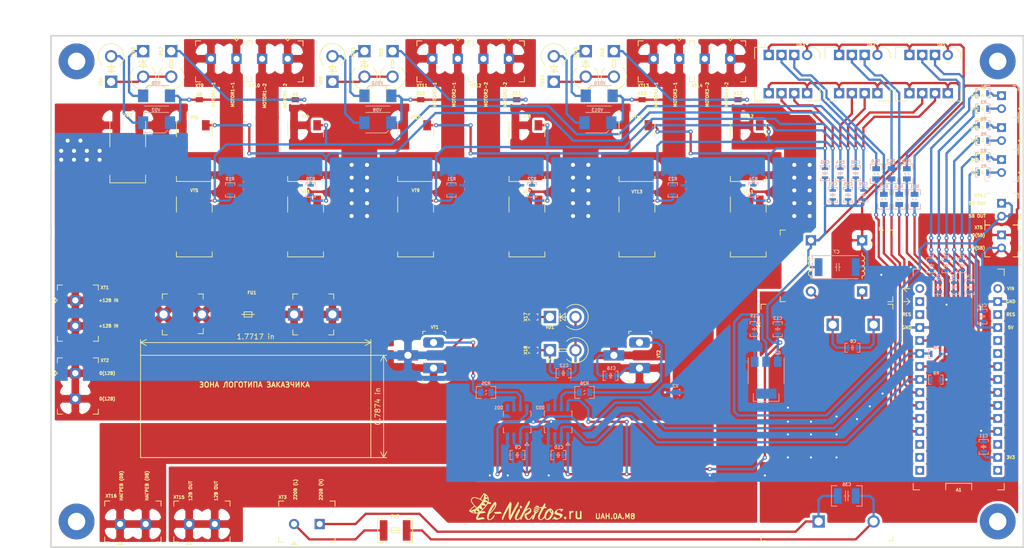
<source format=kicad_pcb>
(kicad_pcb (version 20171130) (host pcbnew "(5.1.4)-1")
  (layers (0 F.Cu signal) (31 B.Cu signal) (34 B.Paste user) (35 F.Paste user) (36 B.SilkS user) (37 F.SilkS user) (38 B.Mask user) (39 F.Mask user) (44 Edge.Cuts user))
  (net 0 "")
  (net 1 "/0(12V)_MC")
  (net 2 /15V_MOSFET)
  (net 3 /220_N)
  (net 4 /220_L)
  (net 5 /12V_FU)
  (net 6 "/0(12V)_IN")
  (net 7 /12V_IN)
  (net 8 /PWR_COMMON)
  (net 9 "Net-(DA1-Pad2)")
  (net 10 "Net-(DA1-Pad3)")
  (net 11 /OUT_1_2)
  (net 12 /OUT_1_1)
  (net 13 /OUT_2_1)
  (net 14 /OUT_2_2)
  (net 15 /OUT_3_1)
  (net 16 /OUT_3_2)
  (net 17 /PWR_COMMUTATION_1/CHANNEL_1)
  (net 18 /PWR_COMMUTATION_1/CHANNEL_2)
  (net 19 /PWR_COMMUTATION_2/CHANNEL_1)
  (net 20 /PWR_COMMUTATION_2/CHANNEL_2)
  (net 21 /sheet5F495C51/CHANNEL_1)
  (net 22 /sheet5F495C51/CHANNEL_2)
  (net 23 "Net-(DA2-Pad2)")
  (net 24 "Net-(DA2-Pad3)")
  (net 25 "Net-(DA3-Pad2)")
  (net 26 "Net-(DA3-Pad3)")
  (net 27 "Net-(VD10-Pad1)")
  (net 28 /HEAT_OK)
  (net 29 "Net-(X4-Pad1)")
  (net 30 "Net-(X5-Pad1)")
  (net 31 "Net-(X6-Pad1)")
  (net 32 /5V_MC)
  (net 33 /3V3)
  (net 34 /MC_DIN_2)
  (net 35 /MC_DIN_4)
  (net 36 /MC_DIN_6)
  (net 37 /MC_DIN_1)
  (net 38 /MC_DIN_3)
  (net 39 /MC_DIN_5)
  (net 40 /D_IN_1)
  (net 41 /D_IN_2)
  (net 42 /D_IN_3)
  (net 43 /D_IN_4)
  (net 44 /D_IN_5)
  (net 45 /D_IN_6)
  (net 46 /DRIVE_1)
  (net 47 /DRIVE_MC_1)
  (net 48 /DRIVE_2)
  (net 49 /DRIVE_MC_2)
  (net 50 "Net-(C12-Pad1)")
  (net 51 "Net-(R12-Pad1)")
  (net 52 "Net-(R15-Pad1)")
  (net 53 "Net-(R18-Pad1)")
  (net 54 "Net-(VD3-Pad1)")
  (net 55 "Net-(VD5-Pad2)")
  (net 56 "Net-(VD8-Pad1)")
  (net 57 "Net-(VD10-Pad2)")
  (net 58 "Net-(VD13-Pad1)")
  (net 59 "Net-(VD15-Pad2)")
  (net 60 "Net-(X3-Pad1)")
  (net 61 "Net-(R12-Pad2)")
  (net 62 "Net-(R15-Pad2)")
  (net 63 "Net-(R18-Pad2)")
  (net 64 "Net-(VD3-Pad2)")
  (net 65 "Net-(VD13-Pad2)")
  (net 66 "Net-(A1-Pad16)")
  (net 67 "Net-(A1-Pad17)")
  (net 68 "Net-(A1-Pad18)")
  (net 69 "Net-(A1-Pad3)")
  (net 70 "Net-(A1-Pad5)")
  (net 71 "Net-(A1-Pad6)")
  (net 72 "Net-(A1-Pad28)")
  (net 73 "Net-(A1-Pad13)")
  (net 74 "Net-(A1-Pad29)")
  (net 75 "Net-(A1-Pad30)")
  (net 76 "Net-(A1-Pad15)")
  (net 77 "Net-(C12-Pad2)")
  (net 78 "Net-(VD1-Pad2)")
  (net 79 "Net-(C8-Pad2)")
  (net 80 "Net-(C8-Pad1)")
  (net 81 "Net-(C36-Pad1)")
  (net 82 "Net-(A1-Pad1)")
  (net 83 "Net-(R25-Pad2)")
  (net 84 "Net-(R26-Pad2)")
  (net 85 /MOTOR_1_SPIN_1)
  (net 86 /MOTOR_1_SPIN_2)
  (net 87 /MOTOR_2_SPIN_1)
  (net 88 /MOTOR_2_SPIN_2)
  (net 89 /MOTOR_3_SPIN_1)
  (net 90 /MOTOR_3_SPIN_2)
  (net 91 "Net-(DD1-Pad5)")
  (net 92 "Net-(DD2-Pad5)")
  (module "MOTOR_RLC:Конденсатор_SMD_К10-83(0603)" (layer B.Cu) (at 187.5 106.5 270)
    (fp_text reference C15 (at -1.75 0) (layer B.SilkS) (effects (font (size 0.6 0.6)) (justify mirror)))
    (fp_text value Конденсатор_16В_10_мкФ+-10проц.)
    (pad 2 smd rect (at 1.75 0 270) (size 0.5 1.25) (layers B.Cu B.Paste B.Mask) (net 1 "/0(12V)_MC") (clearance 0.2))
    (pad 1 smd rect (at 0 0 270) (size 0.5 1.25) (layers B.Cu B.Paste B.Mask) (net 32 /5V_MC) (clearance 0.2))
  )
  (module "MOTOR_RLC:Конденсатор_SMD_К10-83(0603)" (layer B.Cu) (at 192 108.25 90)
    (fp_text reference C13 (at 3 0) (layer B.SilkS) (effects (font (size 0.6 0.6)) (justify mirror)))
    (fp_text value Конденсатор_16В_10_мкФ+-10проц.)
    (pad 2 smd rect (at 1.75 0 90) (size 0.5 1.25) (layers B.Cu B.Paste B.Mask) (net 1 "/0(12V)_MC") (clearance 0.2))
    (pad 1 smd rect (at 0 0 90) (size 0.5 1.25) (layers B.Cu B.Paste B.Mask) (net 2 /15V_MOSFET) (clearance 0.2))
  )
  (module "MOTOR_RLC:Конденсатор_SMD_К10-83(0603)" (layer B.Cu) (at 205.75 111)
    (fp_text reference C8 (at 1 -1.25 180) (layer B.SilkS) (effects (font (size 0.6 0.6)) (justify mirror)))
    (fp_text value Конденсатор_16В_10_мкФ+-10проц.)
    (pad 2 smd rect (at 1.75 0) (size 0.5 1.25) (layers B.Cu B.Paste B.Mask) (net 79 "Net-(C8-Pad2)") (clearance 0.2))
    (pad 1 smd rect (at 0 0) (size 0.5 1.25) (layers B.Cu B.Paste B.Mask) (net 80 "Net-(C8-Pad1)") (clearance 0.2))
  )
  (module N_ICO:el-nikitos_19x7 (layer F.Cu) (at 141.25 142.5)
    (fp_text reference X7 hide)
    (fp_text value LOGO_NIKITOS_19х7 hide)
  )
  (module MOTOR_RLC:Резистор_SMD_0805_0,125Вт (layer B.Cu) (at 153.25 119.75)
    (fp_text reference R26 (at 1 -1.75) (layer B.SilkS) (effects (font (size 0.6 0.6)) (justify mirror)))
    (fp_text value Резистор_Р1-12-0,125-120_Ом±5%-Н-«А» hide)
    (pad 2 smd rect (at 2 0) (size 1 1.5) (layers B.Cu B.Paste B.Mask) (net 84 "Net-(R26-Pad2)") (clearance 0.2))
    (pad 1 smd rect (at 0 0) (size 1 1.5) (layers B.Cu B.Paste B.Mask) (net 48 /DRIVE_2) (clearance 0.2))
  )
  (module MOTOR_RLC:Резистор_SMD_0805_0,125Вт (layer B.Cu) (at 136 119.75 180)
    (fp_text reference R25 (at 1 1.75) (layer B.SilkS) (effects (font (size 0.6 0.6)) (justify mirror)))
    (fp_text value Резистор_Р1-12-0,125-120_Ом±5%-Н-«А» hide)
    (pad 2 smd rect (at 2 0 180) (size 1 1.5) (layers B.Cu B.Paste B.Mask) (net 83 "Net-(R25-Pad2)") (clearance 0.2))
    (pad 1 smd rect (at 0 0 180) (size 1 1.5) (layers B.Cu B.Paste B.Mask) (net 46 /DRIVE_1) (clearance 0.2))
  )
  (module "MOTOR_RLC:Конденсатор_SMD_К10-83(0603)" (layer B.Cu) (at 232 105.75 90)
    (fp_text reference C14 (at 3 0) (layer B.SilkS) (effects (font (size 0.6 0.6)) (justify mirror)))
    (fp_text value Конденсатор_16В_10_мкФ+-10проц.)
    (pad 2 smd rect (at 1.75 0 90) (size 0.5 1.25) (layers B.Cu B.Paste B.Mask) (net 1 "/0(12V)_MC") (clearance 0.2))
    (pad 1 smd rect (at 0 0 90) (size 0.5 1.25) (layers B.Cu B.Paste B.Mask) (net 32 /5V_MC) (clearance 0.2))
  )
  (module N_VD_HL:Транзистор_NPN_SOT223 (layer B.Cu) (at 189.75 117.5)
    (fp_text reference G2 (at 2.25 -5.5) (layer B.SilkS) (effects (font (size 0.6 0.6)) (justify mirror)))
    (fp_text value стабилизатор_нерегулируемый_LM1117GS-5.0)
    (pad 4 smd rect (at 0 2.5) (size 4 2) (layers B.Cu B.Paste B.Mask) (clearance 0.2))
    (pad 2 smd rect (at 0 -3.75) (size 1.5 2) (layers B.Cu B.Paste B.Mask) (net 32 /5V_MC) (clearance 0.2))
    (pad 1 smd rect (at -2.25 -3.75) (size 1.5 2) (layers B.Cu B.Paste B.Mask) (net 1 "/0(12V)_MC") (clearance 0.2))
    (pad 3 smd rect (at 2.25 -3.75) (size 1.5 2) (layers B.Cu B.Paste B.Mask) (net 2 /15V_MOSFET) (clearance 0.2))
  )
  (module MOTOR_RLC:Конденсатор_SMD_1210 (layer B.Cu) (at 207.25 140 180)
    (fp_text reference C36 (at 1.75 2.25 180) (layer B.SilkS) (effects (font (size 0.6 0.6)) (justify mirror)))
    (fp_text value Конденсатор_0.022мкФ_10проц_630В_1210)
    (pad 1 smd rect (at 0 0 180) (size 1.5 3) (layers B.Cu B.Paste B.Mask) (net 81 "Net-(C36-Pad1)") (clearance 0.2))
    (pad 2 smd rect (at 3.5 0 180) (size 1.5 3) (layers B.Cu B.Paste B.Mask) (net 3 /220_N) (clearance 0.2))
  )
  (module N_X:Клеммник_х2_шаг2.54 (layer F.Cu) (at 235.75 70.5 90)
    (fp_text reference XT8 (at 4 -4.5 180) (layer F.SilkS) (effects (font (size 0.6 0.6))))
    (fp_text value Клеммник_х2_KLS2-300-5.00-02P-2S)
    (pad 2 thru_hole rect (at 2.54 0 90) (size 1.7 1.7) (drill 1) (layers *.Cu *.Mask) (net 43 /D_IN_4))
    (pad 1 thru_hole circle (at 0 0 90) (size 1.7 1.7) (drill 1) (layers *.Cu *.Mask) (net 42 /D_IN_3))
  )
  (module N_X:Клеммник_х2_шаг2.54 (layer F.Cu) (at 235.75 64.25 90)
    (fp_text reference XT7 (at 3.75 -4.25 180) (layer F.SilkS) (effects (font (size 0.6 0.6))))
    (fp_text value Клеммник_х2_KLS2-300-5.00-02P-2S)
    (pad 2 thru_hole rect (at 2.54 0 90) (size 1.7 1.7) (drill 1) (layers *.Cu *.Mask) (net 45 /D_IN_6))
    (pad 1 thru_hole circle (at 0 0 90) (size 1.7 1.7) (drill 1) (layers *.Cu *.Mask) (net 44 /D_IN_5))
  )
  (module N_X:Клеммник_х2_шаг2.54 (layer F.Cu) (at 235.75 76.75 90)
    (fp_text reference XT6 (at 3.75 -4.5 180) (layer F.SilkS) (effects (font (size 0.6 0.6))))
    (fp_text value Клеммник_х2_KLS2-300-5.00-02P-2S)
    (pad 2 thru_hole rect (at 2.54 0 90) (size 1.7 1.7) (drill 1) (layers *.Cu *.Mask) (net 41 /D_IN_2))
    (pad 1 thru_hole circle (at 0 0 90) (size 1.7 1.7) (drill 1) (layers *.Cu *.Mask) (net 40 /D_IN_1))
  )
  (module N_X:Клеммник_х2_шаг2.54 (layer F.Cu) (at 235.75 91.5 90)
    (fp_text reference XT5 (at 4 -4.5 180) (layer F.SilkS) (effects (font (size 0.6 0.6))))
    (fp_text value Клеммник_х2_KLS2-300-5.00-02P-2S)
    (pad 2 thru_hole rect (at 2.54 0 90) (size 1.7 1.7) (drill 1) (layers *.Cu *.Mask) (net 1 "/0(12V)_MC"))
    (pad 1 thru_hole circle (at 0 0 90) (size 1.7 1.7) (drill 1) (layers *.Cu *.Mask) (net 1 "/0(12V)_MC"))
  )
  (module N_X:Клеммник_х2_шаг2.54 (layer F.Cu) (at 235.75 85.29 90)
    (fp_text reference XT4 (at 4.04 -4.5 180) (layer F.SilkS) (effects (font (size 0.6 0.6))))
    (fp_text value Клеммник_х2_KLS2-300-5.00-02P-2S)
    (pad 2 thru_hole rect (at 2.54 0 90) (size 1.7 1.7) (drill 1) (layers *.Cu *.Mask) (net 32 /5V_MC))
    (pad 1 thru_hole circle (at 0 0 90) (size 1.7 1.7) (drill 1) (layers *.Cu *.Mask) (net 32 /5V_MC))
  )
  (module N_RLC:Предохранитель_SMD_1812 (layer F.Cu) (at 115 146.75)
    (fp_text reference FU2 (at 2.25 -2.75 180) (layer F.SilkS) (effects (font (size 0.6 0.6))))
    (fp_text value Предохранитель_MF-MSMF010_0,1А_1812)
    (pad 2 smd rect (at 4.5 0) (size 1.5 4) (layers F.Cu F.Paste F.Mask) (net 81 "Net-(C36-Pad1)") (clearance 0.2))
    (pad 1 smd rect (at 0 0) (size 1.5 4) (layers F.Cu F.Paste F.Mask) (net 4 /220_L) (clearance 0.2))
  )
  (module N_X:Пробник (layer F.Cu) (at 144.25 111.5 180)
    (fp_text reference X18 (at 1.5 0 270) (layer F.SilkS) (effects (font (size 0.6 0.6))))
    (fp_text value Check_point)
    (fp_poly (pts (xy -0.5 -0.5) (xy 0.5 -0.5) (xy 0.5 0.5) (xy -0.5 0.5)) (layer F.Cu) (width 0))
    (pad 2 smd oval (at 0.5 0 180) (size 0.5 1) (layers F.Cu F.Paste F.Mask) (net 6 "/0(12V)_IN"))
    (pad 1 smd oval (at -0.5 0 180) (size 0.5 1) (layers F.Cu F.Paste F.Mask) (net 77 "Net-(C12-Pad2)"))
  )
  (module N_X:Пробник (layer F.Cu) (at 144.25 105)
    (fp_text reference X17 (at -1.5 0 270) (layer F.SilkS) (effects (font (size 0.6 0.6))))
    (fp_text value Check_point)
    (fp_poly (pts (xy -0.5 -0.5) (xy 0.5 -0.5) (xy 0.5 0.5) (xy -0.5 0.5)) (layer F.Cu) (width 0))
    (pad 2 smd oval (at 0.5 0) (size 0.5 1) (layers F.Cu F.Paste F.Mask) (net 78 "Net-(VD1-Pad2)"))
    (pad 1 smd oval (at -0.5 0) (size 0.5 1) (layers F.Cu F.Paste F.Mask) (net 8 /PWR_COMMON))
  )
  (module N_VD_HL:Транзистор_TO-220_COOLING (layer F.Cu) (at 165 110 270)
    (fp_text reference VT2 (at 2.25 -3.75 90) (layer F.SilkS) (effects (font (size 0.6 0.6))))
    (fp_text value MOSFET_N-канал_AUIRF3205Z)
    (pad 3 thru_hole rect (at 5 0 270) (size 2 4) (drill 1.4) (layers *.Cu *.Mask) (net 6 "/0(12V)_IN"))
    (pad 2 thru_hole rect (at 2.5 5 270) (size 2 4) (drill 1.4) (layers *.Cu *.Mask) (net 28 /HEAT_OK))
    (pad 1 thru_hole roundrect (at 0 0 270) (size 2 4) (drill 1.4) (layers *.Cu *.Mask) (net 84 "Net-(R26-Pad2)"))
  )
  (module N_A:Arduino_nano (layer F.Cu) (at 235 135 180)
    (fp_text reference A1 (at 7.62 -3.81) (layer F.SilkS) (effects (font (size 0.6 0.6))))
    (fp_text value модуль_arduino_nano)
    (fp_text user RES (at 17.78 30.48) (layer F.SilkS) (effects (font (size 0.6 0.6))))
    (fp_text user GND (at 17.78 27.94) (layer F.SilkS) (effects (font (size 0.6 0.6))))
    (fp_text user GND (at -2.54 33.02) (layer F.SilkS) (effects (font (size 0.6 0.6))))
    (fp_text user VIN (at -2.54 35.56) (layer F.SilkS) (effects (font (size 0.6 0.6))))
    (fp_text user RES (at -2.54 30.48) (layer F.SilkS) (effects (font (size 0.6 0.6))))
    (fp_text user 5V (at -2.54 27.94) (layer F.SilkS) (effects (font (size 0.6 0.6))))
    (fp_text user 3V3 (at -2.54 2.54) (layer F.SilkS) (effects (font (size 0.6 0.6))))
    (pad 16 thru_hole circle (at 15.24 35.56 180) (size 1.7 1.7) (drill 1) (layers *.Cu *.Mask) (net 66 "Net-(A1-Pad16)"))
    (pad 1 thru_hole circle (at 0 35.56 180) (size 1.7 1.7) (drill 1) (layers *.Cu *.Mask) (net 82 "Net-(A1-Pad1)"))
    (pad 17 thru_hole rect (at 15.24 33.02 180) (size 1.7 1.7) (drill 1) (layers *.Cu *.Mask) (net 67 "Net-(A1-Pad17)"))
    (pad 2 thru_hole rect (at 0 33.02 180) (size 1.7 1.7) (drill 1) (layers *.Cu *.Mask) (net 1 "/0(12V)_MC"))
    (pad 18 thru_hole rect (at 15.24 30.48 180) (size 1.7 1.7) (drill 1) (layers *.Cu *.Mask) (net 68 "Net-(A1-Pad18)"))
    (pad 3 thru_hole rect (at 0 30.48 180) (size 1.7 1.7) (drill 1) (layers *.Cu *.Mask) (net 69 "Net-(A1-Pad3)"))
    (pad 19 thru_hole rect (at 15.24 27.94 180) (size 1.7 1.7) (drill 1) (layers *.Cu *.Mask) (net 1 "/0(12V)_MC"))
    (pad 4 thru_hole rect (at 0 27.94 180) (size 1.7 1.7) (drill 1) (layers *.Cu *.Mask) (net 32 /5V_MC))
    (pad 20 thru_hole rect (at 15.24 25.4 180) (size 1.7 1.7) (drill 1) (layers *.Cu *.Mask) (net 85 /MOTOR_1_SPIN_1))
    (pad 5 thru_hole rect (at 0 25.4 180) (size 1.7 1.7) (drill 1) (layers *.Cu *.Mask) (net 70 "Net-(A1-Pad5)"))
    (pad 21 thru_hole rect (at 15.24 22.86 180) (size 1.7 1.7) (drill 1) (layers *.Cu *.Mask) (net 47 /DRIVE_MC_1))
    (pad 6 thru_hole rect (at 0 22.86 180) (size 1.7 1.7) (drill 1) (layers *.Cu *.Mask) (net 71 "Net-(A1-Pad6)"))
    (pad 22 thru_hole rect (at 15.24 20.32 180) (size 1.7 1.7) (drill 1) (layers *.Cu *.Mask) (net 86 /MOTOR_1_SPIN_2))
    (pad 7 thru_hole rect (at 0 20.32 180) (size 1.7 1.7) (drill 1) (layers *.Cu *.Mask) (net 37 /MC_DIN_1))
    (pad 23 thru_hole rect (at 15.24 17.78 180) (size 1.7 1.7) (drill 1) (layers *.Cu *.Mask) (net 49 /DRIVE_MC_2))
    (pad 8 thru_hole rect (at 0 17.78 180) (size 1.7 1.7) (drill 1) (layers *.Cu *.Mask) (net 34 /MC_DIN_2))
    (pad 24 thru_hole rect (at 15.24 15.24 180) (size 1.7 1.7) (drill 1) (layers *.Cu *.Mask) (net 88 /MOTOR_2_SPIN_2))
    (pad 9 thru_hole rect (at 0 15.24 180) (size 1.7 1.7) (drill 1) (layers *.Cu *.Mask) (net 38 /MC_DIN_3))
    (pad 25 thru_hole rect (at 15.24 12.7 180) (size 1.7 1.7) (drill 1) (layers *.Cu *.Mask) (net 87 /MOTOR_2_SPIN_1))
    (pad 10 thru_hole rect (at 0 12.7 180) (size 1.7 1.7) (drill 1) (layers *.Cu *.Mask) (net 35 /MC_DIN_4))
    (pad 26 thru_hole rect (at 15.24 10.16 180) (size 1.7 1.7) (drill 1) (layers *.Cu *.Mask) (net 90 /MOTOR_3_SPIN_2))
    (pad 11 thru_hole rect (at 0 10.16 180) (size 1.7 1.7) (drill 1) (layers *.Cu *.Mask) (net 39 /MC_DIN_5))
    (pad 27 thru_hole rect (at 15.24 7.62 180) (size 1.7 1.7) (drill 1) (layers *.Cu *.Mask) (net 89 /MOTOR_3_SPIN_1))
    (pad 12 thru_hole rect (at 0 7.62 180) (size 1.7 1.7) (drill 1) (layers *.Cu *.Mask) (net 36 /MC_DIN_6))
    (pad 28 thru_hole rect (at 15.24 5.08 180) (size 1.7 1.7) (drill 1) (layers *.Cu *.Mask) (net 72 "Net-(A1-Pad28)"))
    (pad 13 thru_hole rect (at 0 5.08 180) (size 1.7 1.7) (drill 1) (layers *.Cu *.Mask) (net 73 "Net-(A1-Pad13)"))
    (pad 29 thru_hole rect (at 15.24 2.54 180) (size 1.7 1.7) (drill 1) (layers *.Cu *.Mask) (net 74 "Net-(A1-Pad29)"))
    (pad 14 thru_hole rect (at 0 2.54 180) (size 1.7 1.7) (drill 1) (layers *.Cu *.Mask) (net 33 /3V3))
    (pad 30 thru_hole rect (at 15.24 0 180) (size 1.7 1.7) (drill 1) (layers *.Cu *.Mask) (net 75 "Net-(A1-Pad30)"))
    (pad 15 thru_hole rect (at 0 0 180) (size 1.7 1.7) (drill 1) (layers *.Cu *.Mask) (net 76 "Net-(A1-Pad15)"))
  )
  (module N_VD_HL:Транзистор_TO-220_COOLING (layer F.Cu) (at 124.75 110 270)
    (fp_text reference VT1 (at -3 -0.25 180) (layer F.SilkS) (effects (font (size 0.6 0.6))))
    (fp_text value MOSFET_N-канал_AUIRF3205Z)
    (pad 3 thru_hole rect (at 5 0 270) (size 2 4) (drill 1.4) (layers *.Cu *.Mask) (net 6 "/0(12V)_IN"))
    (pad 2 thru_hole rect (at 2.5 5 270) (size 2 4) (drill 1.4) (layers *.Cu *.Mask) (net 8 /PWR_COMMON))
    (pad 1 thru_hole roundrect (at 0 0 270) (size 2 4) (drill 1.4) (layers *.Cu *.Mask) (net 83 "Net-(R25-Pad2)"))
  )
  (module N_X:Пробник (layer F.Cu) (at 141 62.5 180)
    (fp_text reference X11 (at 0 1.25) (layer F.SilkS) (effects (font (size 0.6 0.6))))
    (fp_text value Check_point)
    (fp_poly (pts (xy -0.5 -0.5) (xy 0.5 -0.5) (xy 0.5 0.5) (xy -0.5 0.5)) (layer F.Cu) (width 0))
    (pad 2 smd oval (at 0.5 0 180) (size 0.5 1) (layers F.Cu F.Paste F.Mask) (net 14 /OUT_2_2))
    (pad 1 smd oval (at -0.5 0 180) (size 0.5 1) (layers F.Cu F.Paste F.Mask) (net 62 "Net-(R15-Pad2)"))
  )
  (module N_VD_HL:Транзистор_N-канал_dpak (layer F.Cu) (at 65 71.25 180)
    (fp_text reference VD2 (at 0 5.75) (layer F.SilkS) (effects (font (size 0.6 0.6))))
    (fp_text value Диод_VS-20ETS08S-M3)
    (pad 2 smd rect (at 0 -6 180) (size 6 2) (layers F.Cu F.Paste F.Mask) (net 5 /12V_FU) (clearance 0.2))
    (pad 1 smd rect (at -2.25 3.75 180) (size 1.5 2) (layers F.Cu F.Paste F.Mask) (net 8 /PWR_COMMON) (clearance 0.2))
    (pad 3 smd rect (at 2.25 3.75 180) (size 1.5 2) (layers F.Cu F.Paste F.Mask) (net 8 /PWR_COMMON) (clearance 0.2))
  )
  (module MOTOR_RLC:Резистор_SMD_0603-0,075_Вт (layer B.Cu) (at 187.25 79.25 270)
    (fp_text reference R24 (at -1.25 0 180) (layer B.SilkS) (effects (font (size 0.6 0.6)) (justify mirror)))
    (fp_text value Резистор_10_кОм±5%_0,1Вт)
    (pad 2 smd rect (at 1.75 0 270) (size 0.5 1.25) (layers B.Cu B.Paste B.Mask) (net 21 /sheet5F495C51/CHANNEL_1) (clearance 0.2))
    (pad 1 smd rect (at 0 0 270) (size 0.5 1.25) (layers B.Cu B.Paste B.Mask) (net 8 /PWR_COMMON) (clearance 0.2))
  )
  (module MOTOR_RLC:Резистор_SMD_0603-0,075_Вт (layer B.Cu) (at 171.5 79.25 270)
    (fp_text reference R23 (at -1.25 0 180) (layer B.SilkS) (effects (font (size 0.6 0.6)) (justify mirror)))
    (fp_text value Резистор_10_кОм±5%_0,1Вт)
    (pad 2 smd rect (at 1.75 0 270) (size 0.5 1.25) (layers B.Cu B.Paste B.Mask) (net 22 /sheet5F495C51/CHANNEL_2) (clearance 0.2))
    (pad 1 smd rect (at 0 0 270) (size 0.5 1.25) (layers B.Cu B.Paste B.Mask) (net 8 /PWR_COMMON) (clearance 0.2))
  )
  (module MOTOR_RLC:Резистор_SMD_0603-0,075_Вт (layer B.Cu) (at 144 79.25 270)
    (fp_text reference R22 (at -1.25 0 180) (layer B.SilkS) (effects (font (size 0.6 0.6)) (justify mirror)))
    (fp_text value Резистор_10_кОм±5%_0,1Вт)
    (pad 2 smd rect (at 1.75 0 270) (size 0.5 1.25) (layers B.Cu B.Paste B.Mask) (net 19 /PWR_COMMUTATION_2/CHANNEL_1) (clearance 0.2))
    (pad 1 smd rect (at 0 0 270) (size 0.5 1.25) (layers B.Cu B.Paste B.Mask) (net 8 /PWR_COMMON) (clearance 0.2))
  )
  (module MOTOR_RLC:Резистор_SMD_0603-0,075_Вт (layer B.Cu) (at 128.25 79.25 270)
    (fp_text reference R21 (at -1.25 0 180) (layer B.SilkS) (effects (font (size 0.6 0.6)) (justify mirror)))
    (fp_text value Резистор_10_кОм±5%_0,1Вт)
    (pad 2 smd rect (at 1.75 0 270) (size 0.5 1.25) (layers B.Cu B.Paste B.Mask) (net 20 /PWR_COMMUTATION_2/CHANNEL_2) (clearance 0.2))
    (pad 1 smd rect (at 0 0 270) (size 0.5 1.25) (layers B.Cu B.Paste B.Mask) (net 8 /PWR_COMMON) (clearance 0.2))
  )
  (module MOTOR_RLC:Резистор_SMD_0603-0,075_Вт (layer B.Cu) (at 100.75 79.25 270)
    (fp_text reference R20 (at -1.25 0 180) (layer B.SilkS) (effects (font (size 0.6 0.6)) (justify mirror)))
    (fp_text value Резистор_10_кОм±5%_0,1Вт)
    (pad 2 smd rect (at 1.75 0 270) (size 0.5 1.25) (layers B.Cu B.Paste B.Mask) (net 17 /PWR_COMMUTATION_1/CHANNEL_1) (clearance 0.2))
    (pad 1 smd rect (at 0 0 270) (size 0.5 1.25) (layers B.Cu B.Paste B.Mask) (net 8 /PWR_COMMON) (clearance 0.2))
  )
  (module MOTOR_RLC:Резистор_SMD_0603-0,075_Вт (layer B.Cu) (at 85 79.25 270)
    (fp_text reference R19 (at -1.25 0 180) (layer B.SilkS) (effects (font (size 0.6 0.6)) (justify mirror)))
    (fp_text value Резистор_10_кОм±5%_0,1Вт)
    (pad 2 smd rect (at 1.75 0 270) (size 0.5 1.25) (layers B.Cu B.Paste B.Mask) (net 18 /PWR_COMMUTATION_1/CHANNEL_2) (clearance 0.2))
    (pad 1 smd rect (at 0 0 270) (size 0.5 1.25) (layers B.Cu B.Paste B.Mask) (net 8 /PWR_COMMON) (clearance 0.2))
  )
  (module N_X:Пробник (layer F.Cu) (at 184.25 62.5 180)
    (fp_text reference X13 (at 0 1.25) (layer F.SilkS) (effects (font (size 0.6 0.6))))
    (fp_text value Check_point)
    (fp_poly (pts (xy -0.5 -0.5) (xy 0.5 -0.5) (xy 0.5 0.5) (xy -0.5 0.5)) (layer F.Cu) (width 0))
    (pad 2 smd oval (at 0.5 0 180) (size 0.5 1) (layers F.Cu F.Paste F.Mask) (net 16 /OUT_3_2))
    (pad 1 smd oval (at -0.5 0 180) (size 0.5 1) (layers F.Cu F.Paste F.Mask) (net 63 "Net-(R18-Pad2)"))
  )
  (module N_X:Пробник (layer F.Cu) (at 165.5 62.5 180)
    (fp_text reference X12 (at 0 1.25) (layer F.SilkS) (effects (font (size 0.6 0.6))))
    (fp_text value Check_point)
    (fp_poly (pts (xy -0.5 -0.5) (xy 0.5 -0.5) (xy 0.5 0.5) (xy -0.5 0.5)) (layer F.Cu) (width 0))
    (pad 2 smd oval (at 0.5 0 180) (size 0.5 1) (layers F.Cu F.Paste F.Mask) (net 65 "Net-(VD13-Pad2)"))
    (pad 1 smd oval (at -0.5 0 180) (size 0.5 1) (layers F.Cu F.Paste F.Mask) (net 15 /OUT_3_1))
  )
  (module N_X:Пробник (layer F.Cu) (at 122.25 62.5 180)
    (fp_text reference X10 (at 0 1.25) (layer F.SilkS) (effects (font (size 0.6 0.6))))
    (fp_text value Check_point)
    (fp_poly (pts (xy -0.5 -0.5) (xy 0.5 -0.5) (xy 0.5 0.5) (xy -0.5 0.5)) (layer F.Cu) (width 0))
    (pad 2 smd oval (at 0.5 0 180) (size 0.5 1) (layers F.Cu F.Paste F.Mask) (net 27 "Net-(VD10-Pad1)"))
    (pad 1 smd oval (at -0.5 0 180) (size 0.5 1) (layers F.Cu F.Paste F.Mask) (net 13 /OUT_2_1))
  )
  (module N_X:Пробник (layer F.Cu) (at 97.75 62.5 180)
    (fp_text reference X9 (at 0 1) (layer F.SilkS) (effects (font (size 0.6 0.6))))
    (fp_text value Check_point)
    (fp_poly (pts (xy -0.5 -0.5) (xy 0.5 -0.5) (xy 0.5 0.5) (xy -0.5 0.5)) (layer F.Cu) (width 0))
    (pad 2 smd oval (at 0.5 0 180) (size 0.5 1) (layers F.Cu F.Paste F.Mask) (net 11 /OUT_1_2))
    (pad 1 smd oval (at -0.5 0 180) (size 0.5 1) (layers F.Cu F.Paste F.Mask) (net 61 "Net-(R12-Pad2)"))
  )
  (module N_X:Пробник (layer F.Cu) (at 79 62.5 180)
    (fp_text reference X8 (at 0 1) (layer F.SilkS) (effects (font (size 0.6 0.6))))
    (fp_text value Check_point)
    (fp_poly (pts (xy -0.5 -0.5) (xy 0.5 -0.5) (xy 0.5 0.5) (xy -0.5 0.5)) (layer F.Cu) (width 0))
    (pad 2 smd oval (at 0.5 0 180) (size 0.5 1) (layers F.Cu F.Paste F.Mask) (net 64 "Net-(VD3-Pad2)"))
    (pad 1 smd oval (at -0.5 0 180) (size 0.5 1) (layers F.Cu F.Paste F.Mask) (net 12 /OUT_1_1))
  )
  (module MOTOR_RLC:Резистор_SMD_0603-0,075_Вт (layer B.Cu) (at 222 117.25)
    (fp_text reference R9 (at 1 -1.25) (layer B.SilkS) (effects (font (size 0.6 0.6)) (justify mirror)))
    (fp_text value Резистор_10_кОм±5%_0,1Вт)
    (pad 2 smd rect (at 1.75 0) (size 0.5 1.25) (layers B.Cu B.Paste B.Mask) (net 1 "/0(12V)_MC") (clearance 0.2))
    (pad 1 smd rect (at 0 0) (size 0.5 1.25) (layers B.Cu B.Paste B.Mask) (net 49 /DRIVE_MC_2) (clearance 0.2))
  )
  (module MOTOR_RLC:Резистор_SMD_0603-0,075_Вт (layer B.Cu) (at 222 112.25)
    (fp_text reference R8 (at 1 -1.25) (layer B.SilkS) (effects (font (size 0.6 0.6)) (justify mirror)))
    (fp_text value Резистор_10_кОм±5%_0,1Вт)
    (pad 2 smd rect (at 1.75 0) (size 0.5 1.25) (layers B.Cu B.Paste B.Mask) (net 1 "/0(12V)_MC") (clearance 0.2))
    (pad 1 smd rect (at 0 0) (size 0.5 1.25) (layers B.Cu B.Paste B.Mask) (net 47 /DRIVE_MC_1) (clearance 0.2))
  )
  (module N_DD:SO-8 (layer B.Cu) (at 149.095 125.5 180)
    (fp_text reference DD2 (at 3.5 2.75) (layer B.SilkS) (effects (font (size 0.6 0.6)) (justify mirror)))
    (fp_text value Драйвер_FET-IGBT_IR2103STRPBF)
    (pad 8 smd rect (at -1.905 2.794 180) (size 0.6096 1.4732) (layers B.Cu B.Paste B.Mask) (net 2 /15V_MOSFET))
    (pad 7 smd rect (at -0.635 2.794 180) (size 0.6096 1.4732) (layers B.Cu B.Paste B.Mask) (net 48 /DRIVE_2))
    (pad 6 smd rect (at 0.635 2.794 180) (size 0.6096 1.4732) (layers B.Cu B.Paste B.Mask) (net 1 "/0(12V)_MC"))
    (pad 5 smd rect (at 1.905 2.794 180) (size 0.6096 1.4732) (layers B.Cu B.Paste B.Mask) (net 92 "Net-(DD2-Pad5)"))
    (pad 4 smd rect (at 1.905 -2.794 180) (size 0.6096 1.4732) (layers B.Cu B.Paste B.Mask) (net 1 "/0(12V)_MC"))
    (pad 3 smd rect (at 0.635 -2.794 180) (size 0.6096 1.4732) (layers B.Cu B.Paste B.Mask) (net 49 /DRIVE_MC_2))
    (pad 2 smd rect (at -0.635 -2.794 180) (size 0.6096 1.4732) (layers B.Cu B.Paste B.Mask) (net 49 /DRIVE_MC_2))
    (pad 1 smd rect (at -1.905 -2.794 180) (size 0.6096 1.4732) (layers B.Cu B.Paste B.Mask) (net 2 /15V_MOSFET))
  )
  (module "MOTOR_RLC:Конденсатор_SMD_К10-83(0603)" (layer B.Cu) (at 150 132 180)
    (fp_text reference C10 (at 0.75 1.5 180) (layer B.SilkS) (effects (font (size 0.6 0.6)) (justify mirror)))
    (fp_text value Конденсатор_16В_0.1_мкФ+-10проц.)
    (pad 2 smd rect (at 1.75 0 180) (size 0.5 1.25) (layers B.Cu B.Paste B.Mask) (net 1 "/0(12V)_MC") (clearance 0.2))
    (pad 1 smd rect (at 0 0 180) (size 0.5 1.25) (layers B.Cu B.Paste B.Mask) (net 2 /15V_MOSFET) (clearance 0.2))
  )
  (module N_RLC:Предохранитель_6.35x30 (layer F.Cu) (at 79.75 104.5)
    (fp_text reference FU1 (at 9.5 -4.25) (layer F.SilkS) (effects (font (size 0.6 0.6))))
    (fp_text value 30А_6.35х30)
    (pad 2 thru_hole rect (at 25.25 0 90) (size 2.4 2.4) (drill 1.6) (layers *.Cu *.Mask) (net 5 /12V_FU))
    (pad 1 thru_hole circle (at -7.75 0) (size 2.4 2.4) (drill 1.6) (layers *.Cu *.Mask) (net 7 /12V_IN))
    (pad 1 thru_hole circle (at -0.25 0) (size 2.4 2.4) (drill 1.6) (layers *.Cu *.Mask) (net 7 /12V_IN))
    (pad 2 thru_hole rect (at 17.75 0 90) (size 2.4 2.4) (drill 1.6) (layers *.Cu *.Mask) (net 5 /12V_FU))
  )
  (module N_VD_HL:стабилитрон_DO-201_вертикальный (layer F.Cu) (at 152.5 105 180)
    (fp_text reference VD1 (at 5 -2) (layer F.SilkS) (effects (font (size 0.6 0.6))))
    (fp_text value Стабилитрон_1N5352BRLG_вертикальный)
    (pad 1 thru_hole circle (at 0 0 180) (size 2.4 2.4) (drill 1.6) (layers *.Cu *.Mask) (net 50 "Net-(C12-Pad1)"))
    (pad 2 thru_hole rect (at 5 0 180) (size 2.4 2.4) (drill 1.6) (layers *.Cu *.Mask) (net 78 "Net-(VD1-Pad2)"))
  )
  (module N_VD_HL:стабилитрон_DO-201_вертикальный (layer F.Cu) (at 154.5 58 90)
    (fp_text reference VD16 (at 4.75 -2 90) (layer F.SilkS) (effects (font (size 0.6 0.6))))
    (fp_text value Стабилитрон_1N5352BRLG_вертикальный)
    (pad 1 thru_hole circle (at 0 0 90) (size 2.4 2.4) (drill 1.6) (layers *.Cu *.Mask) (net 53 "Net-(R18-Pad1)"))
    (pad 2 thru_hole rect (at 5 0 90) (size 2.4 2.4) (drill 1.6) (layers *.Cu *.Mask) (net 59 "Net-(VD15-Pad2)"))
  )
  (module N_VD_HL:стабилитрон_DO-201_вертикальный (layer F.Cu) (at 148.25 54 270)
    (fp_text reference VD14 (at 4.75 2.25 90) (layer F.SilkS) (effects (font (size 0.6 0.6))))
    (fp_text value Стабилитрон_1N5352BRLG_вертикальный)
    (pad 1 thru_hole circle (at 0 0 270) (size 2.4 2.4) (drill 1.6) (layers *.Cu *.Mask) (net 58 "Net-(VD13-Pad1)"))
    (pad 2 thru_hole rect (at 5 0 270) (size 2.4 2.4) (drill 1.6) (layers *.Cu *.Mask) (net 53 "Net-(R18-Pad1)"))
  )
  (module N_VD_HL:стабилитрон_DO-201_вертикальный (layer F.Cu) (at 111.25 58 90)
    (fp_text reference VD11 (at 4.75 -2.25 90) (layer F.SilkS) (effects (font (size 0.6 0.6))))
    (fp_text value Стабилитрон_1N5352BRLG_вертикальный)
    (pad 1 thru_hole circle (at 0 0 90) (size 2.4 2.4) (drill 1.6) (layers *.Cu *.Mask) (net 52 "Net-(R15-Pad1)"))
    (pad 2 thru_hole rect (at 5 0 90) (size 2.4 2.4) (drill 1.6) (layers *.Cu *.Mask) (net 57 "Net-(VD10-Pad2)"))
  )
  (module N_VD_HL:стабилитрон_DO-201_вертикальный (layer F.Cu) (at 105 54 270)
    (fp_text reference VD9 (at 4.75 2.25 90) (layer F.SilkS) (effects (font (size 0.6 0.6))))
    (fp_text value Стабилитрон_1N5352BRLG_вертикальный)
    (pad 1 thru_hole circle (at 0 0 270) (size 2.4 2.4) (drill 1.6) (layers *.Cu *.Mask) (net 56 "Net-(VD8-Pad1)"))
    (pad 2 thru_hole rect (at 5 0 270) (size 2.4 2.4) (drill 1.6) (layers *.Cu *.Mask) (net 52 "Net-(R15-Pad1)"))
  )
  (module N_VD_HL:стабилитрон_DO-201_вертикальный (layer F.Cu) (at 68 58 90)
    (fp_text reference VD6 (at 5 -2 270) (layer F.SilkS) (effects (font (size 0.6 0.6))))
    (fp_text value Стабилитрон_1N5352BRLG_вертикальный)
    (pad 1 thru_hole circle (at 0 0 90) (size 2.4 2.4) (drill 1.6) (layers *.Cu *.Mask) (net 51 "Net-(R12-Pad1)"))
    (pad 2 thru_hole rect (at 5 0 90) (size 2.4 2.4) (drill 1.6) (layers *.Cu *.Mask) (net 55 "Net-(VD5-Pad2)"))
  )
  (module N_VD_HL:стабилитрон_DO-201_вертикальный (layer F.Cu) (at 61.75 54 270)
    (fp_text reference VD4 (at 5 2 270) (layer F.SilkS) (effects (font (size 0.6 0.6))))
    (fp_text value Стабилитрон_1N5352BRLG_вертикальный)
    (pad 1 thru_hole circle (at 0 0 270) (size 2.4 2.4) (drill 1.6) (layers *.Cu *.Mask) (net 54 "Net-(VD3-Pad1)"))
    (pad 2 thru_hole rect (at 5 0 270) (size 2.4 2.4) (drill 1.6) (layers *.Cu *.Mask) (net 51 "Net-(R12-Pad1)"))
  )
  (module N_RLC:резистор_C1-4-1_Вт_вертикальный (layer F.Cu) (at 160 58 90)
    (fp_text reference R18 (at 4.75 -2.25 90) (layer F.SilkS) (effects (font (size 0.6 0.6))))
    (fp_text value Резистор_CF-100_10_Ом_1Вт)
    (pad 1 thru_hole circle (at 0 0 90) (size 2.4 2.4) (drill 1.6) (layers *.Cu *.Mask) (net 53 "Net-(R18-Pad1)"))
    (pad 2 thru_hole rect (at 5 0 90) (size 2.4 2.4) (drill 1.6) (layers *.Cu *.Mask) (net 63 "Net-(R18-Pad2)"))
  )
  (module N_RLC:резистор_C1-4-1_Вт_вертикальный (layer F.Cu) (at 116.75 58 90)
    (fp_text reference R15 (at 4.75 -2.25 90) (layer F.SilkS) (effects (font (size 0.6 0.6))))
    (fp_text value Резистор_CF-100_10_Ом_1Вт)
    (pad 1 thru_hole circle (at 0 0 90) (size 2.4 2.4) (drill 1.6) (layers *.Cu *.Mask) (net 52 "Net-(R15-Pad1)"))
    (pad 2 thru_hole rect (at 5 0 90) (size 2.4 2.4) (drill 1.6) (layers *.Cu *.Mask) (net 62 "Net-(R15-Pad2)"))
  )
  (module N_RLC:резистор_C1-4-1_Вт_вертикальный (layer F.Cu) (at 73.5 58 90)
    (fp_text reference R12 (at 5 -2 270) (layer F.SilkS) (effects (font (size 0.6 0.6))))
    (fp_text value Резистор_CF-100_10_Ом_1Вт)
    (pad 1 thru_hole circle (at 0 0 90) (size 2.4 2.4) (drill 1.6) (layers *.Cu *.Mask) (net 51 "Net-(R12-Pad1)"))
    (pad 2 thru_hole rect (at 5 0 90) (size 2.4 2.4) (drill 1.6) (layers *.Cu *.Mask) (net 61 "Net-(R12-Pad2)"))
  )
  (module N_RLC:резистор_C1-4-1_Вт_вертикальный (layer F.Cu) (at 152.5 111.5 180)
    (fp_text reference R7 (at 5 -2) (layer F.SilkS) (effects (font (size 0.6 0.6))))
    (fp_text value Резистор_CF-100_10_Ом_1Вт)
    (pad 1 thru_hole circle (at 0 0 180) (size 2.4 2.4) (drill 1.6) (layers *.Cu *.Mask) (net 50 "Net-(C12-Pad1)"))
    (pad 2 thru_hole rect (at 5 0 180) (size 2.4 2.4) (drill 1.6) (layers *.Cu *.Mask) (net 77 "Net-(C12-Pad2)"))
  )
  (module N_G:AC-DC_IRM-10-15 (layer F.Cu) (at 210.75 145 90)
    (fp_text reference G1 (at 38.5 -22.5 90) (layer F.SilkS) (effects (font (size 0.6 0.6))))
    (fp_text value AC-DC-преобразователь_IRM-10-15)
    (pad +V thru_hole rect (at 38.5 -8 90) (size 2.4 2.4) (drill 1.6) (layers *.Cu *.Mask) (net 80 "Net-(C8-Pad1)"))
    (pad -V thru_hole rect (at 38.5 0 90) (size 2.4 2.4) (drill 1.6) (layers *.Cu *.Mask) (net 79 "Net-(C8-Pad2)"))
    (pad N thru_hole rect (at 0 -10.75 90) (size 2.4 2.4) (drill 1.6) (layers *.Cu *.Mask) (net 3 /220_N))
    (pad L thru_hole circle (at 0 0 90) (size 2.4 2.4) (drill 1.6) (layers *.Cu *.Mask) (net 81 "Net-(C36-Pad1)"))
  )
  (module MOTOR_RLC:Резистор_SMD_0603-0,075_Вт (layer B.Cu) (at 233 67.5 180)
    (fp_text reference R6 (at 0.75 1.25 180) (layer B.SilkS) (effects (font (size 0.6 0.6)) (justify mirror)))
    (fp_text value Резистор_Р1-12-0,1_ум.-240_Ом±5%-Н-«А»)
    (pad 2 smd rect (at 1.75 0 180) (size 0.5 1.25) (layers B.Cu B.Paste B.Mask) (net 35 /MC_DIN_4) (clearance 0.2))
    (pad 1 smd rect (at 0 0 180) (size 0.5 1.25) (layers B.Cu B.Paste B.Mask) (net 43 /D_IN_4) (clearance 0.2))
  )
  (module MOTOR_RLC:Резистор_SMD_0603-0,075_Вт (layer B.Cu) (at 233 70.5 180)
    (fp_text reference R5 (at 0.75 1.25 180) (layer B.SilkS) (effects (font (size 0.6 0.6)) (justify mirror)))
    (fp_text value Резистор_Р1-12-0,1_ум.-240_Ом±5%-Н-«А»)
    (pad 2 smd rect (at 1.75 0 180) (size 0.5 1.25) (layers B.Cu B.Paste B.Mask) (net 38 /MC_DIN_3) (clearance 0.2))
    (pad 1 smd rect (at 0 0 180) (size 0.5 1.25) (layers B.Cu B.Paste B.Mask) (net 42 /D_IN_3) (clearance 0.2))
  )
  (module MOTOR_RLC:Резистор_SMD_0603-0,075_Вт (layer B.Cu) (at 233 61.25 180)
    (fp_text reference R4 (at 0.75 1.25 180) (layer B.SilkS) (effects (font (size 0.6 0.6)) (justify mirror)))
    (fp_text value Резистор_Р1-12-0,1_ум.-240_Ом±5%-Н-«А»)
    (pad 2 smd rect (at 1.75 0 180) (size 0.5 1.25) (layers B.Cu B.Paste B.Mask) (net 36 /MC_DIN_6) (clearance 0.2))
    (pad 1 smd rect (at 0 0 180) (size 0.5 1.25) (layers B.Cu B.Paste B.Mask) (net 45 /D_IN_6) (clearance 0.2))
  )
  (module MOTOR_RLC:Резистор_SMD_0603-0,075_Вт (layer B.Cu) (at 233 64.25 180)
    (fp_text reference R3 (at 0.75 1.25 180) (layer B.SilkS) (effects (font (size 0.6 0.6)) (justify mirror)))
    (fp_text value Резистор_Р1-12-0,1_ум.-240_Ом±5%-Н-«А»)
    (pad 2 smd rect (at 1.75 0 180) (size 0.5 1.25) (layers B.Cu B.Paste B.Mask) (net 39 /MC_DIN_5) (clearance 0.2))
    (pad 1 smd rect (at 0 0 180) (size 0.5 1.25) (layers B.Cu B.Paste B.Mask) (net 44 /D_IN_5) (clearance 0.2))
  )
  (module MOTOR_RLC:Резистор_SMD_0603-0,075_Вт (layer B.Cu) (at 233 73.75 180)
    (fp_text reference R2 (at 0.75 1.25 180) (layer B.SilkS) (effects (font (size 0.6 0.6)) (justify mirror)))
    (fp_text value Резистор_Р1-12-0,1_ум.-240_Ом±5%-Н-«А»)
    (pad 2 smd rect (at 1.75 0 180) (size 0.5 1.25) (layers B.Cu B.Paste B.Mask) (net 34 /MC_DIN_2) (clearance 0.2))
    (pad 1 smd rect (at 0 0 180) (size 0.5 1.25) (layers B.Cu B.Paste B.Mask) (net 41 /D_IN_2) (clearance 0.2))
  )
  (module MOTOR_RLC:Резистор_SMD_0603-0,075_Вт (layer B.Cu) (at 233 76.75 180)
    (fp_text reference R1 (at 0.75 1.25 180) (layer B.SilkS) (effects (font (size 0.6 0.6)) (justify mirror)))
    (fp_text value Резистор_Р1-12-0,1_ум.-240_Ом±5%-Н-«А»)
    (pad 2 smd rect (at 1.75 0 180) (size 0.5 1.25) (layers B.Cu B.Paste B.Mask) (net 37 /MC_DIN_1) (clearance 0.2))
    (pad 1 smd rect (at 0 0 180) (size 0.5 1.25) (layers B.Cu B.Paste B.Mask) (net 40 /D_IN_1) (clearance 0.2))
  )
  (module "MOTOR_RLC:Конденсатор_SMD_К10-83(0603)" (layer B.Cu) (at 226.5 98.3 270)
    (fp_text reference C6 (at -1.25 0) (layer B.SilkS) (effects (font (size 0.6 0.6)) (justify mirror)))
    (fp_text value Конденсатор_16В_0.1_мкФ+-10проц.)
    (pad 2 smd rect (at 1.75 0 270) (size 0.5 1.25) (layers B.Cu B.Paste B.Mask) (net 1 "/0(12V)_MC") (clearance 0.2))
    (pad 1 smd rect (at 0 0 270) (size 0.5 1.25) (layers B.Cu B.Paste B.Mask) (net 38 /MC_DIN_3) (clearance 0.2))
  )
  (module "MOTOR_RLC:Конденсатор_SMD_К10-83(0603)" (layer B.Cu) (at 223.5 98.3 270)
    (fp_text reference C5 (at -1.25 0) (layer B.SilkS) (effects (font (size 0.6 0.6)) (justify mirror)))
    (fp_text value Конденсатор_16В_0.1_мкФ+-10проц.)
    (pad 2 smd rect (at 1.75 0 270) (size 0.5 1.25) (layers B.Cu B.Paste B.Mask) (net 1 "/0(12V)_MC") (clearance 0.2))
    (pad 1 smd rect (at 0 0 270) (size 0.5 1.25) (layers B.Cu B.Paste B.Mask) (net 39 /MC_DIN_5) (clearance 0.2))
  )
  (module "MOTOR_RLC:Конденсатор_SMD_К10-83(0603)" (layer B.Cu) (at 229.5 98.3 270)
    (fp_text reference C4 (at -1.25 0) (layer B.SilkS) (effects (font (size 0.6 0.6)) (justify mirror)))
    (fp_text value Конденсатор_16В_0.1_мкФ+-10проц.)
    (pad 2 smd rect (at 1.75 0 270) (size 0.5 1.25) (layers B.Cu B.Paste B.Mask) (net 1 "/0(12V)_MC") (clearance 0.2))
    (pad 1 smd rect (at 0 0 270) (size 0.5 1.25) (layers B.Cu B.Paste B.Mask) (net 37 /MC_DIN_1) (clearance 0.2))
  )
  (module "MOTOR_RLC:Конденсатор_SMD_К10-83(0603)" (layer B.Cu) (at 225 94.05 270)
    (fp_text reference C3 (at -1.25 0) (layer B.SilkS) (effects (font (size 0.6 0.6)) (justify mirror)))
    (fp_text value Конденсатор_16В_0.1_мкФ+-10проц.)
    (pad 2 smd rect (at 1.75 0 270) (size 0.5 1.25) (layers B.Cu B.Paste B.Mask) (net 1 "/0(12V)_MC") (clearance 0.2))
    (pad 1 smd rect (at 0 0 270) (size 0.5 1.25) (layers B.Cu B.Paste B.Mask) (net 35 /MC_DIN_4) (clearance 0.2))
  )
  (module "MOTOR_RLC:Конденсатор_SMD_К10-83(0603)" (layer B.Cu) (at 222 94.05 270)
    (fp_text reference C2 (at -1.25 0) (layer B.SilkS) (effects (font (size 0.6 0.6)) (justify mirror)))
    (fp_text value Конденсатор_16В_0.1_мкФ+-10проц.)
    (pad 2 smd rect (at 1.75 0 270) (size 0.5 1.25) (layers B.Cu B.Paste B.Mask) (net 1 "/0(12V)_MC") (clearance 0.2))
    (pad 1 smd rect (at 0 0 270) (size 0.5 1.25) (layers B.Cu B.Paste B.Mask) (net 36 /MC_DIN_6) (clearance 0.2))
  )
  (module "MOTOR_RLC:Конденсатор_SMD_К10-83(0603)" (layer B.Cu) (at 228 94.05 270)
    (fp_text reference C1 (at -1.25 0) (layer B.SilkS) (effects (font (size 0.6 0.6)) (justify mirror)))
    (fp_text value Конденсатор_16В_0.1_мкФ+-10проц.)
    (pad 2 smd rect (at 1.75 0 270) (size 0.5 1.25) (layers B.Cu B.Paste B.Mask) (net 1 "/0(12V)_MC") (clearance 0.2))
    (pad 1 smd rect (at 0 0 270) (size 0.5 1.25) (layers B.Cu B.Paste B.Mask) (net 34 /MC_DIN_2) (clearance 0.2))
  )
  (module "MOTOR_RLC:Конденсатор_SMD_К10-83(0603)" (layer B.Cu) (at 232.25 131.25 90)
    (fp_text reference C11 (at 3 -0.05) (layer B.SilkS) (effects (font (size 0.6 0.6)) (justify mirror)))
    (fp_text value Конденсатор_16В_0.1_мкФ+-10проц.)
    (pad 2 smd rect (at 1.75 0 90) (size 0.5 1.25) (layers B.Cu B.Paste B.Mask) (net 1 "/0(12V)_MC") (clearance 0.2))
    (pad 1 smd rect (at 0 0 90) (size 0.5 1.25) (layers B.Cu B.Paste B.Mask) (net 33 /3V3) (clearance 0.2))
  )
  (module N_X:Клеммник_х2_шаг5 (layer F.Cu) (at 63.5 145.5)
    (fp_text reference XT16 (at -1.75 -5.5) (layer F.SilkS) (effects (font (size 0.6 0.6))))
    (fp_text value Клеммник_х2_KLS2-300-5.00-02P-2S)
    (pad 2 thru_hole rect (at 5 0) (size 2 2) (drill 1.2) (layers *.Cu *.Mask) (net 28 /HEAT_OK))
    (pad 1 thru_hole rect (at 0 0) (size 2 2) (drill 1.2) (layers *.Cu *.Mask) (net 28 /HEAT_OK))
  )
  (module N_X:Клеммник_х2_шаг5 (layer F.Cu) (at 77 145.5)
    (fp_text reference XT15 (at -2 -5.25) (layer F.SilkS) (effects (font (size 0.6 0.6))))
    (fp_text value Клеммник_х2_KLS2-300-5.00-02P-2S)
    (pad 2 thru_hole rect (at 5 0) (size 2 2) (drill 1.2) (layers *.Cu *.Mask) (net 5 /12V_FU))
    (pad 1 thru_hole rect (at 0 0) (size 2 2) (drill 1.2) (layers *.Cu *.Mask) (net 5 /12V_FU))
  )
  (module MOTOR_ICO:Крепежное_Отверстие_под_М3 (layer F.Cu) (at 235 145)
    (fp_text reference X6 hide)
    (fp_text value Крепежное_отверстие_М3 hide)
    (pad 1 thru_hole circle (at 0 0) (size 7 7) (drill 3.4) (layers *.Cu *.Mask) (net 31 "Net-(X6-Pad1)"))
  )
  (module MOTOR_ICO:Крепежное_Отверстие_под_М3 (layer F.Cu) (at 55 55)
    (fp_text reference X5 hide)
    (fp_text value Крепежное_отверстие_М3 hide)
    (pad 1 thru_hole circle (at 0 0) (size 7 7) (drill 3.4) (layers *.Cu *.Mask) (net 30 "Net-(X5-Pad1)"))
  )
  (module MOTOR_ICO:Крепежное_Отверстие_под_М3 (layer F.Cu) (at 235 55)
    (fp_text reference X4 hide)
    (fp_text value Крепежное_отверстие_М3 hide)
    (pad 1 thru_hole circle (at 0 0) (size 7 7) (drill 3.4) (layers *.Cu *.Mask) (net 29 "Net-(X4-Pad1)"))
  )
  (module MOTOR_ICO:Крепежное_Отверстие_под_М3 (layer F.Cu) (at 55 145)
    (fp_text reference X3 hide)
    (fp_text value Крепежное_отверстие_М3 hide)
    (pad 1 thru_hole circle (at 0 0) (size 7 7) (drill 3.4) (layers *.Cu *.Mask) (net 60 "Net-(X3-Pad1)"))
  )
  (module "MOTOR_RLC:Конденсатор_SMD_К10-83(0603)" (layer B.Cu) (at 158.5 116.5)
    (fp_text reference C16 (at 1 -1.5 180) (layer B.SilkS) (effects (font (size 0.6 0.6)) (justify mirror)))
    (fp_text value Конденсатор_16В_0.1_мкФ+-10проц.)
    (pad 2 smd rect (at 1.75 0) (size 0.5 1.25) (layers B.Cu B.Paste B.Mask) (net 6 "/0(12V)_IN") (clearance 0.2))
    (pad 1 smd rect (at 0 0) (size 0.5 1.25) (layers B.Cu B.Paste B.Mask) (net 28 /HEAT_OK) (clearance 0.2))
  )
  (module N_VD_HL:IGBT_dpak (layer F.Cu) (at 164.5 71.25 180)
    (fp_text reference VT14 (at 0 5.25) (layer F.SilkS) (effects (font (size 0.6 0.6))))
    (fp_text value MOSFET_N-канал_STD60N3LH5)
    (pad 4 smd rect (at 0 -6 180) (size 6 2) (layers F.Cu F.Paste F.Mask) (net 15 /OUT_3_1) (clearance 0.2))
    (pad 1 smd rect (at -2.25 3.75 180) (size 1.5 2) (layers F.Cu F.Paste F.Mask) (net 21 /sheet5F495C51/CHANNEL_1) (clearance 0.2))
    (pad 3 smd rect (at 2.25 3.75 180) (size 1.5 2) (layers F.Cu F.Paste F.Mask) (net 8 /PWR_COMMON) (clearance 0.2))
  )
  (module N_VD_HL:IGBT_dpak (layer F.Cu) (at 164.5 86 180)
    (fp_text reference VT13 (at 0 5.5) (layer F.SilkS) (effects (font (size 0.6 0.6))))
    (fp_text value MOSFET_N-канал_STD60N3LH5)
    (pad 4 smd rect (at 0 -6 180) (size 6 2) (layers F.Cu F.Paste F.Mask) (net 5 /12V_FU) (clearance 0.2))
    (pad 1 smd rect (at -2.25 3.75 180) (size 1.5 2) (layers F.Cu F.Paste F.Mask) (net 22 /sheet5F495C51/CHANNEL_2) (clearance 0.2))
    (pad 3 smd rect (at 2.25 3.75 180) (size 1.5 2) (layers F.Cu F.Paste F.Mask) (net 15 /OUT_3_1) (clearance 0.2))
  )
  (module N_VD_HL:IGBT_dpak (layer F.Cu) (at 186.25 71.25 180)
    (fp_text reference VT12 (at 0 5.5) (layer F.SilkS) (effects (font (size 0.6 0.6))))
    (fp_text value MOSFET_N-канал_STD60N3LH5)
    (pad 4 smd rect (at 0 -6 180) (size 6 2) (layers F.Cu F.Paste F.Mask) (net 16 /OUT_3_2) (clearance 0.2))
    (pad 1 smd rect (at -2.25 3.75 180) (size 1.5 2) (layers F.Cu F.Paste F.Mask) (net 22 /sheet5F495C51/CHANNEL_2) (clearance 0.2))
    (pad 3 smd rect (at 2.25 3.75 180) (size 1.5 2) (layers F.Cu F.Paste F.Mask) (net 8 /PWR_COMMON) (clearance 0.2))
  )
  (module N_VD_HL:IGBT_dpak (layer F.Cu) (at 186.25 86 180)
    (fp_text reference VT11 (at 0 5.5) (layer F.SilkS) (effects (font (size 0.6 0.6))))
    (fp_text value MOSFET_N-канал_STD60N3LH5)
    (pad 4 smd rect (at 0 -6 180) (size 6 2) (layers F.Cu F.Paste F.Mask) (net 5 /12V_FU) (clearance 0.2))
    (pad 1 smd rect (at -2.25 3.75 180) (size 1.5 2) (layers F.Cu F.Paste F.Mask) (net 21 /sheet5F495C51/CHANNEL_1) (clearance 0.2))
    (pad 3 smd rect (at 2.25 3.75 180) (size 1.5 2) (layers F.Cu F.Paste F.Mask) (net 16 /OUT_3_2) (clearance 0.2))
  )
  (module N_VD_HL:IGBT_dpak (layer F.Cu) (at 121.25 71.25 180)
    (fp_text reference VT10 (at 0 5.25) (layer F.SilkS) (effects (font (size 0.6 0.6))))
    (fp_text value MOSFET_N-канал_STD60N3LH5)
    (pad 4 smd rect (at 0 -6 180) (size 6 2) (layers F.Cu F.Paste F.Mask) (net 13 /OUT_2_1) (clearance 0.2))
    (pad 1 smd rect (at -2.25 3.75 180) (size 1.5 2) (layers F.Cu F.Paste F.Mask) (net 19 /PWR_COMMUTATION_2/CHANNEL_1) (clearance 0.2))
    (pad 3 smd rect (at 2.25 3.75 180) (size 1.5 2) (layers F.Cu F.Paste F.Mask) (net 8 /PWR_COMMON) (clearance 0.2))
  )
  (module N_VD_HL:IGBT_dpak (layer F.Cu) (at 121.25 86 180)
    (fp_text reference VT9 (at 0 5.75) (layer F.SilkS) (effects (font (size 0.6 0.6))))
    (fp_text value MOSFET_N-канал_STD60N3LH5)
    (pad 4 smd rect (at 0 -6 180) (size 6 2) (layers F.Cu F.Paste F.Mask) (net 5 /12V_FU) (clearance 0.2))
    (pad 1 smd rect (at -2.25 3.75 180) (size 1.5 2) (layers F.Cu F.Paste F.Mask) (net 20 /PWR_COMMUTATION_2/CHANNEL_2) (clearance 0.2))
    (pad 3 smd rect (at 2.25 3.75 180) (size 1.5 2) (layers F.Cu F.Paste F.Mask) (net 13 /OUT_2_1) (clearance 0.2))
  )
  (module N_VD_HL:IGBT_dpak (layer F.Cu) (at 143 71.25 180)
    (fp_text reference VT8 (at 0 5.5) (layer F.SilkS) (effects (font (size 0.6 0.6))))
    (fp_text value MOSFET_N-канал_STD60N3LH5)
    (pad 4 smd rect (at 0 -6 180) (size 6 2) (layers F.Cu F.Paste F.Mask) (net 14 /OUT_2_2) (clearance 0.2))
    (pad 1 smd rect (at -2.25 3.75 180) (size 1.5 2) (layers F.Cu F.Paste F.Mask) (net 20 /PWR_COMMUTATION_2/CHANNEL_2) (clearance 0.2))
    (pad 3 smd rect (at 2.25 3.75 180) (size 1.5 2) (layers F.Cu F.Paste F.Mask) (net 8 /PWR_COMMON) (clearance 0.2))
  )
  (module N_VD_HL:IGBT_dpak (layer F.Cu) (at 143 86 180)
    (fp_text reference VT7 (at 0 5.5) (layer F.SilkS) (effects (font (size 0.6 0.6))))
    (fp_text value MOSFET_N-канал_STD60N3LH5)
    (pad 4 smd rect (at 0 -6 180) (size 6 2) (layers F.Cu F.Paste F.Mask) (net 5 /12V_FU) (clearance 0.2))
    (pad 1 smd rect (at -2.25 3.75 180) (size 1.5 2) (layers F.Cu F.Paste F.Mask) (net 19 /PWR_COMMUTATION_2/CHANNEL_1) (clearance 0.2))
    (pad 3 smd rect (at 2.25 3.75 180) (size 1.5 2) (layers F.Cu F.Paste F.Mask) (net 14 /OUT_2_2) (clearance 0.2))
  )
  (module N_VD_HL:Диод_SMB (layer B.Cu) (at 159.5 61.75 180)
    (fp_text reference VD15 (at 2.25 2.5) (layer B.SilkS) (effects (font (size 0.6 0.6)) (justify mirror)))
    (fp_text value Диод_шоттки_SK16)
    (pad 2 smd rect (at 5 0 90) (size 2.5 2) (layers B.Cu B.Paste B.Mask) (net 59 "Net-(VD15-Pad2)"))
    (pad 1 smd rect (at -0.25 0 90) (size 2.5 2) (layers B.Cu B.Paste B.Mask) (net 65 "Net-(VD13-Pad2)"))
  )
  (module N_VD_HL:Диод_SMB (layer B.Cu) (at 154.5 67)
    (fp_text reference VD13 (at 2.25 -2.5) (layer B.SilkS) (effects (font (size 0.6 0.6)) (justify mirror)))
    (fp_text value Диод_шоттки_SK16)
    (pad 2 smd rect (at 5 0 270) (size 2.5 2) (layers B.Cu B.Paste B.Mask) (net 65 "Net-(VD13-Pad2)"))
    (pad 1 smd rect (at -0.25 0 270) (size 2.5 2) (layers B.Cu B.Paste B.Mask) (net 58 "Net-(VD13-Pad1)"))
  )
  (module N_VD_HL:Диод_SMB (layer B.Cu) (at 116.25 61.75 180)
    (fp_text reference VD10 (at 2.5 2.5) (layer B.SilkS) (effects (font (size 0.6 0.6)) (justify mirror)))
    (fp_text value Диод_шоттки_SK16)
    (pad 2 smd rect (at 5 0 90) (size 2.5 2) (layers B.Cu B.Paste B.Mask) (net 57 "Net-(VD10-Pad2)"))
    (pad 1 smd rect (at -0.25 0 90) (size 2.5 2) (layers B.Cu B.Paste B.Mask) (net 27 "Net-(VD10-Pad1)"))
  )
  (module N_VD_HL:Диод_SMB (layer B.Cu) (at 111.5 67)
    (fp_text reference VD8 (at 2.25 -2.5) (layer B.SilkS) (effects (font (size 0.6 0.6)) (justify mirror)))
    (fp_text value Диод_шоттки_SK16)
    (pad 2 smd rect (at 5 0 270) (size 2.5 2) (layers B.Cu B.Paste B.Mask) (net 27 "Net-(VD10-Pad1)"))
    (pad 1 smd rect (at -0.25 0 270) (size 2.5 2) (layers B.Cu B.Paste B.Mask) (net 56 "Net-(VD8-Pad1)"))
  )
  (module MOTOR_RLC:Резистор_SMD_0805_0,125Вт (layer B.Cu) (at 212.75 83 90)
    (fp_text reference R17 (at 3.5 0) (layer B.SilkS) (effects (font (size 0.6 0.6)) (justify mirror)))
    (fp_text value Резистор_Р1-12-0,125-270_Ом±5%-Н-«А» hide)
    (pad 2 smd rect (at 2 0 90) (size 1 1.5) (layers B.Cu B.Paste B.Mask) (net 25 "Net-(DA3-Pad2)") (clearance 0.2))
    (pad 1 smd rect (at 0 0 90) (size 1 1.5) (layers B.Cu B.Paste B.Mask) (net 90 /MOTOR_3_SPIN_2) (clearance 0.2))
  )
  (module MOTOR_RLC:Резистор_SMD_0805_0,125Вт (layer B.Cu) (at 211.25 78 90)
    (fp_text reference R16 (at 3.5 -0.11 180) (layer B.SilkS) (effects (font (size 0.6 0.6)) (justify mirror)))
    (fp_text value Резистор_Р1-12-0,125-270_Ом±5%-Н-«А» hide)
    (pad 2 smd rect (at 2 0 90) (size 1 1.5) (layers B.Cu B.Paste B.Mask) (net 26 "Net-(DA3-Pad3)") (clearance 0.2))
    (pad 1 smd rect (at 0 0 90) (size 1 1.5) (layers B.Cu B.Paste B.Mask) (net 89 /MOTOR_3_SPIN_1) (clearance 0.2))
  )
  (module MOTOR_RLC:Резистор_SMD_0805_0,125Вт (layer B.Cu) (at 215.75 83 90)
    (fp_text reference R14 (at 3.5 -0.11 180) (layer B.SilkS) (effects (font (size 0.6 0.6)) (justify mirror)))
    (fp_text value Резистор_Р1-12-0,125-270_Ом±5%-Н-«А» hide)
    (pad 2 smd rect (at 2 0 90) (size 1 1.5) (layers B.Cu B.Paste B.Mask) (net 23 "Net-(DA2-Pad2)") (clearance 0.2))
    (pad 1 smd rect (at 0 0 90) (size 1 1.5) (layers B.Cu B.Paste B.Mask) (net 88 /MOTOR_2_SPIN_2) (clearance 0.2))
  )
  (module MOTOR_RLC:Резистор_SMD_0805_0,125Вт (layer B.Cu) (at 214.25 78 90)
    (fp_text reference R13 (at 3.5 -0.11 180) (layer B.SilkS) (effects (font (size 0.6 0.6)) (justify mirror)))
    (fp_text value Резистор_Р1-12-0,125-270_Ом±5%-Н-«А» hide)
    (pad 2 smd rect (at 2 0 90) (size 1 1.5) (layers B.Cu B.Paste B.Mask) (net 24 "Net-(DA2-Pad3)") (clearance 0.2))
    (pad 1 smd rect (at 0 0 90) (size 1 1.5) (layers B.Cu B.Paste B.Mask) (net 87 /MOTOR_2_SPIN_1) (clearance 0.2))
  )
  (module N_DD:DIP8 (layer F.Cu) (at 197.75 53.75 270)
    (fp_text reference DA3 (at -2 1.25) (layer F.SilkS) (effects (font (size 0.6 0.6))))
    (fp_text value МОП-реле_КР293КП4_0)
    (pad 1 thru_hole circle (at 0 0 270) (size 2 2) (drill 1.2) (layers *.Cu *.Paste *.Mask) (net 1 "/0(12V)_MC"))
    (pad 2 thru_hole rect (at 0 2.5 270) (size 2 2) (drill 1.2) (layers *.Cu *.Paste *.Mask) (net 25 "Net-(DA3-Pad2)"))
    (pad 3 thru_hole rect (at 0 5 270) (size 2 2) (drill 1.2) (layers *.Cu *.Paste *.Mask) (net 26 "Net-(DA3-Pad3)"))
    (pad 4 thru_hole rect (at 0 7.5 270) (size 2 2) (drill 1.2) (layers *.Cu *.Paste *.Mask) (net 1 "/0(12V)_MC"))
    (pad 5 thru_hole rect (at 7.5 7.5 270) (size 2 2) (drill 1.2) (layers *.Cu *.Paste *.Mask) (net 2 /15V_MOSFET))
    (pad 6 thru_hole rect (at 7.5 5 270) (size 2 2) (drill 1.2) (layers *.Cu *.Paste *.Mask) (net 21 /sheet5F495C51/CHANNEL_1))
    (pad 7 thru_hole rect (at 7.5 2.5 270) (size 2 2) (drill 1.2) (layers *.Cu *.Paste *.Mask) (net 22 /sheet5F495C51/CHANNEL_2))
    (pad 8 thru_hole rect (at 7.5 0 270) (size 2 2) (drill 1.2) (layers *.Cu *.Paste *.Mask) (net 2 /15V_MOSFET))
  )
  (module N_DD:DIP8 (layer F.Cu) (at 211.5 53.75 270)
    (fp_text reference DA2 (at -2 1.25) (layer F.SilkS) (effects (font (size 0.6 0.6))))
    (fp_text value МОП-реле_КР293КП4_0)
    (pad 1 thru_hole circle (at 0 0 270) (size 2 2) (drill 1.2) (layers *.Cu *.Paste *.Mask) (net 1 "/0(12V)_MC"))
    (pad 2 thru_hole rect (at 0 2.5 270) (size 2 2) (drill 1.2) (layers *.Cu *.Paste *.Mask) (net 23 "Net-(DA2-Pad2)"))
    (pad 3 thru_hole rect (at 0 5 270) (size 2 2) (drill 1.2) (layers *.Cu *.Paste *.Mask) (net 24 "Net-(DA2-Pad3)"))
    (pad 4 thru_hole rect (at 0 7.5 270) (size 2 2) (drill 1.2) (layers *.Cu *.Paste *.Mask) (net 1 "/0(12V)_MC"))
    (pad 5 thru_hole rect (at 7.5 7.5 270) (size 2 2) (drill 1.2) (layers *.Cu *.Paste *.Mask) (net 2 /15V_MOSFET))
    (pad 6 thru_hole rect (at 7.5 5 270) (size 2 2) (drill 1.2) (layers *.Cu *.Paste *.Mask) (net 19 /PWR_COMMUTATION_2/CHANNEL_1))
    (pad 7 thru_hole rect (at 7.5 2.5 270) (size 2 2) (drill 1.2) (layers *.Cu *.Paste *.Mask) (net 20 /PWR_COMMUTATION_2/CHANNEL_2))
    (pad 8 thru_hole rect (at 7.5 0 270) (size 2 2) (drill 1.2) (layers *.Cu *.Paste *.Mask) (net 2 /15V_MOSFET))
  )
  (module "MOTOR_RLC:Конденсатор_SMD_К10-83(0603)" (layer B.Cu) (at 202.75 80.25 270)
    (fp_text reference C31 (at -1.25 0 180) (layer B.SilkS) (effects (font (size 0.6 0.6)) (justify mirror)))
    (fp_text value Конденсатор_16В_0.1_мкФ+-10проц.)
    (pad 2 smd rect (at 1.75 0 270) (size 0.5 1.25) (layers B.Cu B.Paste B.Mask) (net 2 /15V_MOSFET) (clearance 0.2))
    (pad 1 smd rect (at 0 0 270) (size 0.5 1.25) (layers B.Cu B.Paste B.Mask) (net 22 /sheet5F495C51/CHANNEL_2) (clearance 0.2))
  )
  (module "MOTOR_RLC:Конденсатор_SMD_К10-83(0603)" (layer B.Cu) (at 201.25 77.75 90)
    (fp_text reference C30 (at 3 0) (layer B.SilkS) (effects (font (size 0.6 0.6)) (justify mirror)))
    (fp_text value Конденсатор_16В_0.1_мкФ+-10проц.)
    (pad 2 smd rect (at 1.75 0 90) (size 0.5 1.25) (layers B.Cu B.Paste B.Mask) (net 21 /sheet5F495C51/CHANNEL_1) (clearance 0.2))
    (pad 1 smd rect (at 0 0 90) (size 0.5 1.25) (layers B.Cu B.Paste B.Mask) (net 2 /15V_MOSFET) (clearance 0.2))
  )
  (module "MOTOR_RLC:Конденсатор_SMD_К10-83(0603)" (layer B.Cu) (at 205.75 80.25 270)
    (fp_text reference C25 (at -1.25 0) (layer B.SilkS) (effects (font (size 0.6 0.6)) (justify mirror)))
    (fp_text value Конденсатор_16В_0.1_мкФ+-10проц.)
    (pad 2 smd rect (at 1.75 0 270) (size 0.5 1.25) (layers B.Cu B.Paste B.Mask) (net 2 /15V_MOSFET) (clearance 0.2))
    (pad 1 smd rect (at 0 0 270) (size 0.5 1.25) (layers B.Cu B.Paste B.Mask) (net 20 /PWR_COMMUTATION_2/CHANNEL_2) (clearance 0.2))
  )
  (module "MOTOR_RLC:Конденсатор_SMD_К10-83(0603)" (layer B.Cu) (at 204.25 77.75 90)
    (fp_text reference C24 (at 3 0) (layer B.SilkS) (effects (font (size 0.6 0.6)) (justify mirror)))
    (fp_text value Конденсатор_16В_0.1_мкФ+-10проц.)
    (pad 2 smd rect (at 1.75 0 90) (size 0.5 1.25) (layers B.Cu B.Paste B.Mask) (net 19 /PWR_COMMUTATION_2/CHANNEL_1) (clearance 0.2))
    (pad 1 smd rect (at 0 0 90) (size 0.5 1.25) (layers B.Cu B.Paste B.Mask) (net 2 /15V_MOSFET) (clearance 0.2))
  )
  (module N_DD:DIP8 (layer F.Cu) (at 225.25 53.75 270)
    (fp_text reference DA1 (at -2 1.25) (layer F.SilkS) (effects (font (size 0.6 0.6))))
    (fp_text value МОП-реле_КР293КП4_0)
    (pad 1 thru_hole circle (at 0 0 270) (size 2 2) (drill 1.2) (layers *.Cu *.Paste *.Mask) (net 1 "/0(12V)_MC"))
    (pad 2 thru_hole rect (at 0 2.5 270) (size 2 2) (drill 1.2) (layers *.Cu *.Paste *.Mask) (net 9 "Net-(DA1-Pad2)"))
    (pad 3 thru_hole rect (at 0 5 270) (size 2 2) (drill 1.2) (layers *.Cu *.Paste *.Mask) (net 10 "Net-(DA1-Pad3)"))
    (pad 4 thru_hole rect (at 0 7.5 270) (size 2 2) (drill 1.2) (layers *.Cu *.Paste *.Mask) (net 1 "/0(12V)_MC"))
    (pad 5 thru_hole rect (at 7.5 7.5 270) (size 2 2) (drill 1.2) (layers *.Cu *.Paste *.Mask) (net 2 /15V_MOSFET))
    (pad 6 thru_hole rect (at 7.5 5 270) (size 2 2) (drill 1.2) (layers *.Cu *.Paste *.Mask) (net 17 /PWR_COMMUTATION_1/CHANNEL_1))
    (pad 7 thru_hole rect (at 7.5 2.5 270) (size 2 2) (drill 1.2) (layers *.Cu *.Paste *.Mask) (net 18 /PWR_COMMUTATION_1/CHANNEL_2))
    (pad 8 thru_hole rect (at 7.5 0 270) (size 2 2) (drill 1.2) (layers *.Cu *.Paste *.Mask) (net 2 /15V_MOSFET))
  )
  (module N_X:Клеммник_х2_шаг5 (layer F.Cu) (at 182.75 54.5 180)
    (fp_text reference XT14 (at 6.5 -5.25) (layer F.SilkS) (effects (font (size 0.6 0.6))))
    (fp_text value Клеммник_х2_KLS2-300-5.00-02P-2S)
    (pad 2 thru_hole rect (at 5 0 180) (size 2 2) (drill 1.2) (layers *.Cu *.Mask) (net 16 /OUT_3_2))
    (pad 1 thru_hole rect (at 0 0 180) (size 2 2) (drill 1.2) (layers *.Cu *.Mask) (net 16 /OUT_3_2))
  )
  (module N_X:Клеммник_х2_шаг5 (layer F.Cu) (at 172.75 54.5 180)
    (fp_text reference XT13 (at 7 -5.25) (layer F.SilkS) (effects (font (size 0.6 0.6))))
    (fp_text value Клеммник_х2_KLS2-300-5.00-02P-2S)
    (pad 2 thru_hole rect (at 5 0 180) (size 2 2) (drill 1.2) (layers *.Cu *.Mask) (net 15 /OUT_3_1))
    (pad 1 thru_hole rect (at 0 0 180) (size 2 2) (drill 1.2) (layers *.Cu *.Mask) (net 15 /OUT_3_1))
  )
  (module N_X:Клеммник_х2_шаг5 (layer F.Cu) (at 139.5 54.5 180)
    (fp_text reference XT12 (at 6.5 -5.25) (layer F.SilkS) (effects (font (size 0.6 0.6))))
    (fp_text value Клеммник_х2_KLS2-300-5.00-02P-2S)
    (pad 2 thru_hole rect (at 5 0 180) (size 2 2) (drill 1.2) (layers *.Cu *.Mask) (net 14 /OUT_2_2))
    (pad 1 thru_hole rect (at 0 0 180) (size 2 2) (drill 1.2) (layers *.Cu *.Mask) (net 14 /OUT_2_2))
  )
  (module N_X:Клеммник_х2_шаг5 (layer F.Cu) (at 129.5 54.5 180)
    (fp_text reference XT11 (at 7 -5.25) (layer F.SilkS) (effects (font (size 0.6 0.6))))
    (fp_text value Клеммник_х2_KLS2-300-5.00-02P-2S)
    (pad 2 thru_hole rect (at 5 0 180) (size 2 2) (drill 1.2) (layers *.Cu *.Mask) (net 13 /OUT_2_1))
    (pad 1 thru_hole rect (at 0 0 180) (size 2 2) (drill 1.2) (layers *.Cu *.Mask) (net 13 /OUT_2_1))
  )
  (module N_X:Клеммник_х2_шаг5 (layer F.Cu) (at 86.25 54.5 180)
    (fp_text reference XT9 (at 7.25 -5.25) (layer F.SilkS) (effects (font (size 0.6 0.6))))
    (fp_text value Клеммник_х2_KLS2-300-5.00-02P-2S)
    (pad 2 thru_hole rect (at 5 0 180) (size 2 2) (drill 1.2) (layers *.Cu *.Mask) (net 12 /OUT_1_1))
    (pad 1 thru_hole rect (at 0 0 180) (size 2 2) (drill 1.2) (layers *.Cu *.Mask) (net 12 /OUT_1_1))
  )
  (module N_X:Клеммник_х2_шаг5 (layer F.Cu) (at 96.25 54.5 180)
    (fp_text reference XT10 (at 6.5 -5.25) (layer F.SilkS) (effects (font (size 0.6 0.6))))
    (fp_text value Клеммник_х2_KLS2-300-5.00-02P-2S)
    (pad 2 thru_hole rect (at 5 0 180) (size 2 2) (drill 1.2) (layers *.Cu *.Mask) (net 11 /OUT_1_2))
    (pad 1 thru_hole rect (at 0 0 180) (size 2 2) (drill 1.2) (layers *.Cu *.Mask) (net 11 /OUT_1_2))
  )
  (module N_VD_HL:IGBT_dpak (layer F.Cu) (at 78 71.25 180)
    (fp_text reference VT6 (at 0 5.25) (layer F.SilkS) (effects (font (size 0.6 0.6))))
    (fp_text value MOSFET_N-канал_STD60N3LH5)
    (pad 4 smd rect (at 0 -6 180) (size 6 2) (layers F.Cu F.Paste F.Mask) (net 12 /OUT_1_1) (clearance 0.2))
    (pad 1 smd rect (at -2.25 3.75 180) (size 1.5 2) (layers F.Cu F.Paste F.Mask) (net 17 /PWR_COMMUTATION_1/CHANNEL_1) (clearance 0.2))
    (pad 3 smd rect (at 2.25 3.75 180) (size 1.5 2) (layers F.Cu F.Paste F.Mask) (net 8 /PWR_COMMON) (clearance 0.2))
  )
  (module N_VD_HL:IGBT_dpak (layer F.Cu) (at 78 86 180)
    (fp_text reference VT5 (at 0 5.75) (layer F.SilkS) (effects (font (size 0.6 0.6))))
    (fp_text value MOSFET_N-канал_STD60N3LH5)
    (pad 4 smd rect (at 0 -6 180) (size 6 2) (layers F.Cu F.Paste F.Mask) (net 5 /12V_FU) (clearance 0.2))
    (pad 1 smd rect (at -2.25 3.75 180) (size 1.5 2) (layers F.Cu F.Paste F.Mask) (net 18 /PWR_COMMUTATION_1/CHANNEL_2) (clearance 0.2))
    (pad 3 smd rect (at 2.25 3.75 180) (size 1.5 2) (layers F.Cu F.Paste F.Mask) (net 12 /OUT_1_1) (clearance 0.2))
  )
  (module N_VD_HL:IGBT_dpak (layer F.Cu) (at 99.75 71.25 180)
    (fp_text reference VT4 (at 0 5.5) (layer F.SilkS) (effects (font (size 0.6 0.6))))
    (fp_text value MOSFET_N-канал_STD60N3LH5)
    (pad 4 smd rect (at 0 -6 180) (size 6 2) (layers F.Cu F.Paste F.Mask) (net 11 /OUT_1_2) (clearance 0.2))
    (pad 1 smd rect (at -2.25 3.75 180) (size 1.5 2) (layers F.Cu F.Paste F.Mask) (net 18 /PWR_COMMUTATION_1/CHANNEL_2) (clearance 0.2))
    (pad 3 smd rect (at 2.25 3.75 180) (size 1.5 2) (layers F.Cu F.Paste F.Mask) (net 8 /PWR_COMMON) (clearance 0.2))
  )
  (module N_VD_HL:IGBT_dpak (layer F.Cu) (at 99.75 86 180)
    (fp_text reference VT3 (at 0 5.5) (layer F.SilkS) (effects (font (size 0.6 0.6))))
    (fp_text value MOSFET_N-канал_STD60N3LH5)
    (pad 4 smd rect (at 0 -6 180) (size 6 2) (layers F.Cu F.Paste F.Mask) (net 5 /12V_FU) (clearance 0.2))
    (pad 1 smd rect (at -2.25 3.75 180) (size 1.5 2) (layers F.Cu F.Paste F.Mask) (net 17 /PWR_COMMUTATION_1/CHANNEL_1) (clearance 0.2))
    (pad 3 smd rect (at 2.25 3.75 180) (size 1.5 2) (layers F.Cu F.Paste F.Mask) (net 11 /OUT_1_2) (clearance 0.2))
  )
  (module MOTOR_RLC:Резистор_SMD_0805_0,125Вт (layer B.Cu) (at 218.75 83 90)
    (fp_text reference R11 (at 3.5 0 180) (layer B.SilkS) (effects (font (size 0.6 0.6)) (justify mirror)))
    (fp_text value Резистор_Р1-12-0,125-270_Ом±5%-Н-«А» hide)
    (pad 2 smd rect (at 2 0 90) (size 1 1.5) (layers B.Cu B.Paste B.Mask) (net 9 "Net-(DA1-Pad2)") (clearance 0.2))
    (pad 1 smd rect (at 0 0 90) (size 1 1.5) (layers B.Cu B.Paste B.Mask) (net 86 /MOTOR_1_SPIN_2) (clearance 0.2))
  )
  (module MOTOR_RLC:Резистор_SMD_0805_0,125Вт (layer B.Cu) (at 217.25 78 90)
    (fp_text reference R10 (at 3.5 -0.11 180) (layer B.SilkS) (effects (font (size 0.6 0.6)) (justify mirror)))
    (fp_text value Резистор_Р1-12-0,125-270_Ом±5%-Н-«А» hide)
    (pad 2 smd rect (at 2 0 90) (size 1 1.5) (layers B.Cu B.Paste B.Mask) (net 10 "Net-(DA1-Pad3)") (clearance 0.2))
    (pad 1 smd rect (at 0 0 90) (size 1 1.5) (layers B.Cu B.Paste B.Mask) (net 85 /MOTOR_1_SPIN_1) (clearance 0.2))
  )
  (module N_DD:SO-8 (layer B.Cu) (at 141.095 125.544 180)
    (fp_text reference DD1 (at 3.615 2.794 180) (layer B.SilkS) (effects (font (size 0.6 0.6)) (justify mirror)))
    (fp_text value Драйвер_FET-IGBT_IR2103STRPBF)
    (pad 8 smd rect (at -1.905 2.794 180) (size 0.6096 1.4732) (layers B.Cu B.Paste B.Mask) (net 2 /15V_MOSFET))
    (pad 7 smd rect (at -0.635 2.794 180) (size 0.6096 1.4732) (layers B.Cu B.Paste B.Mask) (net 46 /DRIVE_1))
    (pad 6 smd rect (at 0.635 2.794 180) (size 0.6096 1.4732) (layers B.Cu B.Paste B.Mask) (net 1 "/0(12V)_MC"))
    (pad 5 smd rect (at 1.905 2.794 180) (size 0.6096 1.4732) (layers B.Cu B.Paste B.Mask) (net 91 "Net-(DD1-Pad5)"))
    (pad 4 smd rect (at 1.905 -2.794 180) (size 0.6096 1.4732) (layers B.Cu B.Paste B.Mask) (net 1 "/0(12V)_MC"))
    (pad 3 smd rect (at 0.635 -2.794 180) (size 0.6096 1.4732) (layers B.Cu B.Paste B.Mask) (net 47 /DRIVE_MC_1))
    (pad 2 smd rect (at -0.635 -2.794 180) (size 0.6096 1.4732) (layers B.Cu B.Paste B.Mask) (net 47 /DRIVE_MC_1))
    (pad 1 smd rect (at -1.905 -2.794 180) (size 0.6096 1.4732) (layers B.Cu B.Paste B.Mask) (net 2 /15V_MOSFET))
  )
  (module "MOTOR_RLC:Конденсатор_SMD_К10-83(0603)" (layer B.Cu) (at 208.75 80.25 270)
    (fp_text reference C19 (at -1.25 0) (layer B.SilkS) (effects (font (size 0.6 0.6)) (justify mirror)))
    (fp_text value Конденсатор_16В_0.1_мкФ+-10проц.)
    (pad 2 smd rect (at 1.75 0 270) (size 0.5 1.25) (layers B.Cu B.Paste B.Mask) (net 2 /15V_MOSFET) (clearance 0.2))
    (pad 1 smd rect (at 0 0 270) (size 0.5 1.25) (layers B.Cu B.Paste B.Mask) (net 18 /PWR_COMMUTATION_1/CHANNEL_2) (clearance 0.2))
  )
  (module "MOTOR_RLC:Конденсатор_SMD_К10-83(0603)" (layer B.Cu) (at 207.25 77.75 90)
    (fp_text reference C18 (at 3 0) (layer B.SilkS) (effects (font (size 0.6 0.6)) (justify mirror)))
    (fp_text value Конденсатор_16В_0.1_мкФ+-10проц.)
    (pad 2 smd rect (at 1.75 0 90) (size 0.5 1.25) (layers B.Cu B.Paste B.Mask) (net 17 /PWR_COMMUTATION_1/CHANNEL_1) (clearance 0.2))
    (pad 1 smd rect (at 0 0 90) (size 0.5 1.25) (layers B.Cu B.Paste B.Mask) (net 2 /15V_MOSFET) (clearance 0.2))
  )
  (module "MOTOR_RLC:Конденсатор_SMD_К10-83(0603)" (layer B.Cu) (at 151 116 180)
    (fp_text reference C12 (at 0.75 1.5 180) (layer B.SilkS) (effects (font (size 0.6 0.6)) (justify mirror)))
    (fp_text value Конденсатор_16В_0.1_мкФ+-10проц.)
    (pad 2 smd rect (at 1.75 0 180) (size 0.5 1.25) (layers B.Cu B.Paste B.Mask) (net 77 "Net-(C12-Pad2)") (clearance 0.2))
    (pad 1 smd rect (at 0 0 180) (size 0.5 1.25) (layers B.Cu B.Paste B.Mask) (net 50 "Net-(C12-Pad1)") (clearance 0.2))
  )
  (module "MOTOR_RLC:Конденсатор_SMD_К10-83(0603)" (layer B.Cu) (at 142 132 180)
    (fp_text reference C9 (at 0.75 1.5 180) (layer B.SilkS) (effects (font (size 0.6 0.6)) (justify mirror)))
    (fp_text value Конденсатор_16В_0.1_мкФ+-10проц.)
    (pad 2 smd rect (at 1.75 0 180) (size 0.5 1.25) (layers B.Cu B.Paste B.Mask) (net 1 "/0(12V)_MC") (clearance 0.2))
    (pad 1 smd rect (at 0 0 180) (size 0.5 1.25) (layers B.Cu B.Paste B.Mask) (net 2 /15V_MOSFET) (clearance 0.2))
  )
  (module MOTOR_RLC:Конденсатор_тантал_SMD_m7343 (layer B.Cu) (at 200 95.25)
    (fp_text reference C7 (at 3.5 -3) (layer B.SilkS) (effects (font (size 0.6 0.6)) (justify mirror)))
    (fp_text value Конденсатор_К53-56А-32В-22_мкФ+-10проц.)
    (pad 2 smd rect (at 7.25 0) (size 1.5 3.5) (layers B.Cu B.Paste B.Mask) (net 1 "/0(12V)_MC"))
    (pad 1 smd rect (at 0 0) (size 1.5 3.5) (layers B.Cu B.Paste B.Mask) (net 2 /15V_MOSFET))
  )
  (module N_VD_HL:Диод_SMB (layer B.Cu) (at 73 61.75 180)
    (fp_text reference VD5 (at 2.5 2.5) (layer B.SilkS) (effects (font (size 0.6 0.6)) (justify mirror)))
    (fp_text value Диод_шоттки_SK16)
    (pad 2 smd rect (at 5 0 90) (size 2.5 2) (layers B.Cu B.Paste B.Mask) (net 55 "Net-(VD5-Pad2)"))
    (pad 1 smd rect (at -0.25 0 90) (size 2.5 2) (layers B.Cu B.Paste B.Mask) (net 64 "Net-(VD3-Pad2)"))
  )
  (module N_VD_HL:Диод_SMB (layer B.Cu) (at 68.25 67)
    (fp_text reference VD3 (at 2.25 -2.5) (layer B.SilkS) (effects (font (size 0.6 0.6)) (justify mirror)))
    (fp_text value Диод_шоттки_SK16)
    (pad 2 smd rect (at 5 0 270) (size 2.5 2) (layers B.Cu B.Paste B.Mask) (net 64 "Net-(VD3-Pad2)"))
    (pad 1 smd rect (at -0.25 0 270) (size 2.5 2) (layers B.Cu B.Paste B.Mask) (net 54 "Net-(VD3-Pad1)"))
  )
  (module N_X:Клеммник_х2_шаг5 (layer F.Cu) (at 54.75 116 270)
    (fp_text reference XT2 (at -2.5 -5.75 180) (layer F.SilkS) (effects (font (size 0.6 0.6))))
    (fp_text value Клеммник_х2_KLS2-300-5.00-02P-2S)
    (pad 2 thru_hole rect (at 5 0 270) (size 2 2) (drill 1.2) (layers *.Cu *.Mask) (net 6 "/0(12V)_IN"))
    (pad 1 thru_hole rect (at 0 0 270) (size 2 2) (drill 1.2) (layers *.Cu *.Mask) (net 6 "/0(12V)_IN"))
  )
  (module N_X:Клеммник_х2_шаг5 (layer F.Cu) (at 54.75 101.75 270)
    (fp_text reference XT1 (at -2.5 -5.75 180) (layer F.SilkS) (effects (font (size 0.6 0.6))))
    (fp_text value Клеммник_х2_KLS2-300-5.00-02P-2S)
    (pad 2 thru_hole rect (at 5 0 270) (size 2 2) (drill 1.2) (layers *.Cu *.Mask) (net 7 /12V_IN))
    (pad 1 thru_hole rect (at 0 0 270) (size 2 2) (drill 1.2) (layers *.Cu *.Mask) (net 7 /12V_IN))
  )
  (module N_X:Клеммник_х2_шаг5 (layer F.Cu) (at 97.5 145.5)
    (fp_text reference XT3 (at -2.25 -5.25) (layer F.SilkS) (effects (font (size 0.6 0.6))))
    (fp_text value Клеммник_х2_KLS2-300-5.00-02P-2S)
    (pad 2 thru_hole rect (at 5 0) (size 2 2) (drill 1.2) (layers *.Cu *.Mask) (net 3 /220_N))
    (pad 1 thru_hole circle (at 0 0) (size 2 2) (drill 1.2) (layers *.Cu *.Mask) (net 4 /220_L))
  )
  (module N_X:Пробник (layer B.Cu) (at 172 119.75)
    (fp_text reference X2 (at 0 -1.25) (layer B.SilkS) (effects (font (size 0.6 0.6)) (justify mirror)))
    (fp_text value Check_point)
    (fp_poly (pts (xy -0.5 0.5) (xy 0.5 0.5) (xy 0.5 -0.5) (xy -0.5 -0.5)) (layer B.Cu) (width 0))
    (pad 2 smd oval (at 0.5 0) (size 0.5 1) (layers B.Cu B.Paste B.Mask) (net 1 "/0(12V)_MC"))
    (pad 1 smd oval (at -0.5 0) (size 0.5 1) (layers B.Cu B.Paste B.Mask) (net 6 "/0(12V)_IN"))
  )
  (module N_RLC:Дроссель_B82731 (layer F.Cu) (at 198.5 100)
    (fp_text reference L1 (at 13.75 -12.25) (layer F.SilkS) (effects (font (size 0.6 0.6))))
    (fp_text value Дроссель_B82731-T2451-A20_2х47мГн_0.45А_250В)
    (pad 1 thru_hole circle (at 0 0) (size 2 2) (drill 1.2) (layers *.Cu *.Mask) (net 80 "Net-(C8-Pad1)"))
    (pad 3 thru_hole rect (at 10 0) (size 2 2) (drill 1.2) (layers *.Cu *.Mask) (net 79 "Net-(C8-Pad2)"))
    (pad 4 thru_hole rect (at 10 -10) (size 2 2) (drill 1.2) (layers *.Cu *.Mask) (net 1 "/0(12V)_MC"))
    (pad 6 thru_hole rect (at 0 -10) (size 2 2) (drill 1.2) (layers *.Cu *.Mask) (net 2 /15V_MOSFET))
  )
  (gr_text "0(5В)" (at 231.25 91.5) (layer F.SilkS) (effects (font (size 0.6 0.6))))
  (gr_text "0(5В)" (at 231.25 89) (layer F.SilkS) (effects (font (size 0.6 0.6))))
  (gr_text "5В OUT" (at 231 85.25) (layer F.SilkS) (effects (font (size 0.6 0.6))))
  (gr_text "5В OUT" (at 231 82.75) (layer F.SilkS) (effects (font (size 0.6 0.6))))
  (gr_text "DIO 6" (at 231 61.75) (layer F.SilkS) (effects (font (size 0.6 0.6))))
  (gr_text "DIO 5" (at 231 64.25) (layer F.SilkS) (effects (font (size 0.6 0.6))))
  (gr_text "DIO 4" (at 231 68) (layer F.SilkS) (effects (font (size 0.6 0.6))))
  (gr_text "DIO 3" (at 231 70.5) (layer F.SilkS) (effects (font (size 0.6 0.6))))
  (gr_text "DIO 2" (at 231 74.25) (layer F.SilkS) (effects (font (size 0.6 0.6))))
  (gr_text "DIO 1" (at 231 76.75) (layer F.SilkS) (effects (font (size 0.6 0.6))))
  (gr_text MOTOR3-2 (at 182 61.5 90) (layer F.SilkS) (effects (font (size 0.6 0.6))))
  (gr_text MOTOR3-2 (at 178.25 61.5 90) (layer F.SilkS) (effects (font (size 0.6 0.6))))
  (gr_text MOTOR3-1 (at 172 61.5 90) (layer F.SilkS) (effects (font (size 0.6 0.6))))
  (gr_text MOTOR3-1 (at 168.25 61.5 90) (layer F.SilkS) (effects (font (size 0.6 0.6))))
  (gr_text MOTOR2-2 (at 138.75 61.5 90) (layer F.SilkS) (effects (font (size 0.6 0.6))))
  (gr_text MOTOR2-2 (at 135 61.5 90) (layer F.SilkS) (effects (font (size 0.6 0.6))))
  (gr_text MOTOR2-1 (at 128.75 61.5 90) (layer F.SilkS) (effects (font (size 0.6 0.6))))
  (gr_text MOTOR2-1 (at 125 61.5 90) (layer F.SilkS) (effects (font (size 0.6 0.6))))
  (gr_text MOTOR1-2 (at 95.75 61.75 90) (layer F.SilkS) (effects (font (size 0.6 0.6))))
  (gr_text MOTOR1-2 (at 91.75 61.75 90) (layer F.SilkS) (effects (font (size 0.6 0.6))))
  (gr_text MOTOR1-1 (at 85.5 61.5 90) (layer F.SilkS) (effects (font (size 0.6 0.6))))
  (gr_text MOTOR1-1 (at 81.75 61.5 90) (layer F.SilkS) (effects (font (size 0.6 0.6))))
  (dimension 20 (width 0.15) (layer F.SilkS) (gr_text "20,000 мм" (at 116.3 122.5 90) (layer F.SilkS) (effects (font (size 1 1) (thickness 0.15)))) (feature1 (pts (xy 67.5 112.5) (xy 115.586421 112.5))) (feature2 (pts (xy 67.5 132.5) (xy 115.586421 132.5))) (crossbar (pts (xy 115 132.5) (xy 115 112.5))) (arrow1a (pts (xy 115 112.5) (xy 115.586421 113.626504))) (arrow1b (pts (xy 115 112.5) (xy 114.413579 113.626504))) (arrow2a (pts (xy 115 132.5) (xy 115.586421 131.373496))) (arrow2b (pts (xy 115 132.5) (xy 114.413579 131.373496))))
  (dimension 45 (width 0.15) (layer F.SilkS) (gr_text "45,000 мм" (at 90 108.7) (layer F.SilkS) (effects (font (size 1 1) (thickness 0.15)))) (feature1 (pts (xy 112.5 132.5) (xy 112.5 109.413579))) (feature2 (pts (xy 67.5 132.5) (xy 67.5 109.413579))) (crossbar (pts (xy 67.5 110) (xy 112.5 110))) (arrow1a (pts (xy 112.5 110) (xy 111.373496 110.586421))) (arrow1b (pts (xy 112.5 110) (xy 111.373496 109.413579))) (arrow2a (pts (xy 67.5 110) (xy 68.626504 110.586421))) (arrow2b (pts (xy 67.5 110) (xy 68.626504 109.413579))))
  (gr_text "ЗОНА ЛОГОТИПА ЗАКАЗЧИКА" (at 89.75 118.25) (layer F.SilkS) (effects (font (size 1 1) (thickness 0.2))))
  (gr_text "220В (N)" (at 102.75 138.75 90) (layer F.SilkS) (effects (font (size 0.6 0.6))))
  (gr_text "220В (L)" (at 97.75 138.75 90) (layer F.SilkS) (effects (font (size 0.6 0.6))))
  (gr_text "НАГРЕВ (0В)" (at 68.75 138 90) (layer F.SilkS) (effects (font (size 0.6 0.6))))
  (gr_text "НАГРЕВ (0В)" (at 63.75 138 90) (layer F.SilkS) (effects (font (size 0.6 0.6))))
  (gr_text "12В OUT" (at 82.25 139 90) (layer F.SilkS) (effects (font (size 0.6 0.6))))
  (gr_text "12В OUT" (at 77.25 139 90) (layer F.SilkS) (effects (font (size 0.6 0.6))))
  (gr_text "0(12В)" (at 61 121) (layer F.SilkS) (effects (font (size 0.6 0.6))))
  (gr_text "0(12В)" (at 61 116) (layer F.SilkS) (effects (font (size 0.6 0.6))))
  (gr_text "+12В IN" (at 61.25 106.75) (layer F.SilkS) (effects (font (size 0.6 0.6))))
  (gr_text "+12В IN" (at 61.25 101.75) (layer F.SilkS) (effects (font (size 0.6 0.6))))
  (gr_text UAH.0A.M8 (at 160.25 144) (layer F.SilkS) (effects (font (size 1 1) (thickness 0.2))))
  (gr_text .ru (at 152 143.5) (layer F.SilkS) (effects (font (size 2 2) (thickness 0.3))))
  (gr_line (start 50 150) (end 50 50) (layer Edge.Cuts) (width 0.3))
  (gr_line (start 240 150) (end 50 150) (layer Edge.Cuts) (width 0.3))
  (gr_line (start 240 50) (end 240 150) (layer Edge.Cuts) (width 0.3))
  (gr_line (start 50 50) (end 240 50) (layer Edge.Cuts) (width 0.3))
  (segment (start 183.75 62.5) (end 179.37501 62.5) (width 0.45) (layer F.Cu) (net 16))
  (segment (start 186 62.5) (end 184.75 62.5) (width 0.45) (layer F.Cu) (net 63))
  (via (at 186 62.5) (size 0.8) (drill 0.4) (layers F.Cu B.Cu) (net 63))
  (segment (start 140.5 62.5) (end 136.12501 62.5) (width 0.45) (layer F.Cu) (net 14))
  (segment (start 142.75 62.5) (end 141.5 62.5) (width 0.45) (layer F.Cu) (net 62))
  (via (at 142.75 62.5) (size 0.8) (drill 0.4) (layers F.Cu B.Cu) (net 62))
  (segment (start 166 62.5) (end 172 62.5) (width 0.45) (layer F.Cu) (net 15))
  (via (at 163.5 62.5) (size 0.8) (drill 0.4) (layers F.Cu B.Cu) (net 65))
  (segment (start 161.75 62.25) (end 161.25 61.75) (width 0.45) (layer B.Cu) (net 65))
  (segment (start 161.75 63.25) (end 161.75 62.25) (width 0.45) (layer B.Cu) (net 65))
  (segment (start 161.75 63.25) (end 161.75 62.5) (width 0.45) (layer B.Cu) (net 65))
  (segment (start 163.5 62.5) (end 165 62.5) (width 0.45) (layer F.Cu) (net 65))
  (segment (start 163.5 62.5) (end 162 62.5) (width 0.45) (layer B.Cu) (net 65))
  (segment (start 162 62.5) (end 161.75 62.25) (width 0.45) (layer B.Cu) (net 65))
  (segment (start 161.75 62.75) (end 162 62.5) (width 0.45) (layer B.Cu) (net 65))
  (segment (start 161.75 63.25) (end 161.75 62.75) (width 0.45) (layer B.Cu) (net 65))
  (segment (start 122.75 62.5) (end 128.75 62.5) (width 0.45) (layer F.Cu) (net 13))
  (via (at 120.25 62.5) (size 0.8) (drill 0.4) (layers F.Cu B.Cu) (net 27))
  (segment (start 118.5 62.25) (end 118 61.75) (width 0.45) (layer B.Cu) (net 27))
  (segment (start 118.5 63.25) (end 118.5 62.25) (width 0.45) (layer B.Cu) (net 27))
  (segment (start 118.5 63.25) (end 118.5 62.5) (width 0.45) (layer B.Cu) (net 27))
  (segment (start 120.25 62.5) (end 121.75 62.5) (width 0.45) (layer F.Cu) (net 27))
  (segment (start 120.25 62.5) (end 118.75 62.5) (width 0.45) (layer B.Cu) (net 27))
  (segment (start 118.75 62.5) (end 118.5 62.25) (width 0.45) (layer B.Cu) (net 27))
  (segment (start 118.5 62.75) (end 118.75 62.5) (width 0.45) (layer B.Cu) (net 27))
  (segment (start 118.5 63.25) (end 118.5 62.75) (width 0.45) (layer B.Cu) (net 27))
  (segment (start 97.25 62.5) (end 92.87501 62.5) (width 0.45) (layer F.Cu) (net 11))
  (segment (start 79.5 62.5) (end 85.5 62.5) (width 0.45) (layer F.Cu) (net 12))
  (via (at 194 132.475) (size 0.8) (drill 0.4) (layers F.Cu B.Cu) (net 1))
  (via (at 198.5 132.475) (size 0.8) (drill 0.4) (layers F.Cu B.Cu) (net 1))
  (via (at 203.5 132.475) (size 0.8) (drill 0.4) (layers F.Cu B.Cu) (net 1))
  (via (at 198.5 125.475) (size 0.8) (drill 0.4) (layers F.Cu B.Cu) (net 1))
  (via (at 194 125.475) (size 0.8) (drill 0.4) (layers F.Cu B.Cu) (net 1))
  (via (at 207.5 124.975) (size 0.8) (drill 0.4) (layers F.Cu B.Cu) (net 1))
  (via (at 210 122.475) (size 0.8) (drill 0.4) (layers F.Cu B.Cu) (net 1))
  (via (at 212.5 119.975) (size 0.8) (drill 0.4) (layers F.Cu B.Cu) (net 1))
  (via (at 198.5 127.975) (size 0.8) (drill 0.4) (layers F.Cu B.Cu) (net 1))
  (via (at 203.5 127.975) (size 0.8) (drill 0.4) (layers F.Cu B.Cu) (net 1))
  (via (at 194 127.975) (size 0.8) (drill 0.4) (layers F.Cu B.Cu) (net 1))
  (via (at 225 117.25) (size 0.8) (drill 0.4) (layers F.Cu B.Cu) (net 1))
  (segment (start 223.75 117.25) (end 225 117.25) (width 0.45) (layer B.Cu) (net 1))
  (via (at 218 95.25) (size 0.8) (drill 0.4) (layers F.Cu B.Cu) (net 1))
  (segment (start 224.75 51.75) (end 225.25 52.25) (width 0.45) (layer F.Cu) (net 1))
  (segment (start 218.25 51.75) (end 224.75 51.75) (width 0.45) (layer F.Cu) (net 1))
  (segment (start 225.25 52.25) (end 225.25 53.75) (width 0.45) (layer F.Cu) (net 1))
  (segment (start 217.75 52.25) (end 218.25 51.75) (width 0.45) (layer F.Cu) (net 1))
  (segment (start 217.75 53.75) (end 217.75 52.25) (width 0.45) (layer F.Cu) (net 1))
  (segment (start 211 51.75) (end 211.5 52.25) (width 0.45) (layer F.Cu) (net 1))
  (segment (start 204.5 51.75) (end 211 51.75) (width 0.45) (layer F.Cu) (net 1))
  (segment (start 211.5 52.25) (end 211.5 53.75) (width 0.45) (layer F.Cu) (net 1))
  (segment (start 204 52.25) (end 204.5 51.75) (width 0.45) (layer F.Cu) (net 1))
  (segment (start 204 53.75) (end 204 52.25) (width 0.45) (layer F.Cu) (net 1))
  (segment (start 147.19 131.69) (end 147.5 132) (width 0.45) (layer B.Cu) (net 1))
  (segment (start 147.5 132) (end 148.25 132) (width 0.45) (layer B.Cu) (net 1))
  (segment (start 208.5 95.25) (end 207.25 95.25) (width 0.45) (layer B.Cu) (net 1))
  (segment (start 208.5 90) (end 208.5 91.45) (width 0.45) (layer B.Cu) (net 1))
  (segment (start 187.25 110) (end 187.5 110.25) (width 0.45) (layer B.Cu) (net 1))
  (segment (start 184.5 111) (end 185.5 110) (width 0.45) (layer B.Cu) (net 1))
  (segment (start 185.5 110) (end 187.25 110) (width 0.45) (layer B.Cu) (net 1))
  (segment (start 187.5 109.75) (end 187.25 110) (width 0.45) (layer B.Cu) (net 1))
  (segment (start 187.5 109.25) (end 187.5 109.75) (width 0.45) (layer B.Cu) (net 1))
  (segment (start 187.5 109.25) (end 187.5 110.25) (width 0.45) (layer B.Cu) (net 1))
  (segment (start 187.5 108.5) (end 187.5 109.25) (width 0.45) (layer B.Cu) (net 1))
  (segment (start 193.5 104.5) (end 194 105) (width 0.45) (layer B.Cu) (net 1))
  (segment (start 194 105) (end 194 122.25) (width 0.45) (layer B.Cu) (net 1))
  (segment (start 187.5 110.25) (end 187.5 112.5) (width 0.45) (layer B.Cu) (net 1))
  (segment (start 187.5 112.25) (end 187.5 112.5) (width 0.45) (layer B.Cu) (net 1))
  (segment (start 187.5 112.5) (end 187.5 113.75) (width 0.45) (layer B.Cu) (net 1))
  (segment (start 184.5 111) (end 184.5 113.25) (width 0.45) (layer B.Cu) (net 1))
  (segment (start 184.5 113.25) (end 184.5 113) (width 0.45) (layer B.Cu) (net 1))
  (segment (start 194 104) (end 194 100.5) (width 0.45) (layer B.Cu) (net 1))
  (segment (start 193.5 104.5) (end 194 104) (width 0.45) (layer B.Cu) (net 1))
  (segment (start 194 100.5) (end 196.5 98) (width 0.45) (layer B.Cu) (net 1))
  (segment (start 139.19 128.338) (end 139.19 131.69) (width 0.45) (layer B.Cu) (net 1))
  (segment (start 139.5 132) (end 140.25 132) (width 0.45) (layer B.Cu) (net 1))
  (segment (start 139.19 131.69) (end 139.5 132) (width 0.45) (layer B.Cu) (net 1))
  (segment (start 207.75 98) (end 209 98) (width 0.45) (layer B.Cu) (net 1))
  (segment (start 207.75 98) (end 208.5 98) (width 0.45) (layer B.Cu) (net 1))
  (segment (start 196.5 98) (end 207.75 98) (width 0.45) (layer B.Cu) (net 1))
  (segment (start 209 98) (end 209.5 97.5) (width 0.45) (layer B.Cu) (net 1))
  (segment (start 209.5 97.5) (end 209.5 95.5) (width 0.45) (layer B.Cu) (net 1))
  (segment (start 209.25 95.25) (end 207.25 95.25) (width 0.45) (layer B.Cu) (net 1))
  (segment (start 209.5 95.5) (end 209.25 95.25) (width 0.45) (layer B.Cu) (net 1))
  (segment (start 209.5 95) (end 209.25 95.25) (width 0.45) (layer B.Cu) (net 1))
  (segment (start 208.5 91.45) (end 209.5 92.45) (width 0.45) (layer B.Cu) (net 1))
  (segment (start 209.5 94.5) (end 209.5 95.5) (width 0.45) (layer B.Cu) (net 1))
  (segment (start 209.5 94.5) (end 209.5 95) (width 0.45) (layer B.Cu) (net 1))
  (segment (start 209.5 92.45) (end 209.5 94.5) (width 0.45) (layer B.Cu) (net 1))
  (segment (start 190.25 53.75) (end 190.25 52.25) (width 0.45) (layer F.Cu) (net 1))
  (segment (start 190.25 52.25) (end 190.75 51.75) (width 0.45) (layer F.Cu) (net 1))
  (segment (start 190.75 51.75) (end 197.25 51.75) (width 0.45) (layer F.Cu) (net 1))
  (segment (start 197.75 52.25) (end 197.75 53.75) (width 0.45) (layer F.Cu) (net 1))
  (segment (start 197.25 51.75) (end 197.75 52.25) (width 0.45) (layer F.Cu) (net 1))
  (segment (start 217.25 51.75) (end 217.75 52.25) (width 0.45) (layer F.Cu) (net 1))
  (segment (start 211.5 52.25) (end 212 51.75) (width 0.45) (layer F.Cu) (net 1))
  (segment (start 212 51.75) (end 217.25 51.75) (width 0.45) (layer F.Cu) (net 1))
  (segment (start 203.5 51.75) (end 204 52.25) (width 0.45) (layer F.Cu) (net 1))
  (segment (start 197.75 52.25) (end 198.25 51.75) (width 0.45) (layer F.Cu) (net 1))
  (segment (start 198.25 51.75) (end 203.5 51.75) (width 0.45) (layer F.Cu) (net 1))
  (segment (start 225.25 52.25) (end 225.75 51.75) (width 0.45) (layer F.Cu) (net 1))
  (segment (start 225.75 51.75) (end 227.5 51.75) (width 0.45) (layer F.Cu) (net 1))
  (segment (start 227.5 51.75) (end 227.75 51.75) (width 0.45) (layer F.Cu) (net 1))
  (segment (start 228.35001 52.35001) (end 228.35001 59.397915) (width 0.45) (layer F.Cu) (net 1))
  (segment (start 227.75 51.75) (end 228.35001 52.35001) (width 0.45) (layer F.Cu) (net 1))
  (segment (start 228.35001 59.397915) (end 228.35001 60.10001) (width 0.45) (layer F.Cu) (net 1))
  (segment (start 238.5 59.75) (end 239 60.25) (width 0.45) (layer F.Cu) (net 1))
  (segment (start 228.75 59.75) (end 238.5 59.75) (width 0.45) (layer F.Cu) (net 1))
  (segment (start 228.39999 60.10001) (end 228.75 59.75) (width 0.45) (layer F.Cu) (net 1))
  (segment (start 228.35001 60.10001) (end 228.39999 60.10001) (width 0.45) (layer F.Cu) (net 1))
  (segment (start 228.35001 62.852085) (end 208.5 82.702095) (width 0.45) (layer F.Cu) (net 1))
  (segment (start 228.35001 61.89999) (end 228.35001 62.852085) (width 0.45) (layer F.Cu) (net 1))
  (segment (start 228.35001 61.89999) (end 228.35001 62.5) (width 0.45) (layer F.Cu) (net 1))
  (segment (start 228.35001 60.10001) (end 228.35001 61.89999) (width 0.45) (layer F.Cu) (net 1))
  (segment (start 208.5 82.702095) (end 208.5 90) (width 0.45) (layer F.Cu) (net 1))
  (segment (start 232 104) (end 232 102.5) (width 0.45) (layer B.Cu) (net 1))
  (segment (start 232.52 101.98) (end 235 101.98) (width 0.45) (layer B.Cu) (net 1))
  (segment (start 232 102.5) (end 232.52 101.98) (width 0.45) (layer B.Cu) (net 1))
  (segment (start 232.52 101.98) (end 232.48 101.98) (width 0.45) (layer B.Cu) (net 1))
  (segment (start 232.48 101.98) (end 232 101.5) (width 0.45) (layer B.Cu) (net 1))
  (segment (start 232 101.5) (end 232 92.75) (width 0.45) (layer B.Cu) (net 1))
  (segment (start 233.25 91.5) (end 235.75 91.5) (width 0.45) (layer B.Cu) (net 1))
  (segment (start 232 92.75) (end 233.25 91.5) (width 0.45) (layer B.Cu) (net 1))
  (via (at 194 122.725) (size 0.8) (drill 0.4) (layers F.Cu B.Cu) (net 1))
  (segment (start 194 122.25) (end 194 122.725) (width 0.45) (layer B.Cu) (net 1))
  (segment (start 194 122.725) (end 193.525 122.725) (width 0.45) (layer B.Cu) (net 1))
  (segment (start 185.225 122.725) (end 184.5 122) (width 0.45) (layer B.Cu) (net 1))
  (segment (start 184.5 122) (end 184.5 113.25) (width 0.45) (layer B.Cu) (net 1))
  (segment (start 193.525 122.725) (end 194 122.25) (width 0.45) (layer B.Cu) (net 1))
  (segment (start 192.775 122.725) (end 193.525 122.725) (width 0.45) (layer B.Cu) (net 1))
  (segment (start 192.775 122.725) (end 185.225 122.725) (width 0.45) (layer B.Cu) (net 1))
  (segment (start 194 122.725) (end 192.775 122.725) (width 0.45) (layer B.Cu) (net 1))
  (segment (start 147.5 132) (end 147.25 132.25) (width 0.45) (layer B.Cu) (net 1))
  (segment (start 147.19 131.44) (end 147.19 131.69) (width 0.45) (layer B.Cu) (net 1))
  (segment (start 147.19 128.338) (end 147.19 131.44) (width 0.45) (layer B.Cu) (net 1))
  (segment (start 139.5 132) (end 139.19 132.31) (width 0.45) (layer B.Cu) (net 1))
  (segment (start 139.19 131.44) (end 139.19 132.31) (width 0.45) (layer B.Cu) (net 1))
  (segment (start 223.5 101.05) (end 223.5 100.05) (width 0.45) (layer B.Cu) (net 1))
  (segment (start 223.5 101.05) (end 223.75 101.3) (width 0.45) (layer B.Cu) (net 1))
  (segment (start 223.75 101.3) (end 224 101.3) (width 0.45) (layer B.Cu) (net 1))
  (segment (start 222 95.8) (end 222 101.05) (width 0.45) (layer B.Cu) (net 1))
  (segment (start 222 101.05) (end 222.25 101.3) (width 0.45) (layer B.Cu) (net 1))
  (segment (start 223.25 101.3) (end 223.5 101.05) (width 0.45) (layer B.Cu) (net 1))
  (segment (start 224.75 101.3) (end 224.25 101.3) (width 0.45) (layer B.Cu) (net 1))
  (segment (start 225 101.05) (end 224.75 101.3) (width 0.45) (layer B.Cu) (net 1))
  (segment (start 224 101.3) (end 224.25 101.3) (width 0.45) (layer B.Cu) (net 1))
  (segment (start 224.25 101.3) (end 224.5 101.3) (width 0.45) (layer B.Cu) (net 1))
  (segment (start 226.5 101.05) (end 226.5 100.05) (width 0.45) (layer B.Cu) (net 1))
  (segment (start 226.25 101.3) (end 226.5 101.05) (width 0.45) (layer B.Cu) (net 1))
  (segment (start 225 101.05) (end 225.25 101.3) (width 0.45) (layer B.Cu) (net 1))
  (segment (start 225.25 101.3) (end 226.25 101.3) (width 0.45) (layer B.Cu) (net 1))
  (segment (start 227.75 101.3) (end 228 101.05) (width 0.45) (layer B.Cu) (net 1))
  (segment (start 226.5 101.05) (end 226.75 101.3) (width 0.45) (layer B.Cu) (net 1))
  (segment (start 226.75 101.3) (end 227.75 101.3) (width 0.45) (layer B.Cu) (net 1))
  (segment (start 229.5 101.05) (end 229.5 100.05) (width 0.45) (layer B.Cu) (net 1))
  (segment (start 229.25 101.3) (end 229.5 101.05) (width 0.45) (layer B.Cu) (net 1))
  (segment (start 228 101.05) (end 228.25 101.3) (width 0.45) (layer B.Cu) (net 1))
  (segment (start 222.75 101.3) (end 223.25 101.3) (width 0.45) (layer B.Cu) (net 1))
  (segment (start 222.25 101.3) (end 222.75 101.3) (width 0.45) (layer B.Cu) (net 1))
  (segment (start 228.75 101.3) (end 229.25 101.3) (width 0.45) (layer B.Cu) (net 1))
  (segment (start 228.25 101.3) (end 228.75 101.3) (width 0.45) (layer B.Cu) (net 1))
  (segment (start 228 100.8) (end 228 95.8) (width 0.45) (layer B.Cu) (net 1))
  (segment (start 228 101.05) (end 228 100.8) (width 0.45) (layer B.Cu) (net 1))
  (segment (start 227.5 101.3) (end 227.7 101.3) (width 0.45) (layer B.Cu) (net 1))
  (segment (start 228.75 101.3) (end 227.5 101.3) (width 0.45) (layer B.Cu) (net 1))
  (segment (start 228.75 101.3) (end 228.3 101.3) (width 0.45) (layer B.Cu) (net 1))
  (via (at 225 102.6) (size 0.8) (drill 0.4) (layers F.Cu B.Cu) (net 1))
  (segment (start 225 100.8) (end 225 101.05) (width 0.45) (layer B.Cu) (net 1))
  (segment (start 225 95.8) (end 225 100.8) (width 0.45) (layer B.Cu) (net 1))
  (segment (start 224.7 101.3) (end 222.75 101.3) (width 0.45) (layer B.Cu) (net 1))
  (segment (start 227.5 101.3) (end 224.7 101.3) (width 0.45) (layer B.Cu) (net 1))
  (segment (start 225 101.8) (end 225 102.6) (width 0.45) (layer B.Cu) (net 1))
  (segment (start 225 100.8) (end 225 101.8) (width 0.45) (layer B.Cu) (net 1))
  (segment (start 225 101.55) (end 225.25 101.3) (width 0.45) (layer B.Cu) (net 1))
  (segment (start 225 101.8) (end 225 101.6) (width 0.45) (layer B.Cu) (net 1))
  (segment (start 225 101.55) (end 224.75 101.3) (width 0.45) (layer B.Cu) (net 1))
  (segment (start 225 101.8) (end 225 101.55) (width 0.45) (layer B.Cu) (net 1))
  (via (at 231.75 127.25) (size 0.8) (drill 0.4) (layers F.Cu B.Cu) (net 1))
  (segment (start 232.25 129.5) (end 232.25 127.75) (width 0.45) (layer B.Cu) (net 1))
  (segment (start 232.25 127.75) (end 231.75 127.25) (width 0.45) (layer B.Cu) (net 1))
  (segment (start 239 82.5) (end 239 83.75) (width 0.45) (layer F.Cu) (net 1))
  (segment (start 239 82.5) (end 239 82.75) (width 0.45) (layer F.Cu) (net 1))
  (segment (start 239 60.25) (end 239 82.5) (width 0.45) (layer F.Cu) (net 1))
  (segment (start 239 83.75) (end 238.75 84) (width 0.45) (layer F.Cu) (net 1))
  (segment (start 238.75 84) (end 238.75 85.5) (width 0.45) (layer F.Cu) (net 1))
  (via (at 212.25 96.75) (size 0.8) (drill 0.4) (layers F.Cu B.Cu) (net 1))
  (segment (start 218 95.25) (end 213.75 95.25) (width 0.45) (layer B.Cu) (net 1))
  (segment (start 213.75 95.25) (end 212.25 96.75) (width 0.45) (layer B.Cu) (net 1))
  (segment (start 192.5 104.5) (end 193.5 104.5) (width 0.45) (layer B.Cu) (net 1))
  (segment (start 192 105) (end 192.5 104.5) (width 0.45) (layer B.Cu) (net 1))
  (segment (start 192 106.5) (end 192 105) (width 0.45) (layer B.Cu) (net 1))
  (via (at 203.5 124.475) (size 0.8) (drill 0.4) (layers F.Cu B.Cu) (net 1))
  (segment (start 203.37499 124.60001) (end 203.5 124.475) (width 0.45) (layer B.Cu) (net 1))
  (via (at 189.5 136) (size 0.8) (drill 0.4) (layers F.Cu B.Cu) (net 1))
  (via (at 178.75 136) (size 0.8) (drill 0.4) (layers F.Cu B.Cu) (net 1))
  (segment (start 147.19 135.94) (end 147.25 136) (width 0.45) (layer B.Cu) (net 1))
  (segment (start 147.19 135.69) (end 147.19 135.94) (width 0.45) (layer B.Cu) (net 1))
  (segment (start 147.19 131.44) (end 147.19 135.69) (width 0.45) (layer B.Cu) (net 1))
  (via (at 147.25 136) (size 0.8) (drill 0.4) (layers F.Cu B.Cu) (net 1))
  (segment (start 139.19 135.94) (end 139.25 136) (width 0.45) (layer B.Cu) (net 1))
  (segment (start 139.19 135.69) (end 139.19 135.94) (width 0.45) (layer B.Cu) (net 1))
  (segment (start 139.19 132.31) (end 139.19 135.69) (width 0.45) (layer B.Cu) (net 1))
  (via (at 139.25 136) (size 0.8) (drill 0.4) (layers F.Cu B.Cu) (net 1))
  (via (at 144.25 125.475) (size 0.8) (drill 0.4) (layers F.Cu B.Cu) (net 1))
  (segment (start 144.25 121.75) (end 144.75 121.25) (width 0.45) (layer B.Cu) (net 1))
  (segment (start 144.25 125.475) (end 144.25 121.75) (width 0.45) (layer B.Cu) (net 1))
  (via (at 135.75 136) (size 0.8) (drill 0.4) (layers F.Cu B.Cu) (net 1))
  (segment (start 140.46 121.5634) (end 140.46 122.75) (width 0.45) (layer B.Cu) (net 1))
  (segment (start 140.1466 121.25) (end 140.46 121.5634) (width 0.45) (layer B.Cu) (net 1))
  (segment (start 137.75 121.25) (end 140.1466 121.25) (width 0.45) (layer B.Cu) (net 1))
  (segment (start 135.75 136) (end 135.75 123.25) (width 0.45) (layer B.Cu) (net 1))
  (segment (start 135.75 123.25) (end 137.75 121.25) (width 0.45) (layer B.Cu) (net 1))
  (via (at 225 112.25) (size 0.8) (drill 0.4) (layers F.Cu B.Cu) (net 1))
  (segment (start 223.75 112.25) (end 225 112.25) (width 0.45) (layer B.Cu) (net 1))
  (segment (start 172.5 119.75) (end 174.25 119.75) (width 0.45) (layer B.Cu) (net 1))
  (segment (start 148.46 121.5194) (end 148.5 121.4794) (width 0.45) (layer B.Cu) (net 1))
  (segment (start 148.46 122.706) (end 148.46 121.5194) (width 0.45) (layer B.Cu) (net 1))
  (segment (start 148.5 121.4794) (end 148.5 120.5) (width 0.45) (layer B.Cu) (net 1))
  (via (at 147.75 125.475) (size 0.8) (drill 0.4) (layers F.Cu B.Cu) (net 1))
  (segment (start 144.25 125.475) (end 147.75 125.475) (width 0.45) (layer F.Cu) (net 1))
  (segment (start 147.19 126.035) (end 147.75 125.475) (width 0.45) (layer B.Cu) (net 1))
  (segment (start 147.19 128.294) (end 147.19 126.035) (width 0.45) (layer B.Cu) (net 1))
  (segment (start 224.75 59.25) (end 225.25 59.75) (width 0.45) (layer F.Cu) (net 2))
  (segment (start 218.25 59.25) (end 224.75 59.25) (width 0.45) (layer F.Cu) (net 2))
  (segment (start 225.25 59.75) (end 225.25 61.25) (width 0.45) (layer F.Cu) (net 2))
  (segment (start 217.75 59.75) (end 218.25 59.25) (width 0.45) (layer F.Cu) (net 2))
  (segment (start 217.75 61.25) (end 217.75 59.75) (width 0.45) (layer F.Cu) (net 2))
  (segment (start 211 59.25) (end 211.5 59.75) (width 0.45) (layer F.Cu) (net 2))
  (segment (start 204.5 59.25) (end 211 59.25) (width 0.45) (layer F.Cu) (net 2))
  (segment (start 211.5 59.75) (end 211.5 61.25) (width 0.45) (layer F.Cu) (net 2))
  (segment (start 204 59.75) (end 204.5 59.25) (width 0.45) (layer F.Cu) (net 2))
  (segment (start 204 61.25) (end 204 59.75) (width 0.45) (layer F.Cu) (net 2))
  (segment (start 197.25 59.25) (end 197.75 59.75) (width 0.45) (layer F.Cu) (net 2))
  (segment (start 190.75 59.25) (end 197.25 59.25) (width 0.45) (layer F.Cu) (net 2))
  (segment (start 197.75 59.75) (end 197.75 61.25) (width 0.45) (layer F.Cu) (net 2))
  (segment (start 190.25 59.75) (end 190.75 59.25) (width 0.45) (layer F.Cu) (net 2))
  (segment (start 190.25 61.25) (end 190.25 59.75) (width 0.45) (layer F.Cu) (net 2))
  (segment (start 151 131.75) (end 150.75 132) (width 0.45) (layer B.Cu) (net 2))
  (segment (start 150.75 132) (end 150 132) (width 0.45) (layer B.Cu) (net 2))
  (segment (start 151 128.338) (end 151 131.75) (width 0.45) (layer B.Cu) (net 2))
  (segment (start 198.5 95.25) (end 200 95.25) (width 0.45) (layer B.Cu) (net 2))
  (segment (start 198 94.75) (end 198.5 95.25) (width 0.45) (layer B.Cu) (net 2))
  (segment (start 198 91.95) (end 198 94.75) (width 0.45) (layer B.Cu) (net 2))
  (segment (start 198.5 90) (end 198.5 91.45) (width 0.45) (layer B.Cu) (net 2))
  (segment (start 198.5 91.45) (end 198 91.95) (width 0.45) (layer B.Cu) (net 2))
  (segment (start 192 113.75) (end 192 112.25) (width 0.45) (layer B.Cu) (net 2))
  (segment (start 192 110.25) (end 191.75 110) (width 0.45) (layer B.Cu) (net 2))
  (segment (start 190.952095 110) (end 190 109.047905) (width 0.45) (layer B.Cu) (net 2))
  (segment (start 191.75 110) (end 190.952095 110) (width 0.45) (layer B.Cu) (net 2))
  (segment (start 192 109.75) (end 191.75 110) (width 0.45) (layer B.Cu) (net 2))
  (segment (start 192 109.25) (end 192 109.75) (width 0.45) (layer B.Cu) (net 2))
  (segment (start 192 111.25) (end 192 113.75) (width 0.45) (layer B.Cu) (net 2))
  (segment (start 192 110.25) (end 192 111.25) (width 0.45) (layer B.Cu) (net 2))
  (segment (start 190 102.75) (end 190.5 102.25) (width 0.45) (layer B.Cu) (net 2))
  (segment (start 190 105.5) (end 190 102.75) (width 0.45) (layer B.Cu) (net 2))
  (segment (start 190.5 102.25) (end 198 94.75) (width 0.45) (layer B.Cu) (net 2))
  (segment (start 190.25 102.5) (end 190.5 102.25) (width 0.45) (layer B.Cu) (net 2))
  (segment (start 190 105.5) (end 190 104.5) (width 0.45) (layer B.Cu) (net 2))
  (segment (start 190 109.047905) (end 190 105.5) (width 0.45) (layer B.Cu) (net 2))
  (segment (start 142.75 132) (end 142 132) (width 0.45) (layer B.Cu) (net 2))
  (segment (start 143 131.75) (end 142.75 132) (width 0.45) (layer B.Cu) (net 2))
  (segment (start 201.25 77.75) (end 201.25 83) (width 0.45) (layer B.Cu) (net 2))
  (segment (start 201.25 83) (end 201.5 83.25) (width 0.45) (layer B.Cu) (net 2))
  (segment (start 201.5 83.25) (end 202.5 83.25) (width 0.45) (layer B.Cu) (net 2))
  (segment (start 202.75 83) (end 202.75 82) (width 0.45) (layer B.Cu) (net 2))
  (segment (start 202.5 83.25) (end 202.75 83) (width 0.45) (layer B.Cu) (net 2))
  (segment (start 204.25 83) (end 204.25 77.75) (width 0.45) (layer B.Cu) (net 2))
  (segment (start 204 83.25) (end 204.25 83) (width 0.45) (layer B.Cu) (net 2))
  (segment (start 202.75 83) (end 203 83.25) (width 0.45) (layer B.Cu) (net 2))
  (segment (start 203 83.25) (end 204 83.25) (width 0.45) (layer B.Cu) (net 2))
  (segment (start 205.75 83) (end 205.75 82) (width 0.45) (layer B.Cu) (net 2))
  (segment (start 205.5 83.25) (end 205.75 83) (width 0.45) (layer B.Cu) (net 2))
  (segment (start 204.25 83) (end 204.5 83.25) (width 0.45) (layer B.Cu) (net 2))
  (segment (start 204.5 83.25) (end 205.5 83.25) (width 0.45) (layer B.Cu) (net 2))
  (segment (start 207.25 83) (end 207.25 77.75) (width 0.45) (layer B.Cu) (net 2))
  (segment (start 207 83.25) (end 207.25 83) (width 0.45) (layer B.Cu) (net 2))
  (segment (start 205.75 83) (end 206 83.25) (width 0.45) (layer B.Cu) (net 2))
  (segment (start 206 83.25) (end 207 83.25) (width 0.45) (layer B.Cu) (net 2))
  (segment (start 208.75 83) (end 208.75 82) (width 0.45) (layer B.Cu) (net 2))
  (segment (start 208.5 83.25) (end 208.75 83) (width 0.45) (layer B.Cu) (net 2))
  (segment (start 207.25 83) (end 207.5 83.25) (width 0.45) (layer B.Cu) (net 2))
  (segment (start 207.75 83.25) (end 202.5 83.25) (width 0.45) (layer B.Cu) (net 2))
  (segment (start 207.75 83.25) (end 208.5 83.25) (width 0.45) (layer B.Cu) (net 2))
  (segment (start 207.5 83.25) (end 207.75 83.25) (width 0.45) (layer B.Cu) (net 2))
  (segment (start 203.5 59.25) (end 204 59.75) (width 0.45) (layer F.Cu) (net 2))
  (segment (start 197.75 59.75) (end 198.25 59.25) (width 0.45) (layer F.Cu) (net 2))
  (segment (start 198.25 59.25) (end 203.5 59.25) (width 0.45) (layer F.Cu) (net 2))
  (segment (start 217.25 59.25) (end 217.75 59.75) (width 0.45) (layer F.Cu) (net 2))
  (segment (start 211.5 59.75) (end 212 59.25) (width 0.45) (layer F.Cu) (net 2))
  (segment (start 212 59.25) (end 217.25 59.25) (width 0.45) (layer F.Cu) (net 2))
  (segment (start 199.95 90) (end 201.25 88.7) (width 0.45) (layer B.Cu) (net 2))
  (segment (start 198.5 90) (end 199.95 90) (width 0.45) (layer B.Cu) (net 2))
  (segment (start 201.25 83.5) (end 201.5 83.25) (width 0.45) (layer B.Cu) (net 2))
  (segment (start 201.25 88.7) (end 201.25 83.5) (width 0.45) (layer B.Cu) (net 2))
  (segment (start 200 90) (end 198.5 90) (width 0.45) (layer F.Cu) (net 2))
  (segment (start 227.5 62.5) (end 200 90) (width 0.45) (layer F.Cu) (net 2))
  (segment (start 227.5 59.75) (end 227.5 62.5) (width 0.45) (layer F.Cu) (net 2))
  (segment (start 227 59.25) (end 227.5 59.75) (width 0.45) (layer F.Cu) (net 2))
  (segment (start 225.25 59.75) (end 225.75 59.25) (width 0.45) (layer F.Cu) (net 2))
  (segment (start 225.75 59.25) (end 227 59.25) (width 0.45) (layer F.Cu) (net 2))
  (segment (start 142.75 132) (end 143 132.25) (width 0.45) (layer B.Cu) (net 2))
  (via (at 143 135.75) (size 0.8) (drill 0.4) (layers F.Cu B.Cu) (net 2))
  (segment (start 143 132.25) (end 143 134.75) (width 0.45) (layer B.Cu) (net 2))
  (segment (start 143 131.5) (end 143 132.25) (width 0.45) (layer B.Cu) (net 2))
  (segment (start 143 131.5) (end 143 131.75) (width 0.45) (layer B.Cu) (net 2))
  (segment (start 143 128.338) (end 143 131.5) (width 0.45) (layer B.Cu) (net 2))
  (segment (start 150.75 132) (end 151 132.25) (width 0.45) (layer B.Cu) (net 2))
  (via (at 151 135.75) (size 0.8) (drill 0.4) (layers F.Cu B.Cu) (net 2))
  (segment (start 151 132.25) (end 151 134.75) (width 0.45) (layer B.Cu) (net 2))
  (segment (start 151 131.75) (end 151 132.25) (width 0.45) (layer B.Cu) (net 2))
  (via (at 178.75 134.75) (size 0.8) (drill 0.4) (layers F.Cu B.Cu) (net 2))
  (via (at 189.5 132.5) (size 0.8) (drill 0.4) (layers F.Cu B.Cu) (net 2))
  (segment (start 178.75 134.75) (end 187.25 134.75) (width 0.45) (layer B.Cu) (net 2))
  (segment (start 187.25 134.75) (end 189.5 132.5) (width 0.45) (layer B.Cu) (net 2))
  (segment (start 189.5 132.5) (end 189.5 131.934315) (width 0.45) (layer F.Cu) (net 2))
  (via (at 192.5 110) (size 0.8) (drill 0.4) (layers F.Cu B.Cu) (net 2))
  (segment (start 189.5 131.934315) (end 189.5 113) (width 0.45) (layer F.Cu) (net 2))
  (segment (start 189.5 113) (end 192.5 110) (width 0.45) (layer F.Cu) (net 2))
  (segment (start 192 110.5) (end 192.5 110) (width 0.45) (layer B.Cu) (net 2))
  (segment (start 192 111.25) (end 192 110.5) (width 0.45) (layer B.Cu) (net 2))
  (segment (start 192 109.5) (end 192.5 110) (width 0.45) (layer B.Cu) (net 2))
  (segment (start 192 108.5) (end 192 109.5) (width 0.45) (layer B.Cu) (net 2))
  (segment (start 192.5 110) (end 192 110) (width 0.45) (layer B.Cu) (net 2))
  (segment (start 192 108.25) (end 192 109) (width 0.45) (layer B.Cu) (net 2))
  (segment (start 192 108.5) (end 192 109) (width 0.45) (layer B.Cu) (net 2))
  (segment (start 192 109) (end 192 109.25) (width 0.45) (layer B.Cu) (net 2))
  (segment (start 151 121.5194) (end 151.2694 121.25) (width 0.45) (layer B.Cu) (net 2))
  (segment (start 151 122.706) (end 151 121.5194) (width 0.45) (layer B.Cu) (net 2))
  (segment (start 151.2694 121.25) (end 153.25 121.25) (width 0.45) (layer B.Cu) (net 2))
  (via (at 155 125.5) (size 0.8) (drill 0.4) (layers F.Cu B.Cu) (net 2))
  (segment (start 153.25 121.25) (end 155 123) (width 0.45) (layer B.Cu) (net 2))
  (segment (start 155 123) (end 155 125.5) (width 0.45) (layer B.Cu) (net 2))
  (segment (start 143 123.9366) (end 141.4366 125.5) (width 0.45) (layer B.Cu) (net 2))
  (segment (start 143 122.75) (end 143 123.9366) (width 0.45) (layer B.Cu) (net 2))
  (segment (start 141.4366 125.5) (end 138.5 125.5) (width 0.45) (layer B.Cu) (net 2))
  (segment (start 138.5 125.5) (end 137.25 126.75) (width 0.45) (layer B.Cu) (net 2))
  (via (at 137.25 135.75) (size 0.8) (drill 0.4) (layers F.Cu B.Cu) (net 2))
  (via (at 162.5 135.75) (size 0.8) (drill 0.4) (layers F.Cu B.Cu) (net 2))
  (via (at 162.5 125.5) (size 0.8) (drill 0.4) (layers F.Cu B.Cu) (net 2))
  (segment (start 155 125.5) (end 162.5 125.5) (width 0.45) (layer F.Cu) (net 2))
  (segment (start 162.5 125.5) (end 162.5 134.75) (width 0.45) (layer B.Cu) (net 2))
  (segment (start 137.25 135.75) (end 137.25 134) (width 0.45) (layer B.Cu) (net 2))
  (segment (start 137.25 126.75) (end 137.25 134) (width 0.45) (layer B.Cu) (net 2))
  (segment (start 137.25 134) (end 137.25 134.75) (width 0.45) (layer B.Cu) (net 2))
  (segment (start 143 135.75) (end 143 134.75) (width 0.45) (layer B.Cu) (net 2))
  (segment (start 151 135.75) (end 151 134.75) (width 0.45) (layer B.Cu) (net 2))
  (segment (start 162.5 135.75) (end 162.5 134.75) (width 0.45) (layer B.Cu) (net 2))
  (segment (start 151 135.75) (end 162.5 135.75) (width 0.45) (layer F.Cu) (net 2))
  (segment (start 168.5 135.75) (end 169.5 134.75) (width 0.45) (layer F.Cu) (net 2))
  (segment (start 162.5 135.75) (end 168.5 135.75) (width 0.45) (layer F.Cu) (net 2))
  (segment (start 169.5 134.75) (end 178.75 134.75) (width 0.45) (layer F.Cu) (net 2))
  (segment (start 143.775001 134.974999) (end 143 135.75) (width 0.45) (layer F.Cu) (net 2))
  (segment (start 150.224999 134.974999) (end 143.775001 134.974999) (width 0.45) (layer F.Cu) (net 2))
  (segment (start 151 135.75) (end 150.224999 134.974999) (width 0.45) (layer F.Cu) (net 2))
  (segment (start 142.224999 134.974999) (end 143 135.75) (width 0.45) (layer F.Cu) (net 2))
  (segment (start 138.025001 134.974999) (end 142.224999 134.974999) (width 0.45) (layer F.Cu) (net 2))
  (segment (start 137.25 135.75) (end 138.025001 134.974999) (width 0.45) (layer F.Cu) (net 2))
  (segment (start 200.75 140) (end 203.75 140) (width 0.45) (layer B.Cu) (net 3))
  (segment (start 200 145) (end 200 140.75) (width 0.45) (layer B.Cu) (net 3))
  (segment (start 200 140.75) (end 200.75 140) (width 0.45) (layer B.Cu) (net 3))
  (segment (start 197.5 145) (end 200 145) (width 0.45) (layer F.Cu) (net 3))
  (segment (start 102.5 145.5) (end 109.5 145.5) (width 0.45) (layer F.Cu) (net 3))
  (segment (start 109.5 145.5) (end 111.5 143.5) (width 0.45) (layer F.Cu) (net 3))
  (segment (start 111.5 143.5) (end 122 143.5) (width 0.45) (layer F.Cu) (net 3))
  (segment (start 122 143.5) (end 125.5 147) (width 0.45) (layer F.Cu) (net 3))
  (segment (start 125.5 147) (end 195.5 147) (width 0.45) (layer F.Cu) (net 3))
  (segment (start 195.5 147) (end 197.5 145) (width 0.45) (layer F.Cu) (net 3))
  (segment (start 97.5 145.5) (end 100.5 148.5) (width 0.45) (layer F.Cu) (net 4))
  (segment (start 100.5 148.5) (end 109.5 148.5) (width 0.45) (layer F.Cu) (net 4))
  (segment (start 111.25 146.75) (end 115 146.75) (width 0.45) (layer F.Cu) (net 4))
  (segment (start 109.5 148.5) (end 111.25 146.75) (width 0.45) (layer F.Cu) (net 4))
  (segment (start 163 115) (end 164 115) (width 0.45) (layer B.Cu) (net 6))
  (segment (start 162.5 115) (end 164 115) (width 0.45) (layer B.Cu) (net 6))
  (segment (start 161 116.5) (end 162.5 115) (width 0.45) (layer B.Cu) (net 6))
  (segment (start 161 116.5) (end 160.25 116.5) (width 0.45) (layer B.Cu) (net 6))
  (segment (start 164 115) (end 165 115) (width 0.45) (layer B.Cu) (net 6))
  (segment (start 171.5 119.75) (end 170 119.75) (width 0.45) (layer B.Cu) (net 6))
  (via (at 170 119.75) (size 0.8) (drill 0.4) (layers F.Cu B.Cu) (net 6))
  (segment (start 138.5 111.5) (end 137.25 112.75) (width 0.45) (layer F.Cu) (net 6))
  (segment (start 138.5 111.5) (end 143.75 111.5) (width 0.45) (layer F.Cu) (net 6))
  (segment (start 137.25 112.75) (end 137.25 115.5) (width 0.45) (layer F.Cu) (net 6))
  (segment (start 128.25 79.25) (end 128.25 77) (width 0.45) (layer B.Cu) (net 8))
  (segment (start 144 79.25) (end 144 77) (width 0.45) (layer B.Cu) (net 8))
  (segment (start 85 79.25) (end 85 77) (width 0.45) (layer B.Cu) (net 8))
  (segment (start 100.75 79.25) (end 100.75 77) (width 0.45) (layer B.Cu) (net 8))
  (segment (start 171.5 79.25) (end 171.5 77) (width 0.45) (layer B.Cu) (net 8))
  (segment (start 187.25 79.25) (end 187.25 77) (width 0.45) (layer B.Cu) (net 8))
  (segment (start 143.75 105) (end 134.5 105) (width 0.45) (layer F.Cu) (net 8))
  (segment (start 127 112.5) (end 119.75 112.5) (width 0.45) (layer F.Cu) (net 8))
  (segment (start 127 112.5) (end 134.5 105) (width 0.45) (layer F.Cu) (net 8))
  (via (at 195.25 80.25) (size 1.2) (drill 0.8) (layers F.Cu B.Cu) (net 8))
  (via (at 195.25 82.75) (size 1.2) (drill 0.8) (layers F.Cu B.Cu) (net 8))
  (via (at 198.25 82.75) (size 1.2) (drill 0.8) (layers F.Cu B.Cu) (net 8))
  (via (at 195.25 77.75) (size 1.2) (drill 0.8) (layers F.Cu B.Cu) (net 8))
  (via (at 198.25 80.25) (size 1.2) (drill 0.8) (layers F.Cu B.Cu) (net 8))
  (via (at 198.25 77.75) (size 1.2) (drill 0.8) (layers F.Cu B.Cu) (net 8))
  (via (at 198.25 75.25) (size 1.2) (drill 0.8) (layers F.Cu B.Cu) (net 8))
  (via (at 195.25 75.25) (size 1.2) (drill 0.8) (layers F.Cu B.Cu) (net 8))
  (via (at 198.25 85.25) (size 1.2) (drill 0.8) (layers F.Cu B.Cu) (net 8))
  (via (at 195.25 85.25) (size 1.2) (drill 0.8) (layers F.Cu B.Cu) (net 8))
  (via (at 152 80.25) (size 1.2) (drill 0.8) (layers F.Cu B.Cu) (net 8))
  (via (at 152 82.75) (size 1.2) (drill 0.8) (layers F.Cu B.Cu) (net 8))
  (via (at 155 82.75) (size 1.2) (drill 0.8) (layers F.Cu B.Cu) (net 8))
  (via (at 152 77.75) (size 1.2) (drill 0.8) (layers F.Cu B.Cu) (net 8))
  (via (at 155 80.25) (size 1.2) (drill 0.8) (layers F.Cu B.Cu) (net 8))
  (via (at 155 77.75) (size 1.2) (drill 0.8) (layers F.Cu B.Cu) (net 8))
  (via (at 155 75.25) (size 1.2) (drill 0.8) (layers F.Cu B.Cu) (net 8))
  (via (at 152 75.25) (size 1.2) (drill 0.8) (layers F.Cu B.Cu) (net 8))
  (via (at 155 85.25) (size 1.2) (drill 0.8) (layers F.Cu B.Cu) (net 8))
  (via (at 152 85.25) (size 1.2) (drill 0.8) (layers F.Cu B.Cu) (net 8))
  (via (at 111.75 75.25) (size 1.2) (drill 0.8) (layers F.Cu B.Cu) (net 8))
  (via (at 111.75 85.25) (size 1.2) (drill 0.8) (layers F.Cu B.Cu) (net 8))
  (via (at 111.75 80.25) (size 1.2) (drill 0.8) (layers F.Cu B.Cu) (net 8))
  (via (at 108.75 85.25) (size 1.2) (drill 0.8) (layers F.Cu B.Cu) (net 8))
  (via (at 108.75 75.25) (size 1.2) (drill 0.8) (layers F.Cu B.Cu) (net 8))
  (via (at 111.75 77.75) (size 1.2) (drill 0.8) (layers F.Cu B.Cu) (net 8))
  (via (at 108.75 80.25) (size 1.2) (drill 0.8) (layers F.Cu B.Cu) (net 8))
  (via (at 111.75 82.75) (size 1.2) (drill 0.8) (layers F.Cu B.Cu) (net 8))
  (via (at 108.75 82.75) (size 1.2) (drill 0.8) (layers F.Cu B.Cu) (net 8))
  (via (at 108.75 77.75) (size 1.2) (drill 0.8) (layers F.Cu B.Cu) (net 8))
  (via (at 54.5 72.5) (size 1.2) (drill 0.8) (layers F.Cu B.Cu) (net 8))
  (via (at 57 72.5) (size 1.2) (drill 0.8) (layers F.Cu B.Cu) (net 8))
  (via (at 59.5 72.5) (size 1.2) (drill 0.8) (layers F.Cu B.Cu) (net 8))
  (via (at 53.25 70.5) (size 1.2) (drill 0.8) (layers F.Cu B.Cu) (net 8))
  (via (at 55.75 70.5) (size 1.2) (drill 0.8) (layers F.Cu B.Cu) (net 8))
  (via (at 59.5 74.25) (size 1.2) (drill 0.8) (layers F.Cu B.Cu) (net 8))
  (via (at 57 74.25) (size 1.2) (drill 0.8) (layers F.Cu B.Cu) (net 8))
  (via (at 54.5 74.25) (size 1.2) (drill 0.8) (layers F.Cu B.Cu) (net 8))
  (via (at 52 74.25) (size 1.2) (drill 0.8) (layers F.Cu B.Cu) (net 8))
  (via (at 52 72.5) (size 1.2) (drill 0.8) (layers F.Cu B.Cu) (net 8))
  (segment (start 218.75 81) (end 218.75 74.5) (width 0.45) (layer B.Cu) (net 9))
  (segment (start 218.75 73.5) (end 218.75 74.5) (width 0.45) (layer B.Cu) (net 9))
  (segment (start 222.75 55.75) (end 224.5 57.5) (width 0.45) (layer B.Cu) (net 9))
  (segment (start 224.5 57.5) (end 227.5 57.5) (width 0.45) (layer B.Cu) (net 9))
  (segment (start 227.5 57.5) (end 228.35001 58.35001) (width 0.45) (layer B.Cu) (net 9))
  (segment (start 228.35001 58.35001) (end 228.35001 63.89999) (width 0.45) (layer B.Cu) (net 9))
  (segment (start 222.75 53.75) (end 222.75 55.75) (width 0.45) (layer B.Cu) (net 9))
  (segment (start 228.35001 63.89999) (end 218.75 73.5) (width 0.45) (layer B.Cu) (net 9))
  (segment (start 220.25 55.2) (end 223.65 58.6) (width 0.45) (layer B.Cu) (net 10))
  (segment (start 220.25 53.75) (end 220.25 55.2) (width 0.45) (layer B.Cu) (net 10))
  (segment (start 223.65 58.6) (end 224.397905 58.6) (width 0.45) (layer B.Cu) (net 10))
  (segment (start 226.85001 58.60001) (end 224.397915 58.60001) (width 0.45) (layer B.Cu) (net 10))
  (segment (start 227.5 59.25) (end 226.85001 58.60001) (width 0.45) (layer B.Cu) (net 10))
  (segment (start 227.5 62.75) (end 227.5 59.25) (width 0.45) (layer B.Cu) (net 10))
  (segment (start 217.25 73) (end 227.5 62.75) (width 0.45) (layer B.Cu) (net 10))
  (segment (start 217.25 76) (end 217.25 73) (width 0.45) (layer B.Cu) (net 10))
  (segment (start 92.25 66) (end 92.25 74.25) (width 4.5) (layer F.Cu) (net 11))
  (segment (start 92.25 66) (end 92.25 59.75) (width 4.5) (layer F.Cu) (net 11))
  (segment (start 85.25 66.25) (end 85.25 60) (width 4.5) (layer F.Cu) (net 12))
  (segment (start 85.25 66.25) (end 85.25 73.5) (width 0.45) (layer F.Cu) (net 12))
  (segment (start 85.25 66) (end 85.25 74.25) (width 4.5) (layer F.Cu) (net 12))
  (segment (start 85.25 66) (end 85.25 66.25) (width 0.45) (layer F.Cu) (net 12))
  (segment (start 85.25 59.5) (end 85.25 66) (width 0.45) (layer F.Cu) (net 12))
  (segment (start 128.5 66.25) (end 128.5 60) (width 4.5) (layer F.Cu) (net 13))
  (segment (start 128.5 66.25) (end 128.5 73.5) (width 0.45) (layer F.Cu) (net 13))
  (segment (start 128.5 66) (end 128.5 74.25) (width 4.5) (layer F.Cu) (net 13))
  (segment (start 128.5 66) (end 128.5 66.25) (width 0.45) (layer F.Cu) (net 13))
  (segment (start 128.5 59.5) (end 128.5 66) (width 0.45) (layer F.Cu) (net 13))
  (segment (start 135.5 66) (end 135.5 74.25) (width 4.5) (layer F.Cu) (net 14))
  (segment (start 135.5 66) (end 135.5 59.75) (width 4.5) (layer F.Cu) (net 14))
  (segment (start 171.75 66) (end 171.75 74.25) (width 4.5) (layer F.Cu) (net 15))
  (segment (start 171.75 66) (end 171.75 66.25) (width 0.45) (layer F.Cu) (net 15))
  (segment (start 171.75 66.25) (end 171.75 60) (width 4.5) (layer F.Cu) (net 15))
  (segment (start 171.75 66.25) (end 171.75 73.5) (width 0.45) (layer F.Cu) (net 15))
  (segment (start 171.75 59.5) (end 171.75 66) (width 0.45) (layer F.Cu) (net 15))
  (segment (start 178.75 66) (end 178.75 74.25) (width 4.5) (layer F.Cu) (net 16))
  (segment (start 178.75 66) (end 178.75 59.75) (width 4.5) (layer F.Cu) (net 16))
  (segment (start 100.75 82) (end 100.75 81) (width 0.45) (layer B.Cu) (net 17))
  (segment (start 103.75 82.25) (end 101 82.25) (width 0.45) (layer B.Cu) (net 17))
  (segment (start 101 82.25) (end 100.75 82) (width 0.45) (layer B.Cu) (net 17))
  (via (at 103.75 82.25) (size 0.8) (drill 0.4) (layers F.Cu B.Cu) (net 17))
  (segment (start 102 82.25) (end 103.75 82.25) (width 0.45) (layer F.Cu) (net 17))
  (segment (start 80.25 67.5) (end 82 67.5) (width 0.45) (layer F.Cu) (net 17))
  (via (at 82 67.5) (size 0.8) (drill 0.4) (layers F.Cu B.Cu) (net 17))
  (segment (start 103.75 82.25) (end 103.75 73.75) (width 0.45) (layer B.Cu) (net 17))
  (segment (start 82 67.5) (end 88.75 67.5) (width 0.45) (layer B.Cu) (net 17))
  (via (at 88.75 67.5) (size 0.8) (drill 0.4) (layers F.Cu B.Cu) (net 17))
  (segment (start 103.75 73.75) (end 103 73) (width 0.45) (layer B.Cu) (net 17))
  (segment (start 103 73) (end 100.25 73) (width 0.45) (layer B.Cu) (net 17))
  (segment (start 100.25 73) (end 89 73) (width 0.45) (layer B.Cu) (net 17))
  (via (at 88.75 73) (size 0.8) (drill 0.4) (layers F.Cu B.Cu) (net 17))
  (segment (start 89 73) (end 88.75 73) (width 0.45) (layer B.Cu) (net 17))
  (segment (start 88.75 73) (end 88.75 67.5) (width 0.45) (layer F.Cu) (net 17))
  (segment (start 166.125 65.875) (end 167 65) (width 0.45) (layer B.Cu) (net 17))
  (segment (start 166.75 65.25) (end 166.125 65.875) (width 0.45) (layer B.Cu) (net 17))
  (segment (start 167 65) (end 167.75 65) (width 0.45) (layer B.Cu) (net 17))
  (segment (start 104.5 73) (end 103.75 73.75) (width 0.45) (layer B.Cu) (net 17))
  (segment (start 166.125 65.875) (end 161.5 70.5) (width 0.45) (layer B.Cu) (net 17))
  (segment (start 161.5 70.5) (end 152.04998 70.5) (width 0.45) (layer B.Cu) (net 17))
  (segment (start 152.04998 70.5) (end 146.64999 65.10001) (width 0.45) (layer B.Cu) (net 17))
  (segment (start 146.64999 65.10001) (end 125.14999 65.10001) (width 0.45) (layer B.Cu) (net 17))
  (segment (start 125.14999 65.10001) (end 117.25 73) (width 0.45) (layer B.Cu) (net 17))
  (segment (start 117.25 73) (end 104.5 73) (width 0.45) (layer B.Cu) (net 17))
  (via (at 207.25 72) (size 0.8) (drill 0.4) (layers F.Cu B.Cu) (net 17))
  (segment (start 167.75 65) (end 196.75 65) (width 0.45) (layer B.Cu) (net 17))
  (segment (start 196.75 65) (end 200.25 65) (width 0.45) (layer B.Cu) (net 17))
  (segment (start 200.25 65) (end 207.25 72) (width 0.45) (layer B.Cu) (net 17))
  (segment (start 207.25 67.75) (end 207.25 72) (width 0.45) (layer F.Cu) (net 17))
  (segment (start 210 65) (end 207.25 67.75) (width 0.45) (layer F.Cu) (net 17))
  (segment (start 218.5 65) (end 210 65) (width 0.45) (layer F.Cu) (net 17))
  (segment (start 220.25 61.25) (end 220.25 63.25) (width 0.45) (layer F.Cu) (net 17))
  (segment (start 220.25 63.25) (end 218.5 65) (width 0.45) (layer F.Cu) (net 17))
  (segment (start 207.25 72) (end 207.25 76) (width 0.45) (layer B.Cu) (net 17))
  (segment (start 84.75 82.25) (end 82 82.25) (width 0.45) (layer B.Cu) (net 18))
  (segment (start 84.75 82.25) (end 85 82) (width 0.45) (layer B.Cu) (net 18))
  (segment (start 85 82) (end 85 81) (width 0.45) (layer B.Cu) (net 18))
  (via (at 82 82.25) (size 0.8) (drill 0.4) (layers F.Cu B.Cu) (net 18))
  (segment (start 80.25 82.25) (end 82 82.25) (width 0.45) (layer F.Cu) (net 18))
  (segment (start 102 67.5) (end 103.75 67.5) (width 0.45) (layer F.Cu) (net 18))
  (via (at 103.75 67.5) (size 0.8) (drill 0.4) (layers F.Cu B.Cu) (net 18))
  (segment (start 82 73.5) (end 82 82.25) (width 0.45) (layer B.Cu) (net 18))
  (segment (start 84.25 71.25) (end 82 73.5) (width 0.45) (layer B.Cu) (net 18))
  (segment (start 103.75 71) (end 103.5 71.25) (width 0.45) (layer B.Cu) (net 18))
  (segment (start 103.75 67.5) (end 103.75 71) (width 0.45) (layer B.Cu) (net 18))
  (segment (start 103.5 71.25) (end 84.25 71.25) (width 0.45) (layer B.Cu) (net 18))
  (segment (start 104 71.25) (end 103.75 71) (width 0.45) (layer B.Cu) (net 18))
  (segment (start 104.75 71.25) (end 104 71.25) (width 0.45) (layer B.Cu) (net 18))
  (segment (start 104.75 71.25) (end 103.5 71.25) (width 0.45) (layer B.Cu) (net 18))
  (segment (start 109.5 71.25) (end 104.75 71.25) (width 0.45) (layer B.Cu) (net 18))
  (segment (start 116.5 71.25) (end 109.5 71.25) (width 0.45) (layer B.Cu) (net 18))
  (segment (start 161 69.25) (end 152.75 69.25) (width 0.45) (layer B.Cu) (net 18))
  (segment (start 152.75 69.25) (end 147.25 63.75) (width 0.45) (layer B.Cu) (net 18))
  (segment (start 147.25 63.75) (end 124 63.75) (width 0.45) (layer B.Cu) (net 18))
  (segment (start 124 63.75) (end 116.5 71.25) (width 0.45) (layer B.Cu) (net 18))
  (segment (start 166.25 64) (end 165.5 64.75) (width 0.45) (layer B.Cu) (net 18))
  (segment (start 166.5 63.75) (end 164.875 65.375) (width 0.45) (layer B.Cu) (net 18))
  (segment (start 169 63.75) (end 166.5 63.75) (width 0.45) (layer B.Cu) (net 18))
  (segment (start 164.875 65.375) (end 161 69.25) (width 0.45) (layer B.Cu) (net 18))
  (segment (start 165.5 64.75) (end 164.875 65.375) (width 0.45) (layer B.Cu) (net 18))
  (via (at 208.75 72) (size 0.8) (drill 0.4) (layers F.Cu B.Cu) (net 18))
  (segment (start 169 63.75) (end 198.5 63.75) (width 0.45) (layer B.Cu) (net 18))
  (segment (start 198.5 63.75) (end 200.5 63.75) (width 0.45) (layer B.Cu) (net 18))
  (segment (start 200.5 63.75) (end 208.75 72) (width 0.45) (layer B.Cu) (net 18))
  (segment (start 208.75 68) (end 208.75 72) (width 0.45) (layer F.Cu) (net 18))
  (segment (start 210.89999 65.85001) (end 208.75 68) (width 0.45) (layer F.Cu) (net 18))
  (segment (start 219.59999 65.85001) (end 210.89999 65.85001) (width 0.45) (layer F.Cu) (net 18))
  (segment (start 222.75 61.25) (end 222.75 62.7) (width 0.45) (layer F.Cu) (net 18))
  (segment (start 222.75 62.7) (end 219.59999 65.85001) (width 0.45) (layer F.Cu) (net 18))
  (segment (start 208.75 80.25) (end 208.75 72) (width 0.45) (layer B.Cu) (net 18))
  (segment (start 144 82) (end 144 81) (width 0.45) (layer B.Cu) (net 19))
  (segment (start 147 82.25) (end 144.25 82.25) (width 0.45) (layer B.Cu) (net 19))
  (segment (start 144.25 82.25) (end 144 82) (width 0.45) (layer B.Cu) (net 19))
  (via (at 147 82.25) (size 0.8) (drill 0.4) (layers F.Cu B.Cu) (net 19))
  (segment (start 145.25 82.25) (end 147 82.25) (width 0.45) (layer F.Cu) (net 19))
  (via (at 125.25 67.5) (size 0.8) (drill 0.4) (layers F.Cu B.Cu) (net 19))
  (segment (start 123.5 67.5) (end 125.25 67.5) (width 0.45) (layer F.Cu) (net 19))
  (segment (start 147 73.5) (end 147.5 73) (width 0.45) (layer B.Cu) (net 19))
  (segment (start 147 82.25) (end 147 73.5) (width 0.45) (layer B.Cu) (net 19))
  (segment (start 125.25 67.5) (end 132 67.5) (width 0.45) (layer B.Cu) (net 19))
  (via (at 132 67.5) (size 0.8) (drill 0.4) (layers F.Cu B.Cu) (net 19))
  (via (at 132 73) (size 0.8) (drill 0.4) (layers F.Cu B.Cu) (net 19))
  (segment (start 132 67.5) (end 132 73) (width 0.45) (layer F.Cu) (net 19))
  (segment (start 146.5 73) (end 147 73.5) (width 0.45) (layer B.Cu) (net 19))
  (segment (start 132 73) (end 146.5 73) (width 0.45) (layer B.Cu) (net 19))
  (segment (start 153.5 73) (end 161.5 73) (width 0.45) (layer B.Cu) (net 19))
  (segment (start 147.5 73) (end 153.5 73) (width 0.45) (layer B.Cu) (net 19))
  (segment (start 153.5 73) (end 155 73) (width 0.45) (layer B.Cu) (net 19))
  (segment (start 162.732998 73) (end 160.75 73) (width 0.45) (layer B.Cu) (net 19))
  (segment (start 168.232998 67.5) (end 162.732998 73) (width 0.45) (layer B.Cu) (net 19))
  (segment (start 169.75 67.5) (end 168.232998 67.5) (width 0.45) (layer B.Cu) (net 19))
  (segment (start 155 73) (end 160.75 73) (width 0.45) (layer B.Cu) (net 19))
  (segment (start 160.75 73) (end 161.5 73) (width 0.45) (layer B.Cu) (net 19))
  (segment (start 190.5 67.5) (end 190.75 67.5) (width 0.45) (layer B.Cu) (net 19))
  (segment (start 169.75 67.5) (end 190.5 67.5) (width 0.45) (layer B.Cu) (net 19))
  (segment (start 191.75 68.5) (end 191.375 68.125) (width 0.45) (layer B.Cu) (net 19))
  (segment (start 192.75 68.5) (end 191.75 68.5) (width 0.45) (layer B.Cu) (net 19))
  (segment (start 190.75 67.5) (end 191.375 68.125) (width 0.45) (layer B.Cu) (net 19))
  (segment (start 192.75 68.5) (end 199.25 68.5) (width 0.45) (layer B.Cu) (net 19))
  (segment (start 192 68.5) (end 192.75 68.5) (width 0.45) (layer B.Cu) (net 19))
  (via (at 204.25 72) (size 0.8) (drill 0.4) (layers F.Cu B.Cu) (net 19))
  (segment (start 200.75 68.5) (end 204.25 72) (width 0.45) (layer B.Cu) (net 19))
  (segment (start 199.25 68.5) (end 200.75 68.5) (width 0.45) (layer B.Cu) (net 19))
  (segment (start 206.5 61.25) (end 206.5 65.25) (width 0.45) (layer F.Cu) (net 19))
  (segment (start 204.25 67.5) (end 204.25 72) (width 0.45) (layer F.Cu) (net 19))
  (segment (start 206.5 65.25) (end 204.25 67.5) (width 0.45) (layer F.Cu) (net 19))
  (segment (start 204.25 72) (end 204.25 76) (width 0.45) (layer B.Cu) (net 19))
  (segment (start 128 82.25) (end 125.25 82.25) (width 0.45) (layer B.Cu) (net 20))
  (segment (start 128 82.25) (end 128.25 82) (width 0.45) (layer B.Cu) (net 20))
  (segment (start 128.25 82) (end 128.25 81) (width 0.45) (layer B.Cu) (net 20))
  (via (at 125.25 82.25) (size 0.8) (drill 0.4) (layers F.Cu B.Cu) (net 20))
  (segment (start 123.5 82.25) (end 125.25 82.25) (width 0.45) (layer F.Cu) (net 20))
  (via (at 147 67.5) (size 0.8) (drill 0.4) (layers F.Cu B.Cu) (net 20))
  (segment (start 145.25 67.5) (end 147 67.5) (width 0.45) (layer F.Cu) (net 20))
  (segment (start 125.25 73.5) (end 125.25 74.75) (width 0.45) (layer B.Cu) (net 20))
  (segment (start 125.25 74.75) (end 125.25 82.25) (width 0.45) (layer B.Cu) (net 20))
  (segment (start 147 71) (end 147 71.25) (width 0.45) (layer B.Cu) (net 20))
  (segment (start 147 67.5) (end 147 71) (width 0.45) (layer B.Cu) (net 20))
  (segment (start 125.25 73.5) (end 127 71.75) (width 0.45) (layer B.Cu) (net 20))
  (segment (start 146.75 71.75) (end 147 71.5) (width 0.45) (layer B.Cu) (net 20))
  (segment (start 146 71.75) (end 146.75 71.75) (width 0.45) (layer B.Cu) (net 20))
  (segment (start 147 71.5) (end 147 71.75) (width 0.45) (layer B.Cu) (net 20))
  (segment (start 147 67.5) (end 147 71.5) (width 0.45) (layer B.Cu) (net 20))
  (segment (start 146 71.75) (end 147 71.75) (width 0.45) (layer B.Cu) (net 20))
  (segment (start 127 71.75) (end 146 71.75) (width 0.45) (layer B.Cu) (net 20))
  (segment (start 147.25 71.75) (end 147 71.5) (width 0.45) (layer B.Cu) (net 20))
  (segment (start 147.75 71.75) (end 147.25 71.75) (width 0.45) (layer B.Cu) (net 20))
  (segment (start 147 71.75) (end 147.75 71.75) (width 0.45) (layer B.Cu) (net 20))
  (segment (start 162 71.75) (end 147.75 71.75) (width 0.45) (layer B.Cu) (net 20))
  (segment (start 167.5 66.25) (end 162 71.75) (width 0.45) (layer B.Cu) (net 20))
  (segment (start 190.75 66.25) (end 191.5 66.25) (width 0.45) (layer B.Cu) (net 20))
  (segment (start 190.75 66.25) (end 167.5 66.25) (width 0.45) (layer B.Cu) (net 20))
  (segment (start 192.5 67.25) (end 192.125 66.875) (width 0.45) (layer B.Cu) (net 20))
  (segment (start 194.75 67.25) (end 192.5 67.25) (width 0.45) (layer B.Cu) (net 20))
  (segment (start 191.5 66.25) (end 192.125 66.875) (width 0.45) (layer B.Cu) (net 20))
  (segment (start 194.75 67.25) (end 199.25 67.25) (width 0.45) (layer B.Cu) (net 20))
  (segment (start 192.75 67.25) (end 194.75 67.25) (width 0.45) (layer B.Cu) (net 20))
  (via (at 205.75 72) (size 0.8) (drill 0.4) (layers F.Cu B.Cu) (net 20))
  (segment (start 201 67.25) (end 205.75 72) (width 0.45) (layer B.Cu) (net 20))
  (segment (start 199.25 67.25) (end 201 67.25) (width 0.45) (layer B.Cu) (net 20))
  (segment (start 209 61.25) (end 209 64.25) (width 0.45) (layer F.Cu) (net 20))
  (segment (start 205.75 67.5) (end 205.75 72) (width 0.45) (layer F.Cu) (net 20))
  (segment (start 209 64.25) (end 205.75 67.5) (width 0.45) (layer F.Cu) (net 20))
  (segment (start 205.75 72) (end 205.75 80.25) (width 0.45) (layer B.Cu) (net 20))
  (via (at 190.25 82.25) (size 0.8) (drill 0.4) (layers F.Cu B.Cu) (net 21))
  (segment (start 188.5 82.25) (end 190.25 82.25) (width 0.45) (layer F.Cu) (net 21))
  (segment (start 190.25 73.5) (end 190.5 73.25) (width 0.45) (layer B.Cu) (net 21))
  (segment (start 190.25 82.25) (end 190.25 74.75) (width 0.45) (layer B.Cu) (net 21))
  (segment (start 190.25 74.75) (end 190.25 73.5) (width 0.45) (layer B.Cu) (net 21))
  (via (at 168.5 68.75) (size 0.8) (drill 0.4) (layers F.Cu B.Cu) (net 21))
  (segment (start 168.5 68.184315) (end 167.815685 67.5) (width 0.45) (layer F.Cu) (net 21))
  (segment (start 168.5 68.75) (end 168.5 68.184315) (width 0.45) (layer F.Cu) (net 21))
  (segment (start 167.815685 67.5) (end 166.75 67.5) (width 0.45) (layer F.Cu) (net 21))
  (segment (start 168.5 68.75) (end 175 68.75) (width 0.45) (layer B.Cu) (net 21))
  (via (at 175 68.75) (size 0.8) (drill 0.4) (layers F.Cu B.Cu) (net 21))
  (segment (start 190 73.25) (end 190.25 73.5) (width 0.45) (layer B.Cu) (net 21))
  (segment (start 175 68.75) (end 175 73) (width 0.45) (layer F.Cu) (net 21))
  (segment (start 175 73) (end 189.75 73) (width 0.45) (layer B.Cu) (net 21))
  (segment (start 189.75 73) (end 190.25 73.5) (width 0.45) (layer B.Cu) (net 21))
  (via (at 175 73) (size 0.8) (drill 0.4) (layers F.Cu B.Cu) (net 21))
  (segment (start 190.25 82.25) (end 187.5 82.25) (width 0.45) (layer B.Cu) (net 21))
  (segment (start 187.25 82) (end 187.25 81) (width 0.45) (layer B.Cu) (net 21))
  (segment (start 187.5 82.25) (end 187.25 82) (width 0.45) (layer B.Cu) (net 21))
  (segment (start 191.75 72) (end 190.25 73.5) (width 0.45) (layer B.Cu) (net 21))
  (segment (start 201.25 76) (end 201.25 72.25) (width 0.45) (layer B.Cu) (net 21))
  (via (at 201.25 72) (size 0.8) (drill 0.4) (layers F.Cu B.Cu) (net 21))
  (segment (start 201.25 72) (end 191.75 72) (width 0.45) (layer B.Cu) (net 21))
  (segment (start 192.75 62.7) (end 192.75 61.25) (width 0.45) (layer F.Cu) (net 21))
  (segment (start 194.8 64.75) (end 192.75 62.7) (width 0.45) (layer F.Cu) (net 21))
  (segment (start 198.5 64.75) (end 194.8 64.75) (width 0.45) (layer F.Cu) (net 21))
  (segment (start 201.25 67.5) (end 198.5 64.75) (width 0.45) (layer F.Cu) (net 21))
  (segment (start 201.25 72) (end 201.25 67.5) (width 0.45) (layer F.Cu) (net 21))
  (segment (start 171.5 82) (end 171.5 81) (width 0.45) (layer B.Cu) (net 22))
  (segment (start 171.25 82.25) (end 168.5 82.25) (width 0.45) (layer B.Cu) (net 22))
  (segment (start 190.25 68.75) (end 190.25 68.184315) (width 0.45) (layer F.Cu) (net 22))
  (segment (start 189.565685 67.5) (end 188.5 67.5) (width 0.45) (layer F.Cu) (net 22))
  (segment (start 190.25 68.184315) (end 189.565685 67.5) (width 0.45) (layer F.Cu) (net 22))
  (via (at 190.25 68.75) (size 0.8) (drill 0.4) (layers F.Cu B.Cu) (net 22))
  (via (at 168.5 82.25) (size 0.8) (drill 0.4) (layers F.Cu B.Cu) (net 22))
  (segment (start 166.75 82.25) (end 168.5 82.25) (width 0.45) (layer F.Cu) (net 22))
  (segment (start 168.5 82.25) (end 168.5 73.75) (width 0.45) (layer B.Cu) (net 22))
  (segment (start 168.5 73.75) (end 168.5 71.5) (width 0.45) (layer B.Cu) (net 22))
  (segment (start 168.5 71.5) (end 169.25 70.75) (width 0.45) (layer B.Cu) (net 22))
  (segment (start 171.25 82.25) (end 171.5 82) (width 0.45) (layer B.Cu) (net 22))
  (segment (start 190.25 68.75) (end 190.25 69.75) (width 0.45) (layer B.Cu) (net 22))
  (segment (start 190 70.75) (end 190.25 70.5) (width 0.45) (layer B.Cu) (net 22))
  (segment (start 190.25 70.5) (end 190.25 70.75) (width 0.45) (layer B.Cu) (net 22))
  (segment (start 190.25 69.75) (end 190.25 70.5) (width 0.45) (layer B.Cu) (net 22))
  (segment (start 190 70.75) (end 190.25 70.75) (width 0.45) (layer B.Cu) (net 22))
  (segment (start 169.25 70.75) (end 190 70.75) (width 0.45) (layer B.Cu) (net 22))
  (segment (start 190.5 70.75) (end 190.25 70.5) (width 0.45) (layer B.Cu) (net 22))
  (segment (start 190.75 70.75) (end 190.5 70.75) (width 0.45) (layer B.Cu) (net 22))
  (segment (start 190.75 70.75) (end 199.25 70.75) (width 0.45) (layer B.Cu) (net 22))
  (segment (start 190.25 70.75) (end 190.75 70.75) (width 0.45) (layer B.Cu) (net 22))
  (via (at 202.75 72) (size 0.8) (drill 0.4) (layers F.Cu B.Cu) (net 22))
  (segment (start 199.25 70.75) (end 200.25 70.75) (width 0.45) (layer B.Cu) (net 22))
  (segment (start 200.25 70.75) (end 201.5 70.75) (width 0.45) (layer B.Cu) (net 22))
  (segment (start 201.5 70.75) (end 202.75 72) (width 0.45) (layer B.Cu) (net 22))
  (segment (start 195.25 61.25) (end 195.25 62.7) (width 0.45) (layer F.Cu) (net 22))
  (segment (start 202.75 72) (end 202.75 67.5) (width 0.45) (layer F.Cu) (net 22))
  (segment (start 198.85 63.6) (end 196.15 63.6) (width 0.45) (layer F.Cu) (net 22))
  (segment (start 202.75 67.5) (end 198.85 63.6) (width 0.45) (layer F.Cu) (net 22))
  (segment (start 195.25 62.7) (end 196.15 63.6) (width 0.45) (layer F.Cu) (net 22))
  (segment (start 202.75 72) (end 202.75 80.25) (width 0.45) (layer B.Cu) (net 22))
  (segment (start 215.75 80.05) (end 215.75 81) (width 0.45) (layer B.Cu) (net 23))
  (segment (start 215.75 61.172903) (end 215.75 80.05) (width 0.45) (layer B.Cu) (net 23))
  (segment (start 212.327096 57.75) (end 215.75 61.172903) (width 0.45) (layer B.Cu) (net 23))
  (segment (start 211 57.75) (end 212.327096 57.75) (width 0.45) (layer B.Cu) (net 23))
  (segment (start 209 55.75) (end 211 57.75) (width 0.45) (layer B.Cu) (net 23))
  (segment (start 209 53.75) (end 209 55.75) (width 0.45) (layer B.Cu) (net 23))
  (segment (start 214.25 75.05) (end 214.25 76) (width 0.45) (layer B.Cu) (net 24))
  (segment (start 206.5 53.75) (end 206.5 55.2) (width 0.45) (layer B.Cu) (net 24))
  (segment (start 214.25 60.874998) (end 214.25 75.05) (width 0.45) (layer B.Cu) (net 24))
  (segment (start 209.9 58.6) (end 210.647905 58.6) (width 0.45) (layer B.Cu) (net 24))
  (segment (start 206.5 55.2) (end 209.9 58.6) (width 0.45) (layer B.Cu) (net 24))
  (segment (start 210.647915 58.60001) (end 211.975012 58.60001) (width 0.45) (layer B.Cu) (net 24))
  (segment (start 210.647905 58.6) (end 210.647915 58.60001) (width 0.45) (layer B.Cu) (net 24))
  (segment (start 211.975012 58.60001) (end 214.25 60.874998) (width 0.45) (layer B.Cu) (net 24))
  (segment (start 195.25 53.75) (end 195.25 56.25) (width 0.45) (layer B.Cu) (net 25))
  (segment (start 195.25 56.25) (end 196.74999 57.74999) (width 0.45) (layer B.Cu) (net 25))
  (segment (start 198.577087 57.74999) (end 201.537511 60.710414) (width 0.45) (layer B.Cu) (net 25))
  (segment (start 196.74999 57.74999) (end 198.577087 57.74999) (width 0.45) (layer B.Cu) (net 25))
  (segment (start 201.537511 60.710414) (end 201.537511 62.068415) (width 0.45) (layer B.Cu) (net 25))
  (segment (start 212.75 73.280904) (end 212.75 81) (width 0.45) (layer B.Cu) (net 25))
  (segment (start 201.537511 62.068415) (end 212.75 73.280904) (width 0.45) (layer B.Cu) (net 25))
  (segment (start 211.25 72.982998) (end 211.25 76) (width 0.45) (layer B.Cu) (net 26))
  (segment (start 192.75 53.75) (end 192.75 55.2) (width 0.45) (layer B.Cu) (net 26))
  (segment (start 192.75 55.2) (end 196.15 58.6) (width 0.45) (layer B.Cu) (net 26))
  (segment (start 198.225002 58.6) (end 200.687501 61.062499) (width 0.45) (layer B.Cu) (net 26))
  (segment (start 196.15 58.6) (end 198.225002 58.6) (width 0.45) (layer B.Cu) (net 26))
  (segment (start 200.687501 61.062499) (end 200.687501 62.420499) (width 0.45) (layer B.Cu) (net 26))
  (segment (start 200.687501 62.420499) (end 211.25 72.982998) (width 0.45) (layer B.Cu) (net 26))
  (segment (start 118.5 62.25) (end 118 61.75) (width 0.45) (layer B.Cu) (net 27))
  (segment (start 118 61.75) (end 116.5 61.75) (width 0.45) (layer B.Cu) (net 27))
  (segment (start 118 67) (end 116.5 67) (width 0.45) (layer B.Cu) (net 27))
  (segment (start 118.5 66.5) (end 118 67) (width 0.45) (layer B.Cu) (net 27))
  (segment (start 118.5 62.25) (end 118.5 63) (width 0.45) (layer B.Cu) (net 27))
  (segment (start 118.5 62.5) (end 118.5 63) (width 0.45) (layer B.Cu) (net 27))
  (segment (start 118.5 63) (end 118.5 66.5) (width 0.45) (layer B.Cu) (net 27))
  (segment (start 157.25 116.5) (end 158.5 116.5) (width 0.45) (layer B.Cu) (net 28))
  (segment (start 156.75 116) (end 157.25 116.5) (width 0.45) (layer B.Cu) (net 28))
  (segment (start 156.75 113) (end 156.75 116) (width 0.45) (layer B.Cu) (net 28))
  (segment (start 160 112.5) (end 157.25 112.5) (width 0.45) (layer B.Cu) (net 28))
  (segment (start 157.25 112.5) (end 156.75 113) (width 0.45) (layer B.Cu) (net 28))
  (segment (start 187.5 106.5) (end 187.5 104.75) (width 0.45) (layer B.Cu) (net 32))
  (segment (start 187.5 104.75) (end 187.75 104.5) (width 0.45) (layer B.Cu) (net 32))
  (segment (start 187.75 104.5) (end 188.75 104.5) (width 0.45) (layer B.Cu) (net 32))
  (segment (start 188.75 104.5) (end 189 104.75) (width 0.45) (layer B.Cu) (net 32))
  (segment (start 189 104.75) (end 189 109.25) (width 0.45) (layer B.Cu) (net 32))
  (segment (start 189.75 112) (end 189.75 113.75) (width 0.45) (layer B.Cu) (net 32))
  (segment (start 189 109.25) (end 189.75 110) (width 0.45) (layer B.Cu) (net 32))
  (segment (start 189.75 110) (end 189.75 112) (width 0.45) (layer B.Cu) (net 32))
  (segment (start 235.75 82.75) (end 237.25 82.75) (width 0.45) (layer B.Cu) (net 32))
  (segment (start 237.25 82.75) (end 237.75 83.25) (width 0.45) (layer B.Cu) (net 32))
  (segment (start 237.75 83.25) (end 237.75 84.75) (width 0.45) (layer B.Cu) (net 32))
  (segment (start 237.21 85.29) (end 235.75 85.29) (width 0.45) (layer B.Cu) (net 32))
  (segment (start 237.75 84.75) (end 237.21 85.29) (width 0.45) (layer B.Cu) (net 32))
  (segment (start 230.75 90.29) (end 231.02 90.02) (width 0.45) (layer B.Cu) (net 32))
  (segment (start 231.02 90.02) (end 235.75 85.29) (width 0.45) (layer B.Cu) (net 32))
  (segment (start 230.75 106.5) (end 230.75 106) (width 0.45) (layer B.Cu) (net 32))
  (segment (start 230.75 93.75) (end 230.75 94.5) (width 0.45) (layer B.Cu) (net 32))
  (segment (start 230.75 95.5) (end 230.75 93.75) (width 0.45) (layer B.Cu) (net 32))
  (segment (start 233.46 107.06) (end 232.56 107.06) (width 0.45) (layer B.Cu) (net 32))
  (segment (start 235 107.06) (end 233.46 107.06) (width 0.45) (layer B.Cu) (net 32))
  (segment (start 230.75 106.62) (end 231.19 107.06) (width 0.45) (layer B.Cu) (net 32))
  (segment (start 230.75 105.25) (end 230.75 106.62) (width 0.45) (layer B.Cu) (net 32))
  (segment (start 230.75 105.25) (end 230.75 95.5) (width 0.45) (layer B.Cu) (net 32))
  (segment (start 230.75 106) (end 230.75 105.25) (width 0.45) (layer B.Cu) (net 32))
  (segment (start 232 106.8) (end 232.26 107.06) (width 0.45) (layer B.Cu) (net 32))
  (segment (start 232 105.75) (end 232 106.8) (width 0.45) (layer B.Cu) (net 32))
  (segment (start 233.46 107.06) (end 232.26 107.06) (width 0.45) (layer B.Cu) (net 32))
  (segment (start 232.26 107.06) (end 231.19 107.06) (width 0.45) (layer B.Cu) (net 32))
  (segment (start 231.74 107.06) (end 232 106.8) (width 0.45) (layer B.Cu) (net 32))
  (segment (start 231.19 107.06) (end 231.74 107.06) (width 0.45) (layer B.Cu) (net 32))
  (segment (start 230.44 90.6) (end 230.75 90.29) (width 0.45) (layer B.Cu) (net 32))
  (segment (start 230.75 90.91) (end 230.44 90.6) (width 0.45) (layer B.Cu) (net 32))
  (segment (start 230.75 91.65) (end 230.75 90.91) (width 0.45) (layer B.Cu) (net 32))
  (segment (start 230.75 91.65) (end 230.75 90.29) (width 0.45) (layer B.Cu) (net 32))
  (segment (start 230.75 93.75) (end 230.75 91.65) (width 0.45) (layer B.Cu) (net 32))
  (segment (start 187.25 104.5) (end 187.5 104.75) (width 0.45) (layer B.Cu) (net 32))
  (segment (start 183.5 106) (end 185 104.5) (width 0.45) (layer B.Cu) (net 32))
  (segment (start 230.44 90.6) (end 220.9 90.6) (width 0.45) (layer B.Cu) (net 32))
  (segment (start 220.9 90.6) (end 219.75 91.75) (width 0.45) (layer B.Cu) (net 32))
  (segment (start 185 104.5) (end 187.25 104.5) (width 0.45) (layer B.Cu) (net 32))
  (segment (start 219.75 91.75) (end 219.75 95.75) (width 0.45) (layer B.Cu) (net 32))
  (segment (start 216 99.5) (end 216 109.75) (width 0.45) (layer B.Cu) (net 32))
  (segment (start 219.75 95.75) (end 216 99.5) (width 0.45) (layer B.Cu) (net 32))
  (segment (start 183.5 121.75) (end 183.5 106) (width 0.45) (layer B.Cu) (net 32))
  (segment (start 216 109.75) (end 202.625 123.125) (width 0.45) (layer B.Cu) (net 32))
  (segment (start 184.25 124.25) (end 183.5 123.5) (width 0.45) (layer B.Cu) (net 32))
  (segment (start 201.5 124.25) (end 184.25 124.25) (width 0.45) (layer B.Cu) (net 32))
  (segment (start 183.5 121.75) (end 183.5 123.5) (width 0.45) (layer B.Cu) (net 32))
  (segment (start 201.5 124.25) (end 202.625 123.125) (width 0.45) (layer B.Cu) (net 32))
  (segment (start 235 132.46) (end 232.71 132.46) (width 0.45) (layer B.Cu) (net 33))
  (segment (start 232.25 132) (end 232.25 131.25) (width 0.45) (layer B.Cu) (net 33))
  (segment (start 232.71 132.46) (end 232.25 132) (width 0.45) (layer B.Cu) (net 33))
  (via (at 228 89.55) (size 0.8) (drill 0.4) (layers F.Cu B.Cu) (net 34))
  (segment (start 230 73.75) (end 231.25 73.75) (width 0.45) (layer B.Cu) (net 34))
  (via (at 228 91.825) (size 0.8) (drill 0.4) (layers F.Cu B.Cu) (net 34))
  (segment (start 228 89.55) (end 228 91.825) (width 0.45) (layer F.Cu) (net 34))
  (segment (start 228 91.825) (end 228 94.05) (width 0.45) (layer B.Cu) (net 34))
  (segment (start 228 75.75) (end 228.25 75.5) (width 0.45) (layer B.Cu) (net 34))
  (segment (start 228.25 75.5) (end 230 73.75) (width 0.45) (layer B.Cu) (net 34))
  (segment (start 228 88.2) (end 228 89.55) (width 0.45) (layer B.Cu) (net 34))
  (segment (start 228 88.2) (end 228 75.75) (width 0.45) (layer B.Cu) (net 34))
  (segment (start 233.7 117.22) (end 235 117.22) (width 0.45) (layer F.Cu) (net 34))
  (segment (start 230.25 113.77) (end 230.615 114.135) (width 0.45) (layer F.Cu) (net 34))
  (segment (start 230.25 94.640685) (end 230.25 113.77) (width 0.45) (layer F.Cu) (net 34))
  (segment (start 228 92.390685) (end 230.25 94.640685) (width 0.45) (layer F.Cu) (net 34))
  (segment (start 228 91.825) (end 228 92.390685) (width 0.45) (layer F.Cu) (net 34))
  (segment (start 230.39999 113.91999) (end 230.615 114.135) (width 0.45) (layer F.Cu) (net 34))
  (segment (start 230.615 114.135) (end 233.7 117.22) (width 0.45) (layer F.Cu) (net 34))
  (via (at 222 89.55) (size 0.8) (drill 0.4) (layers F.Cu B.Cu) (net 36))
  (segment (start 230.55 61.25) (end 231.25 61.25) (width 0.45) (layer B.Cu) (net 36))
  (segment (start 229.42499 62.37501) (end 230.55 61.25) (width 0.45) (layer B.Cu) (net 36))
  (segment (start 229.42499 64.57501) (end 229.42499 62.37501) (width 0.45) (layer B.Cu) (net 36))
  (via (at 222 91.825) (size 0.8) (drill 0.4) (layers F.Cu B.Cu) (net 36))
  (segment (start 222 89.55) (end 222 91.825) (width 0.45) (layer F.Cu) (net 36))
  (segment (start 222 91.825) (end 222 94.05) (width 0.45) (layer B.Cu) (net 36))
  (segment (start 222 72) (end 222.625 71.375) (width 0.45) (layer B.Cu) (net 36))
  (segment (start 222.25 71.75) (end 222.625 71.375) (width 0.45) (layer B.Cu) (net 36))
  (segment (start 222.625 71.375) (end 229.42499 64.57501) (width 0.45) (layer B.Cu) (net 36))
  (segment (start 222 88.2) (end 222 89.55) (width 0.45) (layer B.Cu) (net 36))
  (segment (start 222 88.2) (end 222 72) (width 0.45) (layer B.Cu) (net 36))
  (segment (start 233.7 127.38) (end 235 127.38) (width 0.45) (layer F.Cu) (net 36))
  (segment (start 233.497002 127.38) (end 233.7 127.38) (width 0.45) (layer F.Cu) (net 36))
  (segment (start 226.39999 120.282988) (end 226.933501 120.816499) (width 0.45) (layer F.Cu) (net 36))
  (segment (start 226.39999 96.790675) (end 226.39999 120.282988) (width 0.45) (layer F.Cu) (net 36))
  (segment (start 222 92.390685) (end 226.39999 96.790675) (width 0.45) (layer F.Cu) (net 36))
  (segment (start 222 91.825) (end 222 92.390685) (width 0.45) (layer F.Cu) (net 36))
  (segment (start 226.54999 120.432988) (end 226.933501 120.816499) (width 0.45) (layer F.Cu) (net 36))
  (segment (start 226.933501 120.816499) (end 233.497002 127.38) (width 0.45) (layer F.Cu) (net 36))
  (via (at 225 89.55) (size 0.8) (drill 0.4) (layers F.Cu B.Cu) (net 35))
  (segment (start 230.5 67.5) (end 231.25 67.5) (width 0.45) (layer B.Cu) (net 35))
  (via (at 225 91.825) (size 0.8) (drill 0.4) (layers F.Cu B.Cu) (net 35))
  (segment (start 225 89.55) (end 225 91.825) (width 0.45) (layer F.Cu) (net 35))
  (segment (start 225 91.825) (end 225 94.05) (width 0.45) (layer B.Cu) (net 35))
  (segment (start 225 73) (end 225.25 72.75) (width 0.45) (layer B.Cu) (net 35))
  (segment (start 225.25 72.75) (end 230.5 67.5) (width 0.45) (layer B.Cu) (net 35))
  (segment (start 225 88.4) (end 225 89.55) (width 0.45) (layer B.Cu) (net 35))
  (segment (start 225 88.4) (end 225 73) (width 0.45) (layer B.Cu) (net 35))
  (segment (start 233.7 122.3) (end 235 122.3) (width 0.45) (layer F.Cu) (net 35))
  (segment (start 228.25 116.85) (end 229.075 117.675) (width 0.45) (layer F.Cu) (net 35))
  (segment (start 228.25 95.640685) (end 228.25 116.85) (width 0.45) (layer F.Cu) (net 35))
  (segment (start 225 92.390685) (end 228.25 95.640685) (width 0.45) (layer F.Cu) (net 35))
  (segment (start 225 91.825) (end 225 92.390685) (width 0.45) (layer F.Cu) (net 35))
  (segment (start 228.34999 116.94999) (end 229.075 117.675) (width 0.45) (layer F.Cu) (net 35))
  (segment (start 229.075 117.675) (end 233.7 122.3) (width 0.45) (layer F.Cu) (net 35))
  (via (at 229.5 89.55) (size 0.8) (drill 0.4) (layers F.Cu B.Cu) (net 37))
  (segment (start 230 76.75) (end 231.25 76.75) (width 0.45) (layer B.Cu) (net 37))
  (via (at 229.5 91.825) (size 0.8) (drill 0.4) (layers F.Cu B.Cu) (net 37))
  (segment (start 229.5 89.55) (end 229.5 91.825) (width 0.45) (layer F.Cu) (net 37))
  (segment (start 229.5 92.390685) (end 229.5 98.3) (width 0.45) (layer B.Cu) (net 37))
  (segment (start 229.5 91.825) (end 229.5 92.390685) (width 0.45) (layer B.Cu) (net 37))
  (segment (start 229.5 77.25) (end 229.75 77) (width 0.45) (layer B.Cu) (net 37))
  (segment (start 229.75 77) (end 230 76.75) (width 0.45) (layer B.Cu) (net 37))
  (segment (start 229.5 87.3) (end 229.5 89.55) (width 0.45) (layer B.Cu) (net 37))
  (segment (start 229.5 87.3) (end 229.5 77.25) (width 0.45) (layer B.Cu) (net 37))
  (segment (start 233.7 114.68) (end 235 114.68) (width 0.45) (layer F.Cu) (net 37))
  (segment (start 231.25 112.23) (end 233.7 114.68) (width 0.45) (layer F.Cu) (net 37))
  (segment (start 231.25 94.140686) (end 231.25 112.23) (width 0.45) (layer F.Cu) (net 37))
  (segment (start 229.5 92.390685) (end 231.25 94.140686) (width 0.45) (layer F.Cu) (net 37))
  (segment (start 229.5 91.825) (end 229.5 92.390685) (width 0.45) (layer F.Cu) (net 37))
  (via (at 223.5 89.55) (size 0.8) (drill 0.4) (layers F.Cu B.Cu) (net 39))
  (segment (start 230.55 64.25) (end 231.25 64.25) (width 0.45) (layer B.Cu) (net 39))
  (segment (start 230.275 64.525) (end 230.55 64.25) (width 0.45) (layer B.Cu) (net 39))
  (segment (start 230.275 65.775) (end 230.275 64.525) (width 0.45) (layer B.Cu) (net 39))
  (segment (start 223.5 72.55) (end 230.275 65.775) (width 0.45) (layer B.Cu) (net 39))
  (via (at 223.5 91.825) (size 0.8) (drill 0.4) (layers F.Cu B.Cu) (net 39))
  (segment (start 223.5 89.55) (end 223.5 91.825) (width 0.45) (layer F.Cu) (net 39))
  (segment (start 223.5 91.825) (end 223.5 98.3) (width 0.45) (layer B.Cu) (net 39))
  (segment (start 223.5 88.3) (end 223.5 89.55) (width 0.45) (layer B.Cu) (net 39))
  (segment (start 223.5 88.3) (end 223.5 72.55) (width 0.45) (layer B.Cu) (net 39))
  (segment (start 233.7 124.84) (end 235 124.84) (width 0.45) (layer F.Cu) (net 39))
  (segment (start 227.25 118.39) (end 227.805 118.945) (width 0.45) (layer F.Cu) (net 39))
  (segment (start 227.25 96.140685) (end 227.25 118.39) (width 0.45) (layer F.Cu) (net 39))
  (segment (start 223.5 92.390685) (end 227.25 96.140685) (width 0.45) (layer F.Cu) (net 39))
  (segment (start 223.5 91.825) (end 223.5 92.390685) (width 0.45) (layer F.Cu) (net 39))
  (segment (start 227.4 118.54) (end 227.805 118.945) (width 0.45) (layer F.Cu) (net 39))
  (segment (start 227.805 118.945) (end 233.7 124.84) (width 0.45) (layer F.Cu) (net 39))
  (via (at 226.5 89.55) (size 0.8) (drill 0.4) (layers F.Cu B.Cu) (net 38))
  (segment (start 230.55 70.5) (end 231.25 70.5) (width 0.45) (layer B.Cu) (net 38))
  (via (at 226.5 91.825) (size 0.8) (drill 0.4) (layers F.Cu B.Cu) (net 38))
  (segment (start 226.5 89.55) (end 226.5 91.825) (width 0.45) (layer F.Cu) (net 38))
  (segment (start 226.5 91.825) (end 226.5 98.3) (width 0.45) (layer B.Cu) (net 38))
  (segment (start 226.5 74.55) (end 226.775 74.275) (width 0.45) (layer B.Cu) (net 38))
  (segment (start 226.775 74.275) (end 230.55 70.5) (width 0.45) (layer B.Cu) (net 38))
  (segment (start 226.5 88.3) (end 226.5 89.55) (width 0.45) (layer B.Cu) (net 38))
  (segment (start 226.5 88.3) (end 226.5 74.55) (width 0.45) (layer B.Cu) (net 38))
  (segment (start 233.7 119.76) (end 235 119.76) (width 0.45) (layer F.Cu) (net 38))
  (segment (start 229.2 115.26) (end 233.7 119.76) (width 0.45) (layer F.Cu) (net 38))
  (segment (start 229.2 95.090685) (end 229.2 115.26) (width 0.45) (layer F.Cu) (net 38))
  (segment (start 226.5 92.390685) (end 229.2 95.090685) (width 0.45) (layer F.Cu) (net 38))
  (segment (start 226.5 91.825) (end 226.5 92.390685) (width 0.45) (layer F.Cu) (net 38))
  (segment (start 235.75 76.75) (end 233 76.75) (width 0.45) (layer B.Cu) (net 40))
  (segment (start 235.75 74.21) (end 234.21 74.21) (width 0.45) (layer B.Cu) (net 41))
  (segment (start 233.75 73.75) (end 233 73.75) (width 0.45) (layer B.Cu) (net 41))
  (segment (start 234.21 74.21) (end 233.75 73.75) (width 0.45) (layer B.Cu) (net 41))
  (segment (start 235.75 64.25) (end 233 64.25) (width 0.45) (layer B.Cu) (net 44))
  (segment (start 235.75 61.71) (end 234.21 61.71) (width 0.45) (layer B.Cu) (net 45))
  (segment (start 234.21 61.71) (end 233.75 61.25) (width 0.45) (layer B.Cu) (net 45))
  (segment (start 233.75 61.25) (end 233 61.25) (width 0.45) (layer B.Cu) (net 45))
  (segment (start 233 70.5) (end 235.75 70.5) (width 0.45) (layer B.Cu) (net 42))
  (segment (start 235.75 67.96) (end 234.21 67.96) (width 0.45) (layer B.Cu) (net 43))
  (segment (start 234.21 67.96) (end 233.75 67.5) (width 0.45) (layer B.Cu) (net 43))
  (segment (start 233.75 67.5) (end 233 67.5) (width 0.45) (layer B.Cu) (net 43))
  (segment (start 141.73 120.48) (end 141.73 122.75) (width 0.45) (layer B.Cu) (net 46))
  (segment (start 136 119.75) (end 141 119.75) (width 0.45) (layer B.Cu) (net 46))
  (segment (start 141 119.75) (end 141.73 120.48) (width 0.45) (layer B.Cu) (net 46))
  (segment (start 140.46 128.338) (end 140.46 129.71) (width 0.45) (layer B.Cu) (net 47))
  (segment (start 140.46 129.71) (end 140.75 130) (width 0.45) (layer B.Cu) (net 47))
  (segment (start 140.75 130) (end 141.5 130) (width 0.45) (layer B.Cu) (net 47))
  (segment (start 141.73 129.77) (end 141.73 128.338) (width 0.45) (layer B.Cu) (net 47))
  (segment (start 141.5 130) (end 141.73 129.77) (width 0.45) (layer B.Cu) (net 47))
  (segment (start 221.89 112.14) (end 222 112.25) (width 0.45) (layer B.Cu) (net 47))
  (segment (start 219.76 112.14) (end 221.89 112.14) (width 0.45) (layer B.Cu) (net 47))
  (segment (start 170 126.75) (end 203 126.75) (width 0.45) (layer B.Cu) (net 47))
  (segment (start 165 121.75) (end 170 126.75) (width 0.45) (layer B.Cu) (net 47))
  (segment (start 160.25 121.75) (end 165 121.75) (width 0.45) (layer B.Cu) (net 47))
  (segment (start 157.633501 124.366499) (end 160.25 121.75) (width 0.45) (layer B.Cu) (net 47))
  (segment (start 157.633501 124.383501) (end 157.633501 124.366499) (width 0.45) (layer B.Cu) (net 47))
  (segment (start 155.267002 126.75) (end 157.633501 124.383501) (width 0.45) (layer B.Cu) (net 47))
  (segment (start 154 126.75) (end 155.267002 126.75) (width 0.45) (layer B.Cu) (net 47))
  (segment (start 203 126.75) (end 217.61 112.14) (width 0.45) (layer B.Cu) (net 47))
  (segment (start 141.73 128.338) (end 141.73 127.02) (width 0.45) (layer B.Cu) (net 47))
  (segment (start 217.61 112.14) (end 219.76 112.14) (width 0.45) (layer B.Cu) (net 47))
  (segment (start 141.73 127.02) (end 142.25 126.5) (width 0.45) (layer B.Cu) (net 47))
  (segment (start 142.25 126.5) (end 145 126.5) (width 0.45) (layer B.Cu) (net 47))
  (segment (start 145 126.5) (end 147.050001 124.449999) (width 0.45) (layer B.Cu) (net 47))
  (segment (start 147.050001 124.449999) (end 151.699999 124.449999) (width 0.45) (layer B.Cu) (net 47))
  (segment (start 151.699999 124.449999) (end 154 126.75) (width 0.45) (layer B.Cu) (net 47))
  (segment (start 151.25 119.75) (end 150.5 119.75) (width 0.45) (layer B.Cu) (net 48))
  (segment (start 153.25 119.75) (end 151.25 119.75) (width 0.45) (layer B.Cu) (net 48))
  (segment (start 149.73 120.52) (end 149.73 122.706) (width 0.45) (layer B.Cu) (net 48))
  (segment (start 150.5 119.75) (end 149.73 120.52) (width 0.45) (layer B.Cu) (net 48))
  (segment (start 148.46 128.338) (end 148.46 129.71) (width 0.45) (layer B.Cu) (net 49))
  (segment (start 149.5 130) (end 149.73 129.77) (width 0.45) (layer B.Cu) (net 49))
  (segment (start 149.73 129.77) (end 149.73 128.338) (width 0.45) (layer B.Cu) (net 49))
  (segment (start 148.75 130) (end 149.5 130) (width 0.45) (layer B.Cu) (net 49))
  (segment (start 148.46 129.71) (end 148.75 130) (width 0.45) (layer B.Cu) (net 49))
  (segment (start 221.97 117.22) (end 222 117.25) (width 0.45) (layer B.Cu) (net 49))
  (segment (start 219.76 117.22) (end 221.97 117.22) (width 0.45) (layer B.Cu) (net 49))
  (segment (start 149.73 126.77) (end 149.73 128.294) (width 0.45) (layer B.Cu) (net 49))
  (segment (start 150 126.5) (end 149.73 126.77) (width 0.45) (layer B.Cu) (net 49))
  (segment (start 151.5 126.5) (end 150 126.5) (width 0.45) (layer B.Cu) (net 49))
  (segment (start 156.5 129.5) (end 154.5 129.5) (width 0.45) (layer B.Cu) (net 49))
  (segment (start 154.5 129.5) (end 151.5 126.5) (width 0.45) (layer B.Cu) (net 49))
  (segment (start 219.76 117.22) (end 217.53 117.22) (width 0.45) (layer B.Cu) (net 49))
  (segment (start 217.53 117.22) (end 205.25 129.5) (width 0.45) (layer B.Cu) (net 49))
  (segment (start 205.25 129.5) (end 168.5 129.5) (width 0.45) (layer B.Cu) (net 49))
  (segment (start 168.5 129.5) (end 163.35001 124.35001) (width 0.45) (layer B.Cu) (net 49))
  (segment (start 163.35001 124.35001) (end 161.64999 124.35001) (width 0.45) (layer B.Cu) (net 49))
  (segment (start 161.64999 124.35001) (end 156.5 129.5) (width 0.45) (layer B.Cu) (net 49))
  (segment (start 152.5 109.802944) (end 152.5 105) (width 0.45) (layer F.Cu) (net 50))
  (segment (start 152.5 111.5) (end 152.5 109.802944) (width 0.45) (layer F.Cu) (net 50))
  (segment (start 151.75 116) (end 151 116) (width 0.45) (layer B.Cu) (net 50))
  (segment (start 152 116) (end 151.75 116) (width 0.45) (layer B.Cu) (net 50))
  (segment (start 152.5 111.5) (end 152.5 115.5) (width 0.45) (layer B.Cu) (net 50))
  (segment (start 152.5 115.5) (end 152 116) (width 0.45) (layer B.Cu) (net 50))
  (segment (start 67 59) (end 68 58) (width 0.45) (layer F.Cu) (net 51))
  (segment (start 61.75 59) (end 67 59) (width 0.45) (layer F.Cu) (net 51))
  (segment (start 68 58) (end 73.5 58) (width 0.45) (layer F.Cu) (net 51))
  (segment (start 110.25 59) (end 111.25 58) (width 0.45) (layer F.Cu) (net 52))
  (segment (start 105 59) (end 110.25 59) (width 0.45) (layer F.Cu) (net 52))
  (segment (start 111.25 58) (end 116.75 58) (width 0.45) (layer F.Cu) (net 52))
  (segment (start 148.25 59) (end 153.5 59) (width 0.45) (layer F.Cu) (net 53))
  (segment (start 153.5 59) (end 154.5 58) (width 0.45) (layer F.Cu) (net 53))
  (segment (start 154.5 58) (end 160 58) (width 0.45) (layer F.Cu) (net 53))
  (segment (start 63.447056 54) (end 61.75 54) (width 0.45) (layer B.Cu) (net 54))
  (segment (start 64.25 54.802944) (end 63.447056 54) (width 0.45) (layer B.Cu) (net 54))
  (segment (start 64.25 56.5) (end 64.25 54.802944) (width 0.45) (layer B.Cu) (net 54))
  (segment (start 66 67) (end 68 67) (width 0.45) (layer B.Cu) (net 54))
  (segment (start 64.25 65.25) (end 66 67) (width 0.45) (layer B.Cu) (net 54))
  (segment (start 64.25 63.75) (end 64.25 65.25) (width 0.45) (layer B.Cu) (net 54))
  (segment (start 64.25 56.5) (end 64.25 63.75) (width 0.45) (layer B.Cu) (net 54))
  (segment (start 66.35 53) (end 65.25 54.1) (width 0.45) (layer B.Cu) (net 55))
  (segment (start 68 53) (end 66.35 53) (width 0.45) (layer B.Cu) (net 55))
  (segment (start 65.25 54.1) (end 65.25 59.25) (width 0.45) (layer B.Cu) (net 55))
  (segment (start 66 61.75) (end 68 61.75) (width 0.45) (layer B.Cu) (net 55))
  (segment (start 65.25 61) (end 66 61.75) (width 0.45) (layer B.Cu) (net 55))
  (segment (start 65.25 60) (end 65.25 61) (width 0.45) (layer B.Cu) (net 55))
  (segment (start 65.25 59.25) (end 65.25 60) (width 0.45) (layer B.Cu) (net 55))
  (segment (start 106.697056 54) (end 107.5 54.802944) (width 0.45) (layer B.Cu) (net 56))
  (segment (start 105 54) (end 106.697056 54) (width 0.45) (layer B.Cu) (net 56))
  (segment (start 107.5 54.802944) (end 107.5 60.5) (width 0.45) (layer B.Cu) (net 56))
  (segment (start 109.25 67) (end 111.25 67) (width 0.45) (layer B.Cu) (net 56))
  (segment (start 107.5 65.25) (end 109.25 67) (width 0.45) (layer B.Cu) (net 56))
  (segment (start 107.5 64) (end 107.5 65.25) (width 0.45) (layer B.Cu) (net 56))
  (segment (start 107.5 60.5) (end 107.5 64) (width 0.45) (layer B.Cu) (net 56))
  (segment (start 111.25 53) (end 109.6 53) (width 0.45) (layer B.Cu) (net 57))
  (segment (start 109.6 53) (end 108.5 54.1) (width 0.45) (layer B.Cu) (net 57))
  (segment (start 108.5 54.1) (end 108.5 58.25) (width 0.45) (layer B.Cu) (net 57))
  (segment (start 109.25 61.75) (end 111.25 61.75) (width 0.45) (layer B.Cu) (net 57))
  (segment (start 108.5 61) (end 109.25 61.75) (width 0.45) (layer B.Cu) (net 57))
  (segment (start 108.5 59.75) (end 108.5 61) (width 0.45) (layer B.Cu) (net 57))
  (segment (start 108.5 58.25) (end 108.5 59.75) (width 0.45) (layer B.Cu) (net 57))
  (segment (start 149.947056 54) (end 150.75 54.802944) (width 0.45) (layer B.Cu) (net 58))
  (segment (start 148.25 54) (end 149.947056 54) (width 0.45) (layer B.Cu) (net 58))
  (segment (start 150.75 54.802944) (end 150.75 61) (width 0.45) (layer B.Cu) (net 58))
  (segment (start 152.5 67) (end 154.5 67) (width 0.45) (layer B.Cu) (net 58))
  (segment (start 150.75 65.25) (end 152.5 67) (width 0.45) (layer B.Cu) (net 58))
  (segment (start 150.75 63.25) (end 150.75 65.25) (width 0.45) (layer B.Cu) (net 58))
  (segment (start 150.75 61) (end 150.75 63.25) (width 0.45) (layer B.Cu) (net 58))
  (segment (start 152.85 53) (end 151.75 54.1) (width 0.45) (layer B.Cu) (net 59))
  (segment (start 154.5 53) (end 152.85 53) (width 0.45) (layer B.Cu) (net 59))
  (segment (start 151.75 54.1) (end 151.75 58.5) (width 0.45) (layer B.Cu) (net 59))
  (segment (start 152.5 61.75) (end 154.5 61.75) (width 0.45) (layer B.Cu) (net 59))
  (segment (start 151.75 61) (end 152.5 61.75) (width 0.45) (layer B.Cu) (net 59))
  (segment (start 151.75 60) (end 151.75 61) (width 0.45) (layer B.Cu) (net 59))
  (segment (start 151.75 58.5) (end 151.75 60) (width 0.45) (layer B.Cu) (net 59))
  (via (at 99.5 62.5) (size 0.8) (drill 0.4) (layers F.Cu B.Cu) (net 61))
  (segment (start 99.5 62.5) (end 98.25 62.5) (width 0.45) (layer F.Cu) (net 61))
  (segment (start 98.25 62.5) (end 99.5 62.5) (width 0.45) (layer B.Cu) (net 61))
  (segment (start 84.65 62.5) (end 98.25 62.5) (width 0.45) (layer B.Cu) (net 61))
  (segment (start 73.5 53) (end 75.15 53) (width 0.45) (layer B.Cu) (net 61))
  (segment (start 75.15 53) (end 84.65 62.5) (width 0.45) (layer B.Cu) (net 61))
  (segment (start 141.5 62.5) (end 142.75 62.5) (width 0.45) (layer B.Cu) (net 62))
  (segment (start 127.9 62.5) (end 141.5 62.5) (width 0.45) (layer B.Cu) (net 62))
  (segment (start 116.75 53) (end 118.4 53) (width 0.45) (layer B.Cu) (net 62))
  (segment (start 118.4 53) (end 127.9 62.5) (width 0.45) (layer B.Cu) (net 62))
  (segment (start 184.75 62.5) (end 186 62.5) (width 0.45) (layer B.Cu) (net 63))
  (segment (start 171.15 62.5) (end 184.75 62.5) (width 0.45) (layer B.Cu) (net 63))
  (segment (start 160 53) (end 161.65 53) (width 0.45) (layer B.Cu) (net 63))
  (segment (start 161.65 53) (end 171.15 62.5) (width 0.45) (layer B.Cu) (net 63))
  (segment (start 74.75 61.75) (end 73.25 61.75) (width 0.45) (layer B.Cu) (net 64))
  (segment (start 75.25 62.25) (end 74.75 61.75) (width 0.45) (layer B.Cu) (net 64))
  (via (at 77 62.5) (size 0.8) (drill 0.4) (layers F.Cu B.Cu) (net 64))
  (segment (start 77 62.5) (end 78.5 62.5) (width 0.45) (layer F.Cu) (net 64))
  (segment (start 74.75 67) (end 73.25 67) (width 0.45) (layer B.Cu) (net 64))
  (segment (start 75.25 66.5) (end 74.75 67) (width 0.45) (layer B.Cu) (net 64))
  (segment (start 75.25 64.75) (end 75.25 66.5) (width 0.45) (layer B.Cu) (net 64))
  (segment (start 75.25 63.25) (end 75.25 62.25) (width 0.45) (layer B.Cu) (net 64))
  (segment (start 75.25 63.25) (end 75.25 62.5) (width 0.45) (layer B.Cu) (net 64))
  (segment (start 75.25 64.75) (end 75.25 63.25) (width 0.45) (layer B.Cu) (net 64))
  (segment (start 75.5 62.5) (end 75.25 62.25) (width 0.45) (layer B.Cu) (net 64))
  (segment (start 77 62.5) (end 75.5 62.5) (width 0.45) (layer B.Cu) (net 64))
  (segment (start 75.25 62.75) (end 75.5 62.5) (width 0.45) (layer B.Cu) (net 64))
  (segment (start 75.25 63.25) (end 75.25 62.75) (width 0.45) (layer B.Cu) (net 64))
  (segment (start 161.25 61.75) (end 159.75 61.75) (width 0.45) (layer B.Cu) (net 65))
  (segment (start 161.75 62.25) (end 161.25 61.75) (width 0.45) (layer B.Cu) (net 65))
  (segment (start 161.25 67) (end 159.75 67) (width 0.45) (layer B.Cu) (net 65))
  (segment (start 161.75 62.25) (end 161.75 66.5) (width 0.45) (layer B.Cu) (net 65))
  (segment (start 161.75 66.5) (end 161.25 67) (width 0.45) (layer B.Cu) (net 65))
  (segment (start 144.75 111.5) (end 147.5 111.5) (width 0.45) (layer F.Cu) (net 77))
  (segment (start 148 116) (end 149.25 116) (width 0.45) (layer B.Cu) (net 77))
  (segment (start 147.5 111.5) (end 147.5 115.5) (width 0.45) (layer B.Cu) (net 77))
  (segment (start 147.5 115.5) (end 148 116) (width 0.45) (layer B.Cu) (net 77))
  (segment (start 144.75 105) (end 147.5 105) (width 0.45) (layer F.Cu) (net 78))
  (segment (start 210.75 104.85) (end 208.5 102.6) (width 0.45) (layer F.Cu) (net 79))
  (segment (start 210.75 106.5) (end 210.75 104.85) (width 0.45) (layer F.Cu) (net 79))
  (segment (start 208.5 102.6) (end 208.5 100) (width 0.45) (layer F.Cu) (net 79))
  (segment (start 210.75 106.5) (end 210.75 110.25) (width 0.45) (layer B.Cu) (net 79))
  (segment (start 210.75 110.25) (end 210 111) (width 0.45) (layer B.Cu) (net 79))
  (segment (start 207.5 111) (end 208.25 111) (width 0.45) (layer B.Cu) (net 79))
  (segment (start 210 111) (end 208.25 111) (width 0.45) (layer B.Cu) (net 79))
  (segment (start 208.25 111) (end 207.75 111) (width 0.45) (layer B.Cu) (net 79))
  (segment (start 202.75 104.25) (end 198.5 100) (width 0.45) (layer F.Cu) (net 80))
  (segment (start 202.75 106.5) (end 202.75 104.25) (width 0.45) (layer F.Cu) (net 80))
  (segment (start 202.75 110.25) (end 202.75 106.5) (width 0.45) (layer B.Cu) (net 80))
  (segment (start 203.5 111) (end 202.75 110.25) (width 0.45) (layer B.Cu) (net 80))
  (segment (start 205.75 111) (end 203.5 111) (width 0.45) (layer B.Cu) (net 80))
  (segment (start 210 140) (end 207.25 140) (width 0.45) (layer B.Cu) (net 81))
  (segment (start 210.75 145) (end 210.75 140.75) (width 0.45) (layer B.Cu) (net 81))
  (segment (start 210.75 140.75) (end 210 140) (width 0.45) (layer B.Cu) (net 81))
  (segment (start 122.5 146.75) (end 119.5 146.75) (width 0.45) (layer F.Cu) (net 81))
  (segment (start 124.25 148.5) (end 122.5 146.75) (width 0.45) (layer F.Cu) (net 81))
  (segment (start 207.25 148.5) (end 124.25 148.5) (width 0.45) (layer F.Cu) (net 81))
  (segment (start 210.75 145) (end 207.25 148.5) (width 0.45) (layer F.Cu) (net 81))
  (via (at 132.5 110) (size 0.8) (drill 0.4) (layers F.Cu B.Cu) (net 83))
  (segment (start 124.75 110) (end 132.5 110) (width 0.45) (layer B.Cu) (net 83))
  (segment (start 132.5 110) (end 132.5 116.5) (width 0.45) (layer F.Cu) (net 83))
  (via (at 132.5 116.5) (size 0.8) (drill 0.4) (layers F.Cu B.Cu) (net 83))
  (segment (start 132.5 116.5) (end 132.5 119.25) (width 0.45) (layer B.Cu) (net 83))
  (segment (start 133 119.75) (end 134 119.75) (width 0.45) (layer B.Cu) (net 83))
  (segment (start 132.5 119.25) (end 133 119.75) (width 0.45) (layer B.Cu) (net 83))
  (segment (start 168.5 110) (end 165 110) (width 0.45) (layer B.Cu) (net 84))
  (segment (start 169.25 110.75) (end 168.5 110) (width 0.45) (layer B.Cu) (net 84))
  (segment (start 169.25 117.5) (end 169.25 110.75) (width 0.45) (layer B.Cu) (net 84))
  (segment (start 155.25 119.75) (end 167 119.75) (width 0.45) (layer B.Cu) (net 84))
  (segment (start 167 119.75) (end 169.25 117.5) (width 0.45) (layer B.Cu) (net 84))
  (via (at 217.25 85) (size 0.8) (drill 0.4) (layers F.Cu B.Cu) (net 85))
  (segment (start 217.25 78) (end 217.25 85) (width 0.45) (layer B.Cu) (net 85))
  (segment (start 217.25 85) (end 217.25 88) (width 0.45) (layer F.Cu) (net 85))
  (segment (start 217.25 92.452094) (end 222.89999 98.102084) (width 0.45) (layer F.Cu) (net 85))
  (segment (start 217.25 88) (end 217.25 92.452094) (width 0.45) (layer F.Cu) (net 85))
  (segment (start 222.89999 103.60001) (end 222.89999 108.85001) (width 0.45) (layer F.Cu) (net 85))
  (segment (start 222.89999 103.60001) (end 222.89999 104) (width 0.45) (layer F.Cu) (net 85))
  (segment (start 222.89999 98.102084) (end 222.89999 103.60001) (width 0.45) (layer F.Cu) (net 85))
  (segment (start 222.15 109.6) (end 219.76 109.6) (width 0.45) (layer F.Cu) (net 85))
  (segment (start 222.89999 108.85001) (end 222.15 109.6) (width 0.45) (layer F.Cu) (net 85))
  (via (at 218.75 85) (size 0.8) (drill 0.4) (layers F.Cu B.Cu) (net 86))
  (segment (start 218.75 83) (end 218.75 85) (width 0.45) (layer B.Cu) (net 86))
  (segment (start 218.75 85) (end 218.75 90.75) (width 0.45) (layer F.Cu) (net 86))
  (segment (start 218.75 90.75) (end 218.75 92.75) (width 0.45) (layer F.Cu) (net 86))
  (segment (start 218.75 92.75) (end 223.75 97.75) (width 0.45) (layer F.Cu) (net 86))
  (segment (start 223.75 103.25) (end 223.75 112.5) (width 0.45) (layer F.Cu) (net 86))
  (segment (start 223.75 103.25) (end 223.75 104) (width 0.45) (layer F.Cu) (net 86))
  (segment (start 223.75 97.75) (end 223.75 103.25) (width 0.45) (layer F.Cu) (net 86))
  (segment (start 221.57 114.68) (end 219.76 114.68) (width 0.45) (layer F.Cu) (net 86))
  (segment (start 223.75 112.5) (end 221.57 114.68) (width 0.45) (layer F.Cu) (net 86))
  (via (at 214.25 85) (size 0.8) (drill 0.4) (layers F.Cu B.Cu) (net 87))
  (segment (start 214.25 78) (end 214.25 85) (width 0.45) (layer B.Cu) (net 87))
  (segment (start 218.46 122.3) (end 219.76 122.3) (width 0.45) (layer F.Cu) (net 87))
  (segment (start 215.89999 119.73999) (end 218.46 122.3) (width 0.45) (layer F.Cu) (net 87))
  (segment (start 215.89999 94.5) (end 215.89999 119.73999) (width 0.45) (layer F.Cu) (net 87))
  (segment (start 214.25 92.85001) (end 215.89999 94.5) (width 0.45) (layer F.Cu) (net 87))
  (segment (start 214.25 85) (end 214.25 92.85001) (width 0.45) (layer F.Cu) (net 87))
  (segment (start 215.75 83) (end 215.75 85) (width 0.45) (layer B.Cu) (net 88))
  (via (at 215.75 85) (size 0.8) (drill 0.4) (layers F.Cu B.Cu) (net 88))
  (segment (start 218.46 119.76) (end 219.76 119.76) (width 0.45) (layer F.Cu) (net 88))
  (segment (start 216.75 118.05) (end 218.46 119.76) (width 0.45) (layer F.Cu) (net 88))
  (segment (start 216.75 93.75) (end 216.75 118.05) (width 0.45) (layer F.Cu) (net 88))
  (segment (start 215.75 92.75) (end 216.75 93.75) (width 0.45) (layer F.Cu) (net 88))
  (segment (start 215.75 85) (end 215.75 92.75) (width 0.45) (layer F.Cu) (net 88))
  (via (at 211.25 85) (size 0.8) (drill 0.4) (layers F.Cu B.Cu) (net 89))
  (segment (start 211.25 78) (end 211.25 85) (width 0.45) (layer B.Cu) (net 89))
  (segment (start 218.46 127.38) (end 219.76 127.38) (width 0.45) (layer F.Cu) (net 89))
  (segment (start 211.25 85.565685) (end 211.75 86.065685) (width 0.45) (layer F.Cu) (net 89))
  (segment (start 211.75 86.065685) (end 211.75 93.25) (width 0.45) (layer F.Cu) (net 89))
  (segment (start 211.75 93.25) (end 214.14999 95.64999) (width 0.45) (layer F.Cu) (net 89))
  (segment (start 211.25 85) (end 211.25 85.565685) (width 0.45) (layer F.Cu) (net 89))
  (segment (start 214.14999 95.64999) (end 214.14999 123.06999) (width 0.45) (layer F.Cu) (net 89))
  (segment (start 214.14999 123.06999) (end 218.46 127.38) (width 0.45) (layer F.Cu) (net 89))
  (via (at 212.75 85) (size 0.8) (drill 0.4) (layers F.Cu B.Cu) (net 90))
  (segment (start 212.75 83) (end 212.75 85) (width 0.45) (layer B.Cu) (net 90))
  (segment (start 212.75 85) (end 212.75 87) (width 0.45) (layer F.Cu) (net 90))
  (segment (start 212.75 92.552105) (end 215 94.802105) (width 0.45) (layer F.Cu) (net 90))
  (segment (start 212.75 87) (end 212.75 92.552105) (width 0.45) (layer F.Cu) (net 90))
  (segment (start 215 94.802105) (end 215 97.75) (width 0.45) (layer F.Cu) (net 90))
  (segment (start 218.46 124.84) (end 219.76 124.84) (width 0.45) (layer F.Cu) (net 90))
  (segment (start 215 121.38) (end 218.46 124.84) (width 0.45) (layer F.Cu) (net 90))
  (segment (start 215 119.5) (end 215 121.38) (width 0.45) (layer F.Cu) (net 90))
  (segment (start 215 119.5) (end 215 120.042095) (width 0.45) (layer F.Cu) (net 90))
  (segment (start 215 97.75) (end 215 119.5) (width 0.45) (layer F.Cu) (net 90))
  (zone (net 8) (net_name /PWR_COMMON) (layer F.Cu) (connect_pads (clearance 0.5)) (min_thickness 0.45) (fill yes (arc_segments 32) (thermal_gap 2) (thermal_bridge_width 1.5))
    (polygon (pts (xy 76.75 72.25) (xy 70.5 72.25) (xy 70.5 75.5) (xy 50.75 75.5) (xy 50.75 71) (xy 50.75 63.25) (xy 76.75 63.25)))
  )
  (zone (net 0) (net_name "") (layer F.Cu) (connect_pads (clearance 0.5)) (min_thickness 0.45)
    (keepout (tracks allowed) (vias allowed) (copperpour not_allowed))
    (fill (arc_segments 32) (thermal_gap 2) (thermal_bridge_width 1.5))
    (polygon (pts (xy 63.75 64.75) (xy 66.25 64.75) (xy 66.25 69.25) (xy 63.75 69.25)))
  )
  (zone (net 12) (net_name /OUT_1_1) (layer F.Cu) (connect_pads (clearance 0.5)) (min_thickness 0.45) (fill yes (arc_segments 32) (thermal_gap 2) (thermal_bridge_width 1.5))
    (polygon (pts (xy 71 72.75) (xy 87.5 72.75) (xy 87.5 87.25) (xy 71 87.25)))
  )
  (zone (net 11) (net_name /OUT_1_2) (layer F.Cu) (connect_pads (clearance 0.5)) (min_thickness 0.45) (fill yes (arc_segments 32) (thermal_gap 2) (thermal_bridge_width 1.5))
    (polygon (pts (xy 90 72.75) (xy 106.25 72.75) (xy 106.25 87.25) (xy 90 87.25)))
  )
  (zone (net 5) (net_name /12V_FU) (layer F.Cu) (connect_pads (clearance 0.5)) (min_thickness 0.45) (fill yes (arc_segments 32) (thermal_gap 2) (thermal_bridge_width 1.5))
    (polygon (pts (xy 50.75 87.5) (xy 50.75 76) (xy 70.5 76) (xy 70.5 90.5) (xy 106.25 90.5) (xy 106.25 99.5) (xy 62.75 99.5)))
  )
  (zone (net 12) (net_name /OUT_1_1) (layer F.Cu) (connect_pads (clearance 0.5)) (min_thickness 0.45) (fill yes (arc_segments 32) (thermal_gap 2) (thermal_bridge_width 1.5))
    (polygon (pts (xy 87.5 50.5) (xy 76 50.5) (xy 76 60) (xy 87.5 60)))
  )
  (zone (net 0) (net_name "") (layer F.Cu) (connect_pads (clearance 0.5)) (min_thickness 0.45)
    (keepout (tracks allowed) (vias allowed) (copperpour not_allowed))
    (fill (arc_segments 32) (thermal_gap 2) (thermal_bridge_width 1.5))
    (polygon (pts (xy 82.25 52.5) (xy 82.25 56.5) (xy 85.25 56.5) (xy 85.25 52.5)))
  )
  (zone (net 11) (net_name /OUT_1_2) (layer F.Cu) (connect_pads (clearance 0.5)) (min_thickness 0.45) (fill yes (arc_segments 32) (thermal_gap 2) (thermal_bridge_width 1.5))
    (polygon (pts (xy 90 60) (xy 101.5 60) (xy 101.5 50.5) (xy 90 50.5)))
  )
  (zone (net 0) (net_name "") (layer F.Cu) (connect_pads (clearance 0.5)) (min_thickness 0.45)
    (keepout (tracks allowed) (vias allowed) (copperpour not_allowed))
    (fill (arc_segments 32) (thermal_gap 2) (thermal_bridge_width 1.5))
    (polygon (pts (xy 92.25 52.5) (xy 92.25 56.5) (xy 95.25 56.5) (xy 95.25 52.5)))
  )
  (zone (net 8) (net_name /PWR_COMMON) (layer F.Cu) (connect_pads (clearance 0.5)) (min_thickness 0.45) (fill yes (arc_segments 32) (thermal_gap 2) (thermal_bridge_width 1.5))
    (polygon (pts (xy 120 72.25) (xy 113.75 72.25) (xy 113.75 87.25) (xy 106.75 87.25) (xy 106.75 72.25) (xy 96.5 72.25) (xy 96.5 63.25) (xy 120 63.25)))
  )
  (zone (net 13) (net_name /OUT_2_1) (layer F.Cu) (connect_pads (clearance 0.5)) (min_thickness 0.45) (fill yes (arc_segments 32) (thermal_gap 2) (thermal_bridge_width 1.5))
    (polygon (pts (xy 114.25 72.75) (xy 130.75 72.75) (xy 130.75 87.25) (xy 114.25 87.25)))
  )
  (zone (net 8) (net_name /PWR_COMMON) (layer F.Cu) (connect_pads (clearance 0.5)) (min_thickness 0.45) (fill yes (arc_segments 32) (thermal_gap 2) (thermal_bridge_width 1.5))
    (polygon (pts (xy 163.25 72.25) (xy 157 72.25) (xy 157 87.25) (xy 150 87.25) (xy 150 72.25) (xy 139.75 72.25) (xy 139.75 63.25) (xy 163.25 63.25)))
  )
  (zone (net 5) (net_name /12V_FU) (layer F.Cu) (connect_pads (clearance 0.5)) (min_thickness 0.45) (fill yes (arc_segments 32) (thermal_gap 2) (thermal_bridge_width 1.5))
    (polygon (pts (xy 106.25 90.5) (xy 110 90.5) (xy 113.75 90.5) (xy 149.5 90.5) (xy 149.5 99.5) (xy 106.25 99.5)))
  )
  (zone (net 0) (net_name "") (layer F.Cu) (connect_pads (clearance 0.5)) (min_thickness 0.45)
    (keepout (tracks allowed) (vias allowed) (copperpour not_allowed))
    (fill (arc_segments 32) (thermal_gap 2) (thermal_bridge_width 1.5))
    (polygon (pts (xy 135.5 52.5) (xy 135.5 56.5) (xy 138.5 56.5) (xy 138.5 52.5)))
  )
  (zone (net 13) (net_name /OUT_2_1) (layer F.Cu) (connect_pads (clearance 0.5)) (min_thickness 0.45) (fill yes (arc_segments 32) (thermal_gap 2) (thermal_bridge_width 1.5))
    (polygon (pts (xy 130.75 50.5) (xy 119.25 50.5) (xy 119.25 60) (xy 130.75 60)))
  )
  (zone (net 14) (net_name /OUT_2_2) (layer F.Cu) (connect_pads (clearance 0.5)) (min_thickness 0.45) (fill yes (arc_segments 32) (thermal_gap 2) (thermal_bridge_width 1.5))
    (polygon (pts (xy 133.25 72.75) (xy 149.5 72.75) (xy 149.5 87.25) (xy 133.25 87.25)))
  )
  (zone (net 0) (net_name "") (layer F.Cu) (connect_pads (clearance 0.5)) (min_thickness 0.45)
    (keepout (tracks allowed) (vias allowed) (copperpour not_allowed))
    (fill (arc_segments 32) (thermal_gap 2) (thermal_bridge_width 1.5))
    (polygon (pts (xy 125.5 52.5) (xy 125.5 56.5) (xy 128.5 56.5) (xy 128.5 52.5)))
  )
  (zone (net 14) (net_name /OUT_2_2) (layer F.Cu) (connect_pads (clearance 0.5)) (min_thickness 0.45) (fill yes (arc_segments 32) (thermal_gap 2) (thermal_bridge_width 1.5))
    (polygon (pts (xy 133.25 60) (xy 144.75 60) (xy 144.75 50.5) (xy 133.25 50.5)))
  )
  (zone (net 15) (net_name /OUT_3_1) (layer F.Cu) (connect_pads (clearance 0.5)) (min_thickness 0.45) (fill yes (arc_segments 32) (thermal_gap 2) (thermal_bridge_width 1.5))
    (polygon (pts (xy 157.5 72.75) (xy 174 72.75) (xy 174 87.25) (xy 157.5 87.25)))
  )
  (zone (net 5) (net_name /12V_FU) (layer F.Cu) (connect_pads (clearance 0.5)) (min_thickness 0.45) (fill yes (arc_segments 32) (thermal_gap 2) (thermal_bridge_width 1.5))
    (polygon (pts (xy 149.5 90.5) (xy 153.25 90.5) (xy 157 90.5) (xy 192.75 90.5) (xy 192.75 99.5) (xy 149.5 99.5)))
  )
  (zone (net 16) (net_name /OUT_3_2) (layer F.Cu) (connect_pads (clearance 0.5)) (min_thickness 0.45) (fill yes (arc_segments 32) (thermal_gap 2) (thermal_bridge_width 1.5))
    (polygon (pts (xy 176.5 72.75) (xy 192.75 72.75) (xy 192.75 87.25) (xy 176.5 87.25)))
  )
  (zone (net 16) (net_name /OUT_3_2) (layer F.Cu) (connect_pads (clearance 0.5)) (min_thickness 0.45) (fill yes (arc_segments 32) (thermal_gap 2) (thermal_bridge_width 1.5))
    (polygon (pts (xy 176.5 60) (xy 188 60) (xy 188 50.5) (xy 176.5 50.5)))
  )
  (zone (net 0) (net_name "") (layer F.Cu) (connect_pads (clearance 0.5)) (min_thickness 0.45)
    (keepout (tracks allowed) (vias allowed) (copperpour not_allowed))
    (fill (arc_segments 32) (thermal_gap 2) (thermal_bridge_width 1.5))
    (polygon (pts (xy 178.75 52.5) (xy 178.75 56.5) (xy 181.75 56.5) (xy 181.75 52.5)))
  )
  (zone (net 15) (net_name /OUT_3_1) (layer F.Cu) (connect_pads (clearance 0.5)) (min_thickness 0.45) (fill yes (arc_segments 32) (thermal_gap 2) (thermal_bridge_width 1.5))
    (polygon (pts (xy 174 50.5) (xy 162.5 50.5) (xy 162.5 60) (xy 174 60)))
  )
  (zone (net 0) (net_name "") (layer F.Cu) (connect_pads (clearance 0.5)) (min_thickness 0.45)
    (keepout (tracks allowed) (vias allowed) (copperpour not_allowed))
    (fill (arc_segments 32) (thermal_gap 2) (thermal_bridge_width 1.5))
    (polygon (pts (xy 168.75 52.5) (xy 168.75 56.5) (xy 171.75 56.5) (xy 171.75 52.5)))
  )
  (zone (net 7) (net_name /12V_IN) (layer F.Cu) (connect_pads (clearance 0.5)) (min_thickness 0.45) (fill yes (arc_segments 32) (thermal_gap 2) (thermal_bridge_width 1.5))
    (polygon (pts (xy 50.75 88.75) (xy 62.25 100.25) (xy 84.5 100.25) (xy 84.5 110.75) (xy 50.75 110.75)))
  )
  (zone (net 5) (net_name /12V_FU) (layer F.Cu) (connect_pads (clearance 0.5)) (min_thickness 0.45) (fill yes (arc_segments 32) (thermal_gap 2) (thermal_bridge_width 1.5))
    (polygon (pts (xy 92 99.5) (xy 92 110.75) (xy 117 110.75) (xy 117 99.375)))
  )
  (zone (net 6) (net_name "/0(12V)_IN") (layer F.Cu) (connect_pads (clearance 0.5)) (min_thickness 0.45) (fill yes (arc_segments 32) (thermal_gap 2) (thermal_bridge_width 1.5))
    (polygon (pts (xy 50.75 111.5) (xy 117 111.5) (xy 117 114) (xy 171 114) (xy 171 125.25) (xy 50.75 125.25)))
  )
  (zone (net 8) (net_name /PWR_COMMON) (layer B.Cu) (connect_pads (clearance 0.5)) (min_thickness 0.45) (fill yes (arc_segments 32) (thermal_gap 2) (thermal_bridge_width 1.5))
    (polygon (pts (xy 50.75 69) (xy 76.75 69) (xy 76.75 73.75) (xy 199.5 73.75) (xy 199.5 87.5) (xy 169.5 117.5) (xy 50.75 117.5)))
  )
  (zone (net 0) (net_name "") (layer B.Cu) (connect_pads (clearance 0.5)) (min_thickness 0.45)
    (keepout (tracks allowed) (vias allowed) (copperpour not_allowed))
    (fill (arc_segments 32) (thermal_gap 2) (thermal_bridge_width 1.5))
    (polygon (pts (xy 66.5 65.25) (xy 66.5 69.25) (xy 74.5 69.25) (xy 74.5 65.25)))
  )
  (zone (net 28) (net_name /HEAT_OK) (layer F.Cu) (connect_pads (clearance 0.5)) (min_thickness 0.45) (fill yes (arc_segments 32) (thermal_gap 2) (thermal_bridge_width 1.5))
    (polygon (pts (xy 131.5 134.25) (xy 131 133.75) (xy 72.5 133.75) (xy 72.5 149) (xy 59.5 149) (xy 59.5 133.75) (xy 59.5 125.75) (xy 171.5 125.75) (xy 171.5 113.5) (xy 154.25 113.5) (xy 154.25 100) (xy 179.5 100) (xy 179.5 134.25)))
  )
  (zone (net 5) (net_name /12V_FU) (layer F.Cu) (connect_pads (clearance 0.5)) (min_thickness 0.45) (fill yes (arc_segments 32) (thermal_gap 2) (thermal_bridge_width 1.5))
    (polygon (pts (xy 127.5 145.25) (xy 124.5 142.25) (xy 87.5 142.25) (xy 87.5 149) (xy 73 149) (xy 73 134.25) (xy 130 134.25) (xy 133 137.25) (xy 180 137.25) (xy 180 99) (xy 188 99) (xy 188 145.25)))
  )
  (zone (net 8) (net_name /PWR_COMMON) (layer F.Cu) (connect_pads (clearance 0.5)) (min_thickness 0.45) (fill yes (arc_segments 32) (thermal_gap 2) (thermal_bridge_width 1.5))
    (polygon (pts (xy 193.25 87.25) (xy 193.25 72) (xy 199.5 72) (xy 199.5 87.25)))
  )
  (zone (net 8) (net_name /PWR_COMMON) (layer F.Cu) (connect_pads (clearance 0.5)) (min_thickness 0.45) (fill yes (arc_segments 32) (thermal_gap 2) (thermal_bridge_width 1.5))
    (polygon (pts (xy 199.5 72.25) (xy 183 72.25) (xy 183 63.25) (xy 199.5 63.25)))
  )
  (zone (net 0) (net_name "") (layer B.Cu) (connect_pads (clearance 0.5)) (min_thickness 0.45)
    (keepout (tracks allowed) (vias allowed) (copperpour not_allowed))
    (fill (arc_segments 32) (thermal_gap 2) (thermal_bridge_width 1.5))
    (polygon (pts (xy 185.75 77.5) (xy 185.75 81.5) (xy 188.75 81.5) (xy 188.75 77.5)))
  )
  (zone (net 0) (net_name "") (layer B.Cu) (connect_pads (clearance 0.5)) (min_thickness 0.45)
    (keepout (tracks allowed) (vias allowed) (copperpour not_allowed))
    (fill (arc_segments 32) (thermal_gap 2) (thermal_bridge_width 1.5))
    (polygon (pts (xy 170 77.5) (xy 170 81.5) (xy 173 81.5) (xy 173 77.5)))
  )
  (zone (net 0) (net_name "") (layer B.Cu) (connect_pads (clearance 0.5)) (min_thickness 0.45)
    (keepout (tracks allowed) (vias allowed) (copperpour not_allowed))
    (fill (arc_segments 32) (thermal_gap 2) (thermal_bridge_width 1.5))
    (polygon (pts (xy 126.75 77.5) (xy 126.75 81.5) (xy 129.75 81.5) (xy 129.75 77.5)))
  )
  (zone (net 0) (net_name "") (layer B.Cu) (connect_pads (clearance 0.5)) (min_thickness 0.45)
    (keepout (tracks allowed) (vias allowed) (copperpour not_allowed))
    (fill (arc_segments 32) (thermal_gap 2) (thermal_bridge_width 1.5))
    (polygon (pts (xy 142.5 77.5) (xy 142.5 81.5) (xy 145.5 81.5) (xy 145.5 77.5)))
  )
  (zone (net 0) (net_name "") (layer B.Cu) (connect_pads (clearance 0.5)) (min_thickness 0.45)
    (keepout (tracks allowed) (vias allowed) (copperpour not_allowed))
    (fill (arc_segments 32) (thermal_gap 2) (thermal_bridge_width 1.5))
    (polygon (pts (xy 83.5 77.5) (xy 83.5 81.5) (xy 86.5 81.5) (xy 86.5 77.5)))
  )
  (zone (net 0) (net_name "") (layer B.Cu) (connect_pads (clearance 0.5)) (min_thickness 0.45)
    (keepout (tracks allowed) (vias allowed) (copperpour not_allowed))
    (fill (arc_segments 32) (thermal_gap 2) (thermal_bridge_width 1.5))
    (polygon (pts (xy 99.25 77.5) (xy 99.25 81.5) (xy 102.25 81.5) (xy 102.25 77.5)))
  )
  (zone (net 1) (net_name "/0(12V)_MC") (layer F.Cu) (connect_pads (clearance 0.5)) (min_thickness 0.4) (fill yes (arc_segments 32) (thermal_gap 1) (thermal_bridge_width 0.45))
    (polygon (pts (xy 188.5 145.25) (xy 188.5 100) (xy 202.5 100) (xy 202.5 84.75) (xy 239 84.75) (xy 239 145.25)))
  )
  (zone (net 0) (net_name "") (layer F.Cu) (connect_pads (clearance 0.5)) (min_thickness 0.254)
    (keepout (tracks allowed) (vias allowed) (copperpour not_allowed))
    (fill (arc_segments 32) (thermal_gap 0.508) (thermal_bridge_width 0.508))
    (polygon (pts (xy 234.75 87.25) (xy 236.75 87.25) (xy 236.75 88.25) (xy 234.75 88.25)))
  )
  (zone (net 0) (net_name "") (layer F.Cu) (connect_pads (clearance 0.5)) (min_thickness 0.254)
    (keepout (tracks allowed) (vias allowed) (copperpour not_allowed))
    (fill (arc_segments 32) (thermal_gap 0.508) (thermal_bridge_width 0.508))
    (polygon (pts (xy 209.25 88.5) (xy 210.25 88.5) (xy 210.25 91.5) (xy 209.25 91.5)))
  )
  (zone (net 1) (net_name "/0(12V)_MC") (layer B.Cu) (connect_pads (clearance 0.5)) (min_thickness 0.4) (fill yes (arc_segments 32) (thermal_gap 1) (thermal_bridge_width 0.45))
    (polygon (pts (xy 194 95) (xy 171 118) (xy 127.25 118) (xy 127.25 137.25) (xy 239 137.25) (xy 239 95)))
  )
  (zone (net 0) (net_name "") (layer B.Cu) (connect_pads (clearance 0.5)) (min_thickness 0.254)
    (keepout (tracks allowed) (vias allowed) (copperpour not_allowed))
    (fill (arc_segments 32) (thermal_gap 0.508) (thermal_bridge_width 0.508))
    (polygon (pts (xy 146.25 127.25) (xy 152 127.25) (xy 152 129.25) (xy 146.25 129.25)))
  )
  (zone (net 0) (net_name "") (layer B.Cu) (connect_pads (clearance 0.5)) (min_thickness 0.254)
    (keepout (tracks allowed) (vias allowed) (copperpour not_allowed))
    (fill (arc_segments 32) (thermal_gap 0.508) (thermal_bridge_width 0.508))
    (polygon (pts (xy 144 123.75) (xy 138.25 123.75) (xy 138.25 121.75) (xy 144 121.75)))
  )
  (zone (net 0) (net_name "") (layer B.Cu) (connect_pads (clearance 0.5)) (min_thickness 0.254)
    (keepout (tracks allowed) (vias allowed) (copperpour not_allowed))
    (fill (arc_segments 32) (thermal_gap 0.508) (thermal_bridge_width 0.508))
    (polygon (pts (xy 146.25 121.5) (xy 152 121.5) (xy 152 123.5) (xy 146.25 123.5)))
  )
  (zone (net 0) (net_name "") (layer B.Cu) (connect_pads (clearance 0.5)) (min_thickness 0.254)
    (keepout (tracks allowed) (vias allowed) (copperpour not_allowed))
    (fill (arc_segments 32) (thermal_gap 0.508) (thermal_bridge_width 0.508))
    (polygon (pts (xy 138.25 127.25) (xy 144 127.25) (xy 144 129.25) (xy 138.25 129.25)))
  )
  (zone (net 0) (net_name "") (layer B.Cu) (connect_pads (clearance 0.5)) (min_thickness 0.254)
    (keepout (tracks allowed) (vias allowed) (copperpour not_allowed))
    (fill (arc_segments 32) (thermal_gap 0.508) (thermal_bridge_width 0.508))
    (polygon (pts (xy 231 128.75) (xy 233.5 128.75) (xy 233.5 132) (xy 231 132)))
  )
  (zone (net 0) (net_name "") (layer B.Cu) (connect_pads (clearance 0.5)) (min_thickness 0.254)
    (keepout (tracks allowed) (vias allowed) (copperpour not_allowed))
    (fill (arc_segments 32) (thermal_gap 0.508) (thermal_bridge_width 0.508))
    (polygon (pts (xy 221.25 118.5) (xy 221.25 116) (xy 224.5 116) (xy 224.5 118.5)))
  )
  (zone (net 0) (net_name "") (layer B.Cu) (connect_pads (clearance 0.5)) (min_thickness 0.254)
    (keepout (tracks allowed) (vias allowed) (copperpour not_allowed))
    (fill (arc_segments 32) (thermal_gap 0.508) (thermal_bridge_width 0.508))
    (polygon (pts (xy 221.25 113.5) (xy 221.25 111) (xy 224.5 111) (xy 224.5 113.5)))
  )
  (zone (net 0) (net_name "") (layer B.Cu) (connect_pads (clearance 0.5)) (min_thickness 0.254)
    (keepout (tracks allowed) (vias allowed) (copperpour not_allowed))
    (fill (arc_segments 32) (thermal_gap 0.508) (thermal_bridge_width 0.508))
    (polygon (pts (xy 186.25 112.5) (xy 193.25 112.5) (xy 193.25 121.75) (xy 186.25 121.75)))
  )
  (zone (net 0) (net_name "") (layer B.Cu) (connect_pads (clearance 0.5)) (min_thickness 0.254)
    (keepout (tracks allowed) (vias allowed) (copperpour not_allowed))
    (fill (arc_segments 32) (thermal_gap 0.508) (thermal_bridge_width 0.508))
    (polygon (pts (xy 224.75 100.75) (xy 222.25 100.75) (xy 222.25 97.5) (xy 224.75 97.5)))
  )
  (zone (net 0) (net_name "") (layer B.Cu) (connect_pads (clearance 0.5)) (min_thickness 0.254)
    (keepout (tracks allowed) (vias allowed) (copperpour not_allowed))
    (fill (arc_segments 32) (thermal_gap 0.508) (thermal_bridge_width 0.508))
    (polygon (pts (xy 227.75 100.75) (xy 225.25 100.75) (xy 225.25 97.5) (xy 227.75 97.5)))
  )
  (zone (net 0) (net_name "") (layer B.Cu) (connect_pads (clearance 0.5)) (min_thickness 0.254)
    (keepout (tracks allowed) (vias allowed) (copperpour not_allowed))
    (fill (arc_segments 32) (thermal_gap 0.508) (thermal_bridge_width 0.508))
    (polygon (pts (xy 230.75 100.75) (xy 228.25 100.75) (xy 228.25 97.5) (xy 230.75 97.5)))
  )
  (zone (net 0) (net_name "") (layer B.Cu) (connect_pads (clearance 0.5)) (min_thickness 0.254)
    (keepout (tracks allowed) (vias allowed) (copperpour not_allowed))
    (fill (arc_segments 32) (thermal_gap 0.508) (thermal_bridge_width 0.508))
    (polygon (pts (xy 229.25 96.5) (xy 226.75 96.5) (xy 226.75 93.25) (xy 229.25 93.25)))
  )
  (zone (net 0) (net_name "") (layer B.Cu) (connect_pads (clearance 0.5)) (min_thickness 0.254)
    (keepout (tracks allowed) (vias allowed) (copperpour not_allowed))
    (fill (arc_segments 32) (thermal_gap 0.508) (thermal_bridge_width 0.508))
    (polygon (pts (xy 226.25 96.5) (xy 223.75 96.5) (xy 223.75 93.25) (xy 226.25 93.25)))
  )
  (zone (net 0) (net_name "") (layer B.Cu) (connect_pads (clearance 0.5)) (min_thickness 0.254)
    (keepout (tracks allowed) (vias allowed) (copperpour not_allowed))
    (fill (arc_segments 32) (thermal_gap 0.508) (thermal_bridge_width 0.508))
    (polygon (pts (xy 223.25 96.5) (xy 220.75 96.5) (xy 220.75 93.25) (xy 223.25 93.25)))
  )
  (zone (net 0) (net_name "") (layer B.Cu) (connect_pads (clearance 0.5)) (min_thickness 0.254)
    (keepout (tracks allowed) (vias allowed) (copperpour not_allowed))
    (fill (arc_segments 32) (thermal_gap 0.508) (thermal_bridge_width 0.508))
    (polygon (pts (xy 230.75 103.25) (xy 233.25 103.25) (xy 233.25 106.5) (xy 230.75 106.5)))
  )
  (zone (net 0) (net_name "") (layer B.Cu) (connect_pads (clearance 0.5)) (min_thickness 0.254)
    (keepout (tracks allowed) (vias allowed) (copperpour not_allowed))
    (fill (arc_segments 32) (thermal_gap 0.508) (thermal_bridge_width 0.508))
    (polygon (pts (xy 198.75 93) (xy 208.5 93) (xy 208.5 97.5) (xy 198.75 97.5)))
  )
  (zone (net 0) (net_name "") (layer B.Cu) (connect_pads (clearance 0.5)) (min_thickness 0.254)
    (keepout (tracks allowed) (vias allowed) (copperpour not_allowed))
    (fill (arc_segments 32) (thermal_gap 0.508) (thermal_bridge_width 0.508))
    (polygon (pts (xy 205 112.25) (xy 205 109.75) (xy 208.25 109.75) (xy 208.25 112.25)))
  )
  (zone (net 0) (net_name "") (layer B.Cu) (connect_pads (clearance 0.5)) (min_thickness 0.254)
    (keepout (tracks allowed) (vias allowed) (copperpour not_allowed))
    (fill (arc_segments 32) (thermal_gap 0.508) (thermal_bridge_width 0.508))
    (polygon (pts (xy 193.25 109) (xy 190.75 109) (xy 190.75 105.75) (xy 193.25 105.75)))
  )
  (zone (net 0) (net_name "") (layer B.Cu) (connect_pads (clearance 0.5)) (min_thickness 0.254)
    (keepout (tracks allowed) (vias allowed) (copperpour not_allowed))
    (fill (arc_segments 32) (thermal_gap 0.508) (thermal_bridge_width 0.508))
    (polygon (pts (xy 188.75 109) (xy 186.25 109) (xy 186.25 105.75) (xy 188.75 105.75)))
  )
)
</source>
